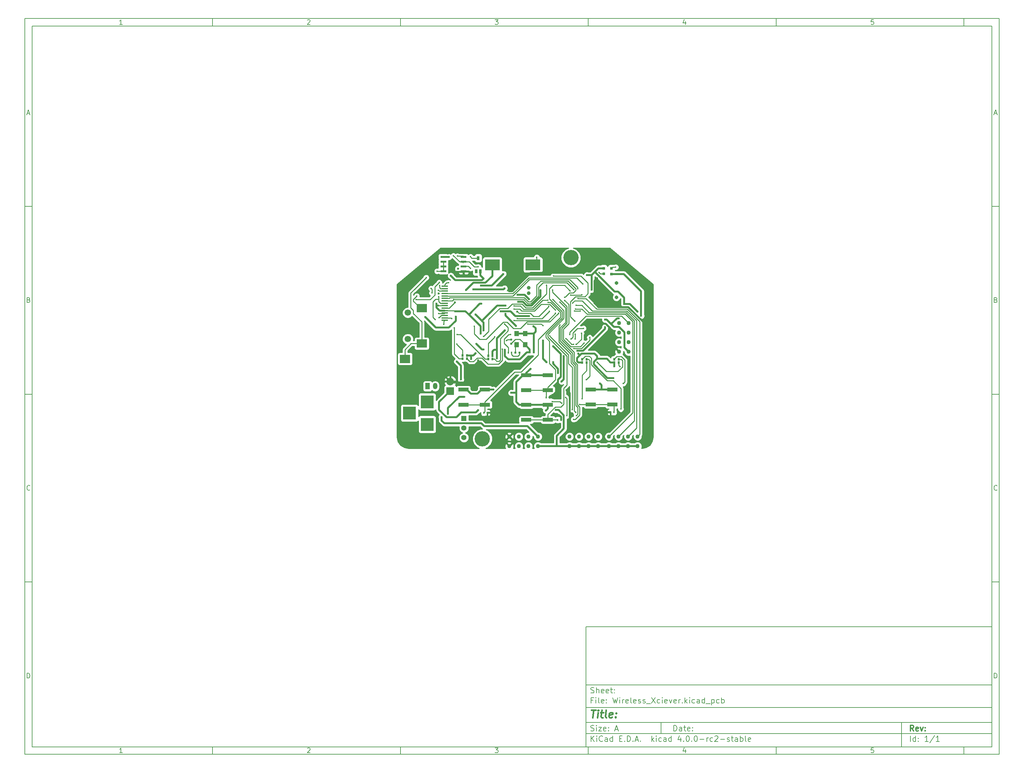
<source format=gbr>
G04 #@! TF.FileFunction,Copper,L2,Bot,Signal*
%FSLAX46Y46*%
G04 Gerber Fmt 4.6, Leading zero omitted, Abs format (unit mm)*
G04 Created by KiCad (PCBNEW 4.0.0-rc2-stable) date 1/25/2016 6:21:02 PM*
%MOMM*%
G01*
G04 APERTURE LIST*
%ADD10C,0.100000*%
%ADD11C,0.150000*%
%ADD12C,0.300000*%
%ADD13C,0.400000*%
%ADD14C,4.064000*%
%ADD15R,3.500120X3.500120*%
%ADD16R,1.397000X1.397000*%
%ADD17C,1.397000*%
%ADD18R,2.032000X2.032000*%
%ADD19O,2.032000X2.032000*%
%ADD20C,0.970000*%
%ADD21C,1.000760*%
%ADD22R,0.570000X0.650000*%
%ADD23R,1.200000X1.700000*%
%ADD24O,1.200000X1.700000*%
%ADD25R,2.750000X1.000000*%
%ADD26R,0.800000X0.800000*%
%ADD27R,1.550000X0.600000*%
%ADD28C,1.100000*%
%ADD29R,0.800000X1.100000*%
%ADD30R,0.800100X1.100000*%
%ADD31R,4.000000X3.000000*%
%ADD32R,1.800000X0.350000*%
%ADD33R,0.400000X0.600000*%
%ADD34R,0.600000X0.500000*%
%ADD35R,0.500000X0.600000*%
%ADD36R,1.245000X1.448000*%
%ADD37R,2.800000X2.200000*%
%ADD38C,1.700000*%
%ADD39C,0.450000*%
%ADD40C,0.600000*%
%ADD41C,0.350000*%
%ADD42C,0.250000*%
%ADD43C,0.500000*%
%ADD44C,0.254000*%
G04 APERTURE END LIST*
D10*
D11*
X159400000Y-171900000D02*
X159400000Y-203900000D01*
X267400000Y-203900000D01*
X267400000Y-171900000D01*
X159400000Y-171900000D01*
D10*
D11*
X10000000Y-10000000D02*
X10000000Y-205900000D01*
X269400000Y-205900000D01*
X269400000Y-10000000D01*
X10000000Y-10000000D01*
D10*
D11*
X12000000Y-12000000D02*
X12000000Y-203900000D01*
X267400000Y-203900000D01*
X267400000Y-12000000D01*
X12000000Y-12000000D01*
D10*
D11*
X60000000Y-12000000D02*
X60000000Y-10000000D01*
D10*
D11*
X110000000Y-12000000D02*
X110000000Y-10000000D01*
D10*
D11*
X160000000Y-12000000D02*
X160000000Y-10000000D01*
D10*
D11*
X210000000Y-12000000D02*
X210000000Y-10000000D01*
D10*
D11*
X260000000Y-12000000D02*
X260000000Y-10000000D01*
D10*
D11*
X35990476Y-11588095D02*
X35247619Y-11588095D01*
X35619048Y-11588095D02*
X35619048Y-10288095D01*
X35495238Y-10473810D01*
X35371429Y-10597619D01*
X35247619Y-10659524D01*
D10*
D11*
X85247619Y-10411905D02*
X85309524Y-10350000D01*
X85433333Y-10288095D01*
X85742857Y-10288095D01*
X85866667Y-10350000D01*
X85928571Y-10411905D01*
X85990476Y-10535714D01*
X85990476Y-10659524D01*
X85928571Y-10845238D01*
X85185714Y-11588095D01*
X85990476Y-11588095D01*
D10*
D11*
X135185714Y-10288095D02*
X135990476Y-10288095D01*
X135557143Y-10783333D01*
X135742857Y-10783333D01*
X135866667Y-10845238D01*
X135928571Y-10907143D01*
X135990476Y-11030952D01*
X135990476Y-11340476D01*
X135928571Y-11464286D01*
X135866667Y-11526190D01*
X135742857Y-11588095D01*
X135371429Y-11588095D01*
X135247619Y-11526190D01*
X135185714Y-11464286D01*
D10*
D11*
X185866667Y-10721429D02*
X185866667Y-11588095D01*
X185557143Y-10226190D02*
X185247619Y-11154762D01*
X186052381Y-11154762D01*
D10*
D11*
X235928571Y-10288095D02*
X235309524Y-10288095D01*
X235247619Y-10907143D01*
X235309524Y-10845238D01*
X235433333Y-10783333D01*
X235742857Y-10783333D01*
X235866667Y-10845238D01*
X235928571Y-10907143D01*
X235990476Y-11030952D01*
X235990476Y-11340476D01*
X235928571Y-11464286D01*
X235866667Y-11526190D01*
X235742857Y-11588095D01*
X235433333Y-11588095D01*
X235309524Y-11526190D01*
X235247619Y-11464286D01*
D10*
D11*
X60000000Y-203900000D02*
X60000000Y-205900000D01*
D10*
D11*
X110000000Y-203900000D02*
X110000000Y-205900000D01*
D10*
D11*
X160000000Y-203900000D02*
X160000000Y-205900000D01*
D10*
D11*
X210000000Y-203900000D02*
X210000000Y-205900000D01*
D10*
D11*
X260000000Y-203900000D02*
X260000000Y-205900000D01*
D10*
D11*
X35990476Y-205488095D02*
X35247619Y-205488095D01*
X35619048Y-205488095D02*
X35619048Y-204188095D01*
X35495238Y-204373810D01*
X35371429Y-204497619D01*
X35247619Y-204559524D01*
D10*
D11*
X85247619Y-204311905D02*
X85309524Y-204250000D01*
X85433333Y-204188095D01*
X85742857Y-204188095D01*
X85866667Y-204250000D01*
X85928571Y-204311905D01*
X85990476Y-204435714D01*
X85990476Y-204559524D01*
X85928571Y-204745238D01*
X85185714Y-205488095D01*
X85990476Y-205488095D01*
D10*
D11*
X135185714Y-204188095D02*
X135990476Y-204188095D01*
X135557143Y-204683333D01*
X135742857Y-204683333D01*
X135866667Y-204745238D01*
X135928571Y-204807143D01*
X135990476Y-204930952D01*
X135990476Y-205240476D01*
X135928571Y-205364286D01*
X135866667Y-205426190D01*
X135742857Y-205488095D01*
X135371429Y-205488095D01*
X135247619Y-205426190D01*
X135185714Y-205364286D01*
D10*
D11*
X185866667Y-204621429D02*
X185866667Y-205488095D01*
X185557143Y-204126190D02*
X185247619Y-205054762D01*
X186052381Y-205054762D01*
D10*
D11*
X235928571Y-204188095D02*
X235309524Y-204188095D01*
X235247619Y-204807143D01*
X235309524Y-204745238D01*
X235433333Y-204683333D01*
X235742857Y-204683333D01*
X235866667Y-204745238D01*
X235928571Y-204807143D01*
X235990476Y-204930952D01*
X235990476Y-205240476D01*
X235928571Y-205364286D01*
X235866667Y-205426190D01*
X235742857Y-205488095D01*
X235433333Y-205488095D01*
X235309524Y-205426190D01*
X235247619Y-205364286D01*
D10*
D11*
X10000000Y-60000000D02*
X12000000Y-60000000D01*
D10*
D11*
X10000000Y-110000000D02*
X12000000Y-110000000D01*
D10*
D11*
X10000000Y-160000000D02*
X12000000Y-160000000D01*
D10*
D11*
X10690476Y-35216667D02*
X11309524Y-35216667D01*
X10566667Y-35588095D02*
X11000000Y-34288095D01*
X11433333Y-35588095D01*
D10*
D11*
X11092857Y-84907143D02*
X11278571Y-84969048D01*
X11340476Y-85030952D01*
X11402381Y-85154762D01*
X11402381Y-85340476D01*
X11340476Y-85464286D01*
X11278571Y-85526190D01*
X11154762Y-85588095D01*
X10659524Y-85588095D01*
X10659524Y-84288095D01*
X11092857Y-84288095D01*
X11216667Y-84350000D01*
X11278571Y-84411905D01*
X11340476Y-84535714D01*
X11340476Y-84659524D01*
X11278571Y-84783333D01*
X11216667Y-84845238D01*
X11092857Y-84907143D01*
X10659524Y-84907143D01*
D10*
D11*
X11402381Y-135464286D02*
X11340476Y-135526190D01*
X11154762Y-135588095D01*
X11030952Y-135588095D01*
X10845238Y-135526190D01*
X10721429Y-135402381D01*
X10659524Y-135278571D01*
X10597619Y-135030952D01*
X10597619Y-134845238D01*
X10659524Y-134597619D01*
X10721429Y-134473810D01*
X10845238Y-134350000D01*
X11030952Y-134288095D01*
X11154762Y-134288095D01*
X11340476Y-134350000D01*
X11402381Y-134411905D01*
D10*
D11*
X10659524Y-185588095D02*
X10659524Y-184288095D01*
X10969048Y-184288095D01*
X11154762Y-184350000D01*
X11278571Y-184473810D01*
X11340476Y-184597619D01*
X11402381Y-184845238D01*
X11402381Y-185030952D01*
X11340476Y-185278571D01*
X11278571Y-185402381D01*
X11154762Y-185526190D01*
X10969048Y-185588095D01*
X10659524Y-185588095D01*
D10*
D11*
X269400000Y-60000000D02*
X267400000Y-60000000D01*
D10*
D11*
X269400000Y-110000000D02*
X267400000Y-110000000D01*
D10*
D11*
X269400000Y-160000000D02*
X267400000Y-160000000D01*
D10*
D11*
X268090476Y-35216667D02*
X268709524Y-35216667D01*
X267966667Y-35588095D02*
X268400000Y-34288095D01*
X268833333Y-35588095D01*
D10*
D11*
X268492857Y-84907143D02*
X268678571Y-84969048D01*
X268740476Y-85030952D01*
X268802381Y-85154762D01*
X268802381Y-85340476D01*
X268740476Y-85464286D01*
X268678571Y-85526190D01*
X268554762Y-85588095D01*
X268059524Y-85588095D01*
X268059524Y-84288095D01*
X268492857Y-84288095D01*
X268616667Y-84350000D01*
X268678571Y-84411905D01*
X268740476Y-84535714D01*
X268740476Y-84659524D01*
X268678571Y-84783333D01*
X268616667Y-84845238D01*
X268492857Y-84907143D01*
X268059524Y-84907143D01*
D10*
D11*
X268802381Y-135464286D02*
X268740476Y-135526190D01*
X268554762Y-135588095D01*
X268430952Y-135588095D01*
X268245238Y-135526190D01*
X268121429Y-135402381D01*
X268059524Y-135278571D01*
X267997619Y-135030952D01*
X267997619Y-134845238D01*
X268059524Y-134597619D01*
X268121429Y-134473810D01*
X268245238Y-134350000D01*
X268430952Y-134288095D01*
X268554762Y-134288095D01*
X268740476Y-134350000D01*
X268802381Y-134411905D01*
D10*
D11*
X268059524Y-185588095D02*
X268059524Y-184288095D01*
X268369048Y-184288095D01*
X268554762Y-184350000D01*
X268678571Y-184473810D01*
X268740476Y-184597619D01*
X268802381Y-184845238D01*
X268802381Y-185030952D01*
X268740476Y-185278571D01*
X268678571Y-185402381D01*
X268554762Y-185526190D01*
X268369048Y-185588095D01*
X268059524Y-185588095D01*
D10*
D11*
X182757143Y-199678571D02*
X182757143Y-198178571D01*
X183114286Y-198178571D01*
X183328571Y-198250000D01*
X183471429Y-198392857D01*
X183542857Y-198535714D01*
X183614286Y-198821429D01*
X183614286Y-199035714D01*
X183542857Y-199321429D01*
X183471429Y-199464286D01*
X183328571Y-199607143D01*
X183114286Y-199678571D01*
X182757143Y-199678571D01*
X184900000Y-199678571D02*
X184900000Y-198892857D01*
X184828571Y-198750000D01*
X184685714Y-198678571D01*
X184400000Y-198678571D01*
X184257143Y-198750000D01*
X184900000Y-199607143D02*
X184757143Y-199678571D01*
X184400000Y-199678571D01*
X184257143Y-199607143D01*
X184185714Y-199464286D01*
X184185714Y-199321429D01*
X184257143Y-199178571D01*
X184400000Y-199107143D01*
X184757143Y-199107143D01*
X184900000Y-199035714D01*
X185400000Y-198678571D02*
X185971429Y-198678571D01*
X185614286Y-198178571D02*
X185614286Y-199464286D01*
X185685714Y-199607143D01*
X185828572Y-199678571D01*
X185971429Y-199678571D01*
X187042857Y-199607143D02*
X186900000Y-199678571D01*
X186614286Y-199678571D01*
X186471429Y-199607143D01*
X186400000Y-199464286D01*
X186400000Y-198892857D01*
X186471429Y-198750000D01*
X186614286Y-198678571D01*
X186900000Y-198678571D01*
X187042857Y-198750000D01*
X187114286Y-198892857D01*
X187114286Y-199035714D01*
X186400000Y-199178571D01*
X187757143Y-199535714D02*
X187828571Y-199607143D01*
X187757143Y-199678571D01*
X187685714Y-199607143D01*
X187757143Y-199535714D01*
X187757143Y-199678571D01*
X187757143Y-198750000D02*
X187828571Y-198821429D01*
X187757143Y-198892857D01*
X187685714Y-198821429D01*
X187757143Y-198750000D01*
X187757143Y-198892857D01*
D10*
D11*
X159400000Y-200400000D02*
X267400000Y-200400000D01*
D10*
D11*
X160757143Y-202478571D02*
X160757143Y-200978571D01*
X161614286Y-202478571D02*
X160971429Y-201621429D01*
X161614286Y-200978571D02*
X160757143Y-201835714D01*
X162257143Y-202478571D02*
X162257143Y-201478571D01*
X162257143Y-200978571D02*
X162185714Y-201050000D01*
X162257143Y-201121429D01*
X162328571Y-201050000D01*
X162257143Y-200978571D01*
X162257143Y-201121429D01*
X163828572Y-202335714D02*
X163757143Y-202407143D01*
X163542857Y-202478571D01*
X163400000Y-202478571D01*
X163185715Y-202407143D01*
X163042857Y-202264286D01*
X162971429Y-202121429D01*
X162900000Y-201835714D01*
X162900000Y-201621429D01*
X162971429Y-201335714D01*
X163042857Y-201192857D01*
X163185715Y-201050000D01*
X163400000Y-200978571D01*
X163542857Y-200978571D01*
X163757143Y-201050000D01*
X163828572Y-201121429D01*
X165114286Y-202478571D02*
X165114286Y-201692857D01*
X165042857Y-201550000D01*
X164900000Y-201478571D01*
X164614286Y-201478571D01*
X164471429Y-201550000D01*
X165114286Y-202407143D02*
X164971429Y-202478571D01*
X164614286Y-202478571D01*
X164471429Y-202407143D01*
X164400000Y-202264286D01*
X164400000Y-202121429D01*
X164471429Y-201978571D01*
X164614286Y-201907143D01*
X164971429Y-201907143D01*
X165114286Y-201835714D01*
X166471429Y-202478571D02*
X166471429Y-200978571D01*
X166471429Y-202407143D02*
X166328572Y-202478571D01*
X166042858Y-202478571D01*
X165900000Y-202407143D01*
X165828572Y-202335714D01*
X165757143Y-202192857D01*
X165757143Y-201764286D01*
X165828572Y-201621429D01*
X165900000Y-201550000D01*
X166042858Y-201478571D01*
X166328572Y-201478571D01*
X166471429Y-201550000D01*
X168328572Y-201692857D02*
X168828572Y-201692857D01*
X169042858Y-202478571D02*
X168328572Y-202478571D01*
X168328572Y-200978571D01*
X169042858Y-200978571D01*
X169685715Y-202335714D02*
X169757143Y-202407143D01*
X169685715Y-202478571D01*
X169614286Y-202407143D01*
X169685715Y-202335714D01*
X169685715Y-202478571D01*
X170400001Y-202478571D02*
X170400001Y-200978571D01*
X170757144Y-200978571D01*
X170971429Y-201050000D01*
X171114287Y-201192857D01*
X171185715Y-201335714D01*
X171257144Y-201621429D01*
X171257144Y-201835714D01*
X171185715Y-202121429D01*
X171114287Y-202264286D01*
X170971429Y-202407143D01*
X170757144Y-202478571D01*
X170400001Y-202478571D01*
X171900001Y-202335714D02*
X171971429Y-202407143D01*
X171900001Y-202478571D01*
X171828572Y-202407143D01*
X171900001Y-202335714D01*
X171900001Y-202478571D01*
X172542858Y-202050000D02*
X173257144Y-202050000D01*
X172400001Y-202478571D02*
X172900001Y-200978571D01*
X173400001Y-202478571D01*
X173900001Y-202335714D02*
X173971429Y-202407143D01*
X173900001Y-202478571D01*
X173828572Y-202407143D01*
X173900001Y-202335714D01*
X173900001Y-202478571D01*
X176900001Y-202478571D02*
X176900001Y-200978571D01*
X177042858Y-201907143D02*
X177471429Y-202478571D01*
X177471429Y-201478571D02*
X176900001Y-202050000D01*
X178114287Y-202478571D02*
X178114287Y-201478571D01*
X178114287Y-200978571D02*
X178042858Y-201050000D01*
X178114287Y-201121429D01*
X178185715Y-201050000D01*
X178114287Y-200978571D01*
X178114287Y-201121429D01*
X179471430Y-202407143D02*
X179328573Y-202478571D01*
X179042859Y-202478571D01*
X178900001Y-202407143D01*
X178828573Y-202335714D01*
X178757144Y-202192857D01*
X178757144Y-201764286D01*
X178828573Y-201621429D01*
X178900001Y-201550000D01*
X179042859Y-201478571D01*
X179328573Y-201478571D01*
X179471430Y-201550000D01*
X180757144Y-202478571D02*
X180757144Y-201692857D01*
X180685715Y-201550000D01*
X180542858Y-201478571D01*
X180257144Y-201478571D01*
X180114287Y-201550000D01*
X180757144Y-202407143D02*
X180614287Y-202478571D01*
X180257144Y-202478571D01*
X180114287Y-202407143D01*
X180042858Y-202264286D01*
X180042858Y-202121429D01*
X180114287Y-201978571D01*
X180257144Y-201907143D01*
X180614287Y-201907143D01*
X180757144Y-201835714D01*
X182114287Y-202478571D02*
X182114287Y-200978571D01*
X182114287Y-202407143D02*
X181971430Y-202478571D01*
X181685716Y-202478571D01*
X181542858Y-202407143D01*
X181471430Y-202335714D01*
X181400001Y-202192857D01*
X181400001Y-201764286D01*
X181471430Y-201621429D01*
X181542858Y-201550000D01*
X181685716Y-201478571D01*
X181971430Y-201478571D01*
X182114287Y-201550000D01*
X184614287Y-201478571D02*
X184614287Y-202478571D01*
X184257144Y-200907143D02*
X183900001Y-201978571D01*
X184828573Y-201978571D01*
X185400001Y-202335714D02*
X185471429Y-202407143D01*
X185400001Y-202478571D01*
X185328572Y-202407143D01*
X185400001Y-202335714D01*
X185400001Y-202478571D01*
X186400001Y-200978571D02*
X186542858Y-200978571D01*
X186685715Y-201050000D01*
X186757144Y-201121429D01*
X186828573Y-201264286D01*
X186900001Y-201550000D01*
X186900001Y-201907143D01*
X186828573Y-202192857D01*
X186757144Y-202335714D01*
X186685715Y-202407143D01*
X186542858Y-202478571D01*
X186400001Y-202478571D01*
X186257144Y-202407143D01*
X186185715Y-202335714D01*
X186114287Y-202192857D01*
X186042858Y-201907143D01*
X186042858Y-201550000D01*
X186114287Y-201264286D01*
X186185715Y-201121429D01*
X186257144Y-201050000D01*
X186400001Y-200978571D01*
X187542858Y-202335714D02*
X187614286Y-202407143D01*
X187542858Y-202478571D01*
X187471429Y-202407143D01*
X187542858Y-202335714D01*
X187542858Y-202478571D01*
X188542858Y-200978571D02*
X188685715Y-200978571D01*
X188828572Y-201050000D01*
X188900001Y-201121429D01*
X188971430Y-201264286D01*
X189042858Y-201550000D01*
X189042858Y-201907143D01*
X188971430Y-202192857D01*
X188900001Y-202335714D01*
X188828572Y-202407143D01*
X188685715Y-202478571D01*
X188542858Y-202478571D01*
X188400001Y-202407143D01*
X188328572Y-202335714D01*
X188257144Y-202192857D01*
X188185715Y-201907143D01*
X188185715Y-201550000D01*
X188257144Y-201264286D01*
X188328572Y-201121429D01*
X188400001Y-201050000D01*
X188542858Y-200978571D01*
X189685715Y-201907143D02*
X190828572Y-201907143D01*
X191542858Y-202478571D02*
X191542858Y-201478571D01*
X191542858Y-201764286D02*
X191614286Y-201621429D01*
X191685715Y-201550000D01*
X191828572Y-201478571D01*
X191971429Y-201478571D01*
X193114286Y-202407143D02*
X192971429Y-202478571D01*
X192685715Y-202478571D01*
X192542857Y-202407143D01*
X192471429Y-202335714D01*
X192400000Y-202192857D01*
X192400000Y-201764286D01*
X192471429Y-201621429D01*
X192542857Y-201550000D01*
X192685715Y-201478571D01*
X192971429Y-201478571D01*
X193114286Y-201550000D01*
X193685714Y-201121429D02*
X193757143Y-201050000D01*
X193900000Y-200978571D01*
X194257143Y-200978571D01*
X194400000Y-201050000D01*
X194471429Y-201121429D01*
X194542857Y-201264286D01*
X194542857Y-201407143D01*
X194471429Y-201621429D01*
X193614286Y-202478571D01*
X194542857Y-202478571D01*
X195185714Y-201907143D02*
X196328571Y-201907143D01*
X196971428Y-202407143D02*
X197114285Y-202478571D01*
X197400000Y-202478571D01*
X197542857Y-202407143D01*
X197614285Y-202264286D01*
X197614285Y-202192857D01*
X197542857Y-202050000D01*
X197400000Y-201978571D01*
X197185714Y-201978571D01*
X197042857Y-201907143D01*
X196971428Y-201764286D01*
X196971428Y-201692857D01*
X197042857Y-201550000D01*
X197185714Y-201478571D01*
X197400000Y-201478571D01*
X197542857Y-201550000D01*
X198042857Y-201478571D02*
X198614286Y-201478571D01*
X198257143Y-200978571D02*
X198257143Y-202264286D01*
X198328571Y-202407143D01*
X198471429Y-202478571D01*
X198614286Y-202478571D01*
X199757143Y-202478571D02*
X199757143Y-201692857D01*
X199685714Y-201550000D01*
X199542857Y-201478571D01*
X199257143Y-201478571D01*
X199114286Y-201550000D01*
X199757143Y-202407143D02*
X199614286Y-202478571D01*
X199257143Y-202478571D01*
X199114286Y-202407143D01*
X199042857Y-202264286D01*
X199042857Y-202121429D01*
X199114286Y-201978571D01*
X199257143Y-201907143D01*
X199614286Y-201907143D01*
X199757143Y-201835714D01*
X200471429Y-202478571D02*
X200471429Y-200978571D01*
X200471429Y-201550000D02*
X200614286Y-201478571D01*
X200900000Y-201478571D01*
X201042857Y-201550000D01*
X201114286Y-201621429D01*
X201185715Y-201764286D01*
X201185715Y-202192857D01*
X201114286Y-202335714D01*
X201042857Y-202407143D01*
X200900000Y-202478571D01*
X200614286Y-202478571D01*
X200471429Y-202407143D01*
X202042858Y-202478571D02*
X201900000Y-202407143D01*
X201828572Y-202264286D01*
X201828572Y-200978571D01*
X203185714Y-202407143D02*
X203042857Y-202478571D01*
X202757143Y-202478571D01*
X202614286Y-202407143D01*
X202542857Y-202264286D01*
X202542857Y-201692857D01*
X202614286Y-201550000D01*
X202757143Y-201478571D01*
X203042857Y-201478571D01*
X203185714Y-201550000D01*
X203257143Y-201692857D01*
X203257143Y-201835714D01*
X202542857Y-201978571D01*
D10*
D11*
X159400000Y-197400000D02*
X267400000Y-197400000D01*
D10*
D12*
X246614286Y-199678571D02*
X246114286Y-198964286D01*
X245757143Y-199678571D02*
X245757143Y-198178571D01*
X246328571Y-198178571D01*
X246471429Y-198250000D01*
X246542857Y-198321429D01*
X246614286Y-198464286D01*
X246614286Y-198678571D01*
X246542857Y-198821429D01*
X246471429Y-198892857D01*
X246328571Y-198964286D01*
X245757143Y-198964286D01*
X247828571Y-199607143D02*
X247685714Y-199678571D01*
X247400000Y-199678571D01*
X247257143Y-199607143D01*
X247185714Y-199464286D01*
X247185714Y-198892857D01*
X247257143Y-198750000D01*
X247400000Y-198678571D01*
X247685714Y-198678571D01*
X247828571Y-198750000D01*
X247900000Y-198892857D01*
X247900000Y-199035714D01*
X247185714Y-199178571D01*
X248400000Y-198678571D02*
X248757143Y-199678571D01*
X249114285Y-198678571D01*
X249685714Y-199535714D02*
X249757142Y-199607143D01*
X249685714Y-199678571D01*
X249614285Y-199607143D01*
X249685714Y-199535714D01*
X249685714Y-199678571D01*
X249685714Y-198750000D02*
X249757142Y-198821429D01*
X249685714Y-198892857D01*
X249614285Y-198821429D01*
X249685714Y-198750000D01*
X249685714Y-198892857D01*
D10*
D11*
X160685714Y-199607143D02*
X160900000Y-199678571D01*
X161257143Y-199678571D01*
X161400000Y-199607143D01*
X161471429Y-199535714D01*
X161542857Y-199392857D01*
X161542857Y-199250000D01*
X161471429Y-199107143D01*
X161400000Y-199035714D01*
X161257143Y-198964286D01*
X160971429Y-198892857D01*
X160828571Y-198821429D01*
X160757143Y-198750000D01*
X160685714Y-198607143D01*
X160685714Y-198464286D01*
X160757143Y-198321429D01*
X160828571Y-198250000D01*
X160971429Y-198178571D01*
X161328571Y-198178571D01*
X161542857Y-198250000D01*
X162185714Y-199678571D02*
X162185714Y-198678571D01*
X162185714Y-198178571D02*
X162114285Y-198250000D01*
X162185714Y-198321429D01*
X162257142Y-198250000D01*
X162185714Y-198178571D01*
X162185714Y-198321429D01*
X162757143Y-198678571D02*
X163542857Y-198678571D01*
X162757143Y-199678571D01*
X163542857Y-199678571D01*
X164685714Y-199607143D02*
X164542857Y-199678571D01*
X164257143Y-199678571D01*
X164114286Y-199607143D01*
X164042857Y-199464286D01*
X164042857Y-198892857D01*
X164114286Y-198750000D01*
X164257143Y-198678571D01*
X164542857Y-198678571D01*
X164685714Y-198750000D01*
X164757143Y-198892857D01*
X164757143Y-199035714D01*
X164042857Y-199178571D01*
X165400000Y-199535714D02*
X165471428Y-199607143D01*
X165400000Y-199678571D01*
X165328571Y-199607143D01*
X165400000Y-199535714D01*
X165400000Y-199678571D01*
X165400000Y-198750000D02*
X165471428Y-198821429D01*
X165400000Y-198892857D01*
X165328571Y-198821429D01*
X165400000Y-198750000D01*
X165400000Y-198892857D01*
X167185714Y-199250000D02*
X167900000Y-199250000D01*
X167042857Y-199678571D02*
X167542857Y-198178571D01*
X168042857Y-199678571D01*
D10*
D11*
X245757143Y-202478571D02*
X245757143Y-200978571D01*
X247114286Y-202478571D02*
X247114286Y-200978571D01*
X247114286Y-202407143D02*
X246971429Y-202478571D01*
X246685715Y-202478571D01*
X246542857Y-202407143D01*
X246471429Y-202335714D01*
X246400000Y-202192857D01*
X246400000Y-201764286D01*
X246471429Y-201621429D01*
X246542857Y-201550000D01*
X246685715Y-201478571D01*
X246971429Y-201478571D01*
X247114286Y-201550000D01*
X247828572Y-202335714D02*
X247900000Y-202407143D01*
X247828572Y-202478571D01*
X247757143Y-202407143D01*
X247828572Y-202335714D01*
X247828572Y-202478571D01*
X247828572Y-201550000D02*
X247900000Y-201621429D01*
X247828572Y-201692857D01*
X247757143Y-201621429D01*
X247828572Y-201550000D01*
X247828572Y-201692857D01*
X250471429Y-202478571D02*
X249614286Y-202478571D01*
X250042858Y-202478571D02*
X250042858Y-200978571D01*
X249900001Y-201192857D01*
X249757143Y-201335714D01*
X249614286Y-201407143D01*
X252185714Y-200907143D02*
X250900000Y-202835714D01*
X253471429Y-202478571D02*
X252614286Y-202478571D01*
X253042858Y-202478571D02*
X253042858Y-200978571D01*
X252900001Y-201192857D01*
X252757143Y-201335714D01*
X252614286Y-201407143D01*
D10*
D11*
X159400000Y-193400000D02*
X267400000Y-193400000D01*
D10*
D13*
X160852381Y-194104762D02*
X161995238Y-194104762D01*
X161173810Y-196104762D02*
X161423810Y-194104762D01*
X162411905Y-196104762D02*
X162578571Y-194771429D01*
X162661905Y-194104762D02*
X162554762Y-194200000D01*
X162638095Y-194295238D01*
X162745239Y-194200000D01*
X162661905Y-194104762D01*
X162638095Y-194295238D01*
X163245238Y-194771429D02*
X164007143Y-194771429D01*
X163614286Y-194104762D02*
X163400000Y-195819048D01*
X163471430Y-196009524D01*
X163650001Y-196104762D01*
X163840477Y-196104762D01*
X164792858Y-196104762D02*
X164614287Y-196009524D01*
X164542857Y-195819048D01*
X164757143Y-194104762D01*
X166328572Y-196009524D02*
X166126191Y-196104762D01*
X165745239Y-196104762D01*
X165566667Y-196009524D01*
X165495238Y-195819048D01*
X165590476Y-195057143D01*
X165709524Y-194866667D01*
X165911905Y-194771429D01*
X166292857Y-194771429D01*
X166471429Y-194866667D01*
X166542857Y-195057143D01*
X166519048Y-195247619D01*
X165542857Y-195438095D01*
X167292857Y-195914286D02*
X167376192Y-196009524D01*
X167269048Y-196104762D01*
X167185715Y-196009524D01*
X167292857Y-195914286D01*
X167269048Y-196104762D01*
X167423810Y-194866667D02*
X167507144Y-194961905D01*
X167400000Y-195057143D01*
X167316667Y-194961905D01*
X167423810Y-194866667D01*
X167400000Y-195057143D01*
D10*
D11*
X161257143Y-191492857D02*
X160757143Y-191492857D01*
X160757143Y-192278571D02*
X160757143Y-190778571D01*
X161471429Y-190778571D01*
X162042857Y-192278571D02*
X162042857Y-191278571D01*
X162042857Y-190778571D02*
X161971428Y-190850000D01*
X162042857Y-190921429D01*
X162114285Y-190850000D01*
X162042857Y-190778571D01*
X162042857Y-190921429D01*
X162971429Y-192278571D02*
X162828571Y-192207143D01*
X162757143Y-192064286D01*
X162757143Y-190778571D01*
X164114285Y-192207143D02*
X163971428Y-192278571D01*
X163685714Y-192278571D01*
X163542857Y-192207143D01*
X163471428Y-192064286D01*
X163471428Y-191492857D01*
X163542857Y-191350000D01*
X163685714Y-191278571D01*
X163971428Y-191278571D01*
X164114285Y-191350000D01*
X164185714Y-191492857D01*
X164185714Y-191635714D01*
X163471428Y-191778571D01*
X164828571Y-192135714D02*
X164899999Y-192207143D01*
X164828571Y-192278571D01*
X164757142Y-192207143D01*
X164828571Y-192135714D01*
X164828571Y-192278571D01*
X164828571Y-191350000D02*
X164899999Y-191421429D01*
X164828571Y-191492857D01*
X164757142Y-191421429D01*
X164828571Y-191350000D01*
X164828571Y-191492857D01*
X166542857Y-190778571D02*
X166900000Y-192278571D01*
X167185714Y-191207143D01*
X167471428Y-192278571D01*
X167828571Y-190778571D01*
X168400000Y-192278571D02*
X168400000Y-191278571D01*
X168400000Y-190778571D02*
X168328571Y-190850000D01*
X168400000Y-190921429D01*
X168471428Y-190850000D01*
X168400000Y-190778571D01*
X168400000Y-190921429D01*
X169114286Y-192278571D02*
X169114286Y-191278571D01*
X169114286Y-191564286D02*
X169185714Y-191421429D01*
X169257143Y-191350000D01*
X169400000Y-191278571D01*
X169542857Y-191278571D01*
X170614285Y-192207143D02*
X170471428Y-192278571D01*
X170185714Y-192278571D01*
X170042857Y-192207143D01*
X169971428Y-192064286D01*
X169971428Y-191492857D01*
X170042857Y-191350000D01*
X170185714Y-191278571D01*
X170471428Y-191278571D01*
X170614285Y-191350000D01*
X170685714Y-191492857D01*
X170685714Y-191635714D01*
X169971428Y-191778571D01*
X171542857Y-192278571D02*
X171399999Y-192207143D01*
X171328571Y-192064286D01*
X171328571Y-190778571D01*
X172685713Y-192207143D02*
X172542856Y-192278571D01*
X172257142Y-192278571D01*
X172114285Y-192207143D01*
X172042856Y-192064286D01*
X172042856Y-191492857D01*
X172114285Y-191350000D01*
X172257142Y-191278571D01*
X172542856Y-191278571D01*
X172685713Y-191350000D01*
X172757142Y-191492857D01*
X172757142Y-191635714D01*
X172042856Y-191778571D01*
X173328570Y-192207143D02*
X173471427Y-192278571D01*
X173757142Y-192278571D01*
X173899999Y-192207143D01*
X173971427Y-192064286D01*
X173971427Y-191992857D01*
X173899999Y-191850000D01*
X173757142Y-191778571D01*
X173542856Y-191778571D01*
X173399999Y-191707143D01*
X173328570Y-191564286D01*
X173328570Y-191492857D01*
X173399999Y-191350000D01*
X173542856Y-191278571D01*
X173757142Y-191278571D01*
X173899999Y-191350000D01*
X174542856Y-192207143D02*
X174685713Y-192278571D01*
X174971428Y-192278571D01*
X175114285Y-192207143D01*
X175185713Y-192064286D01*
X175185713Y-191992857D01*
X175114285Y-191850000D01*
X174971428Y-191778571D01*
X174757142Y-191778571D01*
X174614285Y-191707143D01*
X174542856Y-191564286D01*
X174542856Y-191492857D01*
X174614285Y-191350000D01*
X174757142Y-191278571D01*
X174971428Y-191278571D01*
X175114285Y-191350000D01*
X175471428Y-192421429D02*
X176614285Y-192421429D01*
X176828571Y-190778571D02*
X177828571Y-192278571D01*
X177828571Y-190778571D02*
X176828571Y-192278571D01*
X179042856Y-192207143D02*
X178899999Y-192278571D01*
X178614285Y-192278571D01*
X178471427Y-192207143D01*
X178399999Y-192135714D01*
X178328570Y-191992857D01*
X178328570Y-191564286D01*
X178399999Y-191421429D01*
X178471427Y-191350000D01*
X178614285Y-191278571D01*
X178899999Y-191278571D01*
X179042856Y-191350000D01*
X179685713Y-192278571D02*
X179685713Y-191278571D01*
X179685713Y-190778571D02*
X179614284Y-190850000D01*
X179685713Y-190921429D01*
X179757141Y-190850000D01*
X179685713Y-190778571D01*
X179685713Y-190921429D01*
X180971427Y-192207143D02*
X180828570Y-192278571D01*
X180542856Y-192278571D01*
X180399999Y-192207143D01*
X180328570Y-192064286D01*
X180328570Y-191492857D01*
X180399999Y-191350000D01*
X180542856Y-191278571D01*
X180828570Y-191278571D01*
X180971427Y-191350000D01*
X181042856Y-191492857D01*
X181042856Y-191635714D01*
X180328570Y-191778571D01*
X181542856Y-191278571D02*
X181899999Y-192278571D01*
X182257141Y-191278571D01*
X183399998Y-192207143D02*
X183257141Y-192278571D01*
X182971427Y-192278571D01*
X182828570Y-192207143D01*
X182757141Y-192064286D01*
X182757141Y-191492857D01*
X182828570Y-191350000D01*
X182971427Y-191278571D01*
X183257141Y-191278571D01*
X183399998Y-191350000D01*
X183471427Y-191492857D01*
X183471427Y-191635714D01*
X182757141Y-191778571D01*
X184114284Y-192278571D02*
X184114284Y-191278571D01*
X184114284Y-191564286D02*
X184185712Y-191421429D01*
X184257141Y-191350000D01*
X184399998Y-191278571D01*
X184542855Y-191278571D01*
X185042855Y-192135714D02*
X185114283Y-192207143D01*
X185042855Y-192278571D01*
X184971426Y-192207143D01*
X185042855Y-192135714D01*
X185042855Y-192278571D01*
X185757141Y-192278571D02*
X185757141Y-190778571D01*
X185899998Y-191707143D02*
X186328569Y-192278571D01*
X186328569Y-191278571D02*
X185757141Y-191850000D01*
X186971427Y-192278571D02*
X186971427Y-191278571D01*
X186971427Y-190778571D02*
X186899998Y-190850000D01*
X186971427Y-190921429D01*
X187042855Y-190850000D01*
X186971427Y-190778571D01*
X186971427Y-190921429D01*
X188328570Y-192207143D02*
X188185713Y-192278571D01*
X187899999Y-192278571D01*
X187757141Y-192207143D01*
X187685713Y-192135714D01*
X187614284Y-191992857D01*
X187614284Y-191564286D01*
X187685713Y-191421429D01*
X187757141Y-191350000D01*
X187899999Y-191278571D01*
X188185713Y-191278571D01*
X188328570Y-191350000D01*
X189614284Y-192278571D02*
X189614284Y-191492857D01*
X189542855Y-191350000D01*
X189399998Y-191278571D01*
X189114284Y-191278571D01*
X188971427Y-191350000D01*
X189614284Y-192207143D02*
X189471427Y-192278571D01*
X189114284Y-192278571D01*
X188971427Y-192207143D01*
X188899998Y-192064286D01*
X188899998Y-191921429D01*
X188971427Y-191778571D01*
X189114284Y-191707143D01*
X189471427Y-191707143D01*
X189614284Y-191635714D01*
X190971427Y-192278571D02*
X190971427Y-190778571D01*
X190971427Y-192207143D02*
X190828570Y-192278571D01*
X190542856Y-192278571D01*
X190399998Y-192207143D01*
X190328570Y-192135714D01*
X190257141Y-191992857D01*
X190257141Y-191564286D01*
X190328570Y-191421429D01*
X190399998Y-191350000D01*
X190542856Y-191278571D01*
X190828570Y-191278571D01*
X190971427Y-191350000D01*
X191328570Y-192421429D02*
X192471427Y-192421429D01*
X192828570Y-191278571D02*
X192828570Y-192778571D01*
X192828570Y-191350000D02*
X192971427Y-191278571D01*
X193257141Y-191278571D01*
X193399998Y-191350000D01*
X193471427Y-191421429D01*
X193542856Y-191564286D01*
X193542856Y-191992857D01*
X193471427Y-192135714D01*
X193399998Y-192207143D01*
X193257141Y-192278571D01*
X192971427Y-192278571D01*
X192828570Y-192207143D01*
X194828570Y-192207143D02*
X194685713Y-192278571D01*
X194399999Y-192278571D01*
X194257141Y-192207143D01*
X194185713Y-192135714D01*
X194114284Y-191992857D01*
X194114284Y-191564286D01*
X194185713Y-191421429D01*
X194257141Y-191350000D01*
X194399999Y-191278571D01*
X194685713Y-191278571D01*
X194828570Y-191350000D01*
X195471427Y-192278571D02*
X195471427Y-190778571D01*
X195471427Y-191350000D02*
X195614284Y-191278571D01*
X195899998Y-191278571D01*
X196042855Y-191350000D01*
X196114284Y-191421429D01*
X196185713Y-191564286D01*
X196185713Y-191992857D01*
X196114284Y-192135714D01*
X196042855Y-192207143D01*
X195899998Y-192278571D01*
X195614284Y-192278571D01*
X195471427Y-192207143D01*
D10*
D11*
X159400000Y-187400000D02*
X267400000Y-187400000D01*
D10*
D11*
X160685714Y-189507143D02*
X160900000Y-189578571D01*
X161257143Y-189578571D01*
X161400000Y-189507143D01*
X161471429Y-189435714D01*
X161542857Y-189292857D01*
X161542857Y-189150000D01*
X161471429Y-189007143D01*
X161400000Y-188935714D01*
X161257143Y-188864286D01*
X160971429Y-188792857D01*
X160828571Y-188721429D01*
X160757143Y-188650000D01*
X160685714Y-188507143D01*
X160685714Y-188364286D01*
X160757143Y-188221429D01*
X160828571Y-188150000D01*
X160971429Y-188078571D01*
X161328571Y-188078571D01*
X161542857Y-188150000D01*
X162185714Y-189578571D02*
X162185714Y-188078571D01*
X162828571Y-189578571D02*
X162828571Y-188792857D01*
X162757142Y-188650000D01*
X162614285Y-188578571D01*
X162400000Y-188578571D01*
X162257142Y-188650000D01*
X162185714Y-188721429D01*
X164114285Y-189507143D02*
X163971428Y-189578571D01*
X163685714Y-189578571D01*
X163542857Y-189507143D01*
X163471428Y-189364286D01*
X163471428Y-188792857D01*
X163542857Y-188650000D01*
X163685714Y-188578571D01*
X163971428Y-188578571D01*
X164114285Y-188650000D01*
X164185714Y-188792857D01*
X164185714Y-188935714D01*
X163471428Y-189078571D01*
X165399999Y-189507143D02*
X165257142Y-189578571D01*
X164971428Y-189578571D01*
X164828571Y-189507143D01*
X164757142Y-189364286D01*
X164757142Y-188792857D01*
X164828571Y-188650000D01*
X164971428Y-188578571D01*
X165257142Y-188578571D01*
X165399999Y-188650000D01*
X165471428Y-188792857D01*
X165471428Y-188935714D01*
X164757142Y-189078571D01*
X165899999Y-188578571D02*
X166471428Y-188578571D01*
X166114285Y-188078571D02*
X166114285Y-189364286D01*
X166185713Y-189507143D01*
X166328571Y-189578571D01*
X166471428Y-189578571D01*
X166971428Y-189435714D02*
X167042856Y-189507143D01*
X166971428Y-189578571D01*
X166899999Y-189507143D01*
X166971428Y-189435714D01*
X166971428Y-189578571D01*
X166971428Y-188650000D02*
X167042856Y-188721429D01*
X166971428Y-188792857D01*
X166899999Y-188721429D01*
X166971428Y-188650000D01*
X166971428Y-188792857D01*
D10*
D11*
X179400000Y-197400000D02*
X179400000Y-200400000D01*
D10*
D11*
X243400000Y-197400000D02*
X243400000Y-203900000D01*
D14*
X155380000Y-73670000D03*
D15*
X117130000Y-112045000D03*
X117130000Y-118044480D03*
X112431000Y-115044740D03*
D16*
X126920725Y-116492729D03*
D17*
X126920725Y-119032729D03*
X126920725Y-121572729D03*
D18*
X123245725Y-109167729D03*
D19*
X123245725Y-106627729D03*
D20*
X167515000Y-84215000D03*
X167515000Y-80405000D03*
D21*
X144180000Y-81645000D03*
X144180000Y-83143600D03*
D22*
X133360000Y-99795000D03*
X133360000Y-100645000D03*
X134530000Y-100645000D03*
X134530000Y-99795000D03*
D23*
X117230000Y-107870000D03*
D24*
X119230000Y-107870000D03*
D25*
X132505000Y-112795000D03*
X126755000Y-112795000D03*
X126755000Y-108795000D03*
X132505000Y-108795000D03*
X166380000Y-112745000D03*
X160630000Y-112745000D03*
X160630000Y-108745000D03*
X166380000Y-108745000D03*
D22*
X126560000Y-99670000D03*
X126560000Y-100520000D03*
X127730000Y-100520000D03*
X127730000Y-99670000D03*
D26*
X166180000Y-77995000D03*
X166180000Y-76495000D03*
X164105000Y-76480000D03*
X164105000Y-77980000D03*
D25*
X149255000Y-116845000D03*
X143505000Y-116845000D03*
X143505000Y-112845000D03*
X149255000Y-112845000D03*
D27*
X126835000Y-73475000D03*
X126835000Y-74745000D03*
X126835000Y-76015000D03*
X126835000Y-77285000D03*
X121435000Y-77285000D03*
X121435000Y-76015000D03*
X121435000Y-74745000D03*
X121435000Y-73475000D03*
D28*
X168215000Y-98715000D03*
X170755000Y-98715000D03*
X168215000Y-96175000D03*
X170755000Y-96175000D03*
X168215000Y-93635000D03*
X170755000Y-93635000D03*
X168215000Y-91095000D03*
X170755000Y-91095000D03*
D29*
X131275000Y-77315000D03*
X130175000Y-77315000D03*
D30*
X130725000Y-73765000D03*
D22*
X159550000Y-101545000D03*
X159550000Y-100695000D03*
X158380000Y-100695000D03*
X158380000Y-101545000D03*
X168075000Y-101545000D03*
X168075000Y-100695000D03*
X166905000Y-100695000D03*
X166905000Y-101545000D03*
D31*
X145275000Y-75565000D03*
X134475000Y-75565000D03*
D32*
X121829529Y-81253861D03*
X121829529Y-81903861D03*
X121829529Y-83203861D03*
X121829529Y-82553861D03*
X121829529Y-83853861D03*
X121829529Y-84503861D03*
X121829529Y-85153861D03*
X121829529Y-85803861D03*
X121829529Y-86453861D03*
X121829529Y-87103861D03*
X121829529Y-87753861D03*
X121829529Y-88403861D03*
X121829529Y-89053861D03*
X121829529Y-89703861D03*
X121829529Y-90353861D03*
D28*
X146630000Y-121295000D03*
X146630000Y-123835000D03*
X144090000Y-121295000D03*
X144090000Y-123835000D03*
X141550000Y-121295000D03*
X141550000Y-123835000D03*
X139010000Y-121295000D03*
X139010000Y-123835000D03*
D25*
X149255000Y-108920000D03*
X143505000Y-108920000D03*
X143505000Y-104920000D03*
X149255000Y-104920000D03*
D28*
X162650000Y-121290000D03*
X162650000Y-123830000D03*
X160110000Y-121290000D03*
X160110000Y-123830000D03*
X157570000Y-121290000D03*
X157570000Y-123830000D03*
X155030000Y-121290000D03*
X155030000Y-123830000D03*
X173140000Y-121265000D03*
X173140000Y-123805000D03*
X170600000Y-121265000D03*
X170600000Y-123805000D03*
X168060000Y-121265000D03*
X168060000Y-123805000D03*
X165520000Y-121265000D03*
X165520000Y-123805000D03*
D33*
X151880000Y-116870000D03*
X152780000Y-116870000D03*
X148780000Y-110870000D03*
X149680000Y-110870000D03*
X132230000Y-114945000D03*
X133130000Y-114945000D03*
X166805000Y-114795000D03*
X165905000Y-114795000D03*
D34*
X144430000Y-98870000D03*
X145530000Y-98870000D03*
X140555000Y-98970000D03*
X141655000Y-98970000D03*
D35*
X139455000Y-96570000D03*
X139455000Y-95470000D03*
D33*
X138705000Y-98920000D03*
X139605000Y-98920000D03*
D36*
X140970000Y-96817000D03*
X143180000Y-96817000D03*
X140970000Y-93845000D03*
X143180000Y-93845000D03*
D37*
X115680000Y-87120000D03*
X115680000Y-96520000D03*
X111230000Y-100620000D03*
D38*
X111980000Y-88320000D03*
X111980000Y-95320000D03*
D14*
X131830000Y-121895000D03*
D39*
X158304966Y-83509958D03*
X155302526Y-83606441D03*
D40*
X139170336Y-107978765D03*
X150712467Y-97294267D03*
X154248927Y-108905817D03*
X162367154Y-79125503D03*
X174674740Y-100575000D03*
X155038563Y-117775770D03*
X130693257Y-100939003D03*
X126850000Y-78725945D03*
X138970309Y-82618841D03*
X141348719Y-85388921D03*
X135111305Y-114989073D03*
X120196122Y-83240388D03*
X115675000Y-104125000D03*
X141430000Y-77170000D03*
X175100000Y-102675000D03*
X163006856Y-91219667D03*
X168215000Y-98715000D03*
X151957000Y-108858878D03*
X165475000Y-116725000D03*
D39*
X147316611Y-82266579D03*
D40*
X152018718Y-115525020D03*
X160033044Y-117791956D03*
X161650000Y-85725000D03*
X151275000Y-77400000D03*
X124525000Y-85600000D03*
X124225000Y-77450000D03*
X157575000Y-117775000D03*
X162650000Y-117725000D03*
X126425000Y-106900000D03*
X129325000Y-108525000D03*
X137850000Y-104325000D03*
X144234071Y-89237046D03*
X140295621Y-88911993D03*
X137818252Y-98143777D03*
X137390000Y-78010000D03*
X131460000Y-81100000D03*
X136730430Y-87925814D03*
D39*
X149502566Y-86611238D03*
D40*
X141123748Y-88009653D03*
D39*
X145412120Y-89282875D03*
D40*
X145436679Y-91879859D03*
D39*
X138246714Y-95750777D03*
D40*
X132123328Y-79188311D03*
X123425000Y-78500000D03*
X157354746Y-99212608D03*
X129983960Y-88745733D03*
X137967658Y-88639964D03*
X132149337Y-93005161D03*
X126104228Y-106098989D03*
X130030000Y-99080000D03*
X137979111Y-86433177D03*
X140776005Y-91853266D03*
X127466889Y-82290369D03*
X132100009Y-98118001D03*
D39*
X130176677Y-96583639D03*
D40*
X116625000Y-89500000D03*
X124725000Y-89375000D03*
X137825000Y-93000000D03*
X174080021Y-89144333D03*
X120950000Y-116100000D03*
X125040000Y-101320000D03*
X166906792Y-102605456D03*
D39*
X122685890Y-115314110D03*
D40*
X135725000Y-100450000D03*
X128825000Y-100675000D03*
X166675000Y-105725000D03*
D39*
X127050000Y-110700000D03*
D40*
X157125000Y-98438884D03*
X147978710Y-95711452D03*
X153477196Y-99872804D03*
X163090076Y-107152202D03*
X164475000Y-92139992D03*
X148738305Y-114314980D03*
X152900134Y-106611042D03*
X129424998Y-82057514D03*
X131383611Y-93877521D03*
X164438584Y-90128156D03*
X151975000Y-104325000D03*
X150638952Y-101491046D03*
X131575000Y-85950000D03*
X137700000Y-81825000D03*
X141200000Y-83500000D03*
X148924969Y-101491046D03*
X160877549Y-82147469D03*
X173122450Y-88036762D03*
X168100000Y-89800075D03*
X144253348Y-84695241D03*
X169525000Y-85974947D03*
X139525000Y-109650000D03*
X151350000Y-114200000D03*
X159650000Y-78325000D03*
X119575000Y-85925000D03*
X124625000Y-87900000D03*
X125325000Y-76625000D03*
X122900000Y-73500000D03*
X134725000Y-108775000D03*
X144625000Y-103225000D03*
D39*
X153968054Y-110848575D03*
X154346254Y-115753186D03*
X152948033Y-112437406D03*
X150390000Y-111959988D03*
X128658101Y-73415115D03*
X149712549Y-94472128D03*
X155713342Y-114117308D03*
X152458103Y-91604988D03*
X156714979Y-114875000D03*
X152416215Y-85472029D03*
X156834878Y-115706390D03*
X150532767Y-82252271D03*
X156064980Y-116718850D03*
X157307307Y-84529980D03*
X155793727Y-85750066D03*
X156801650Y-86340696D03*
X156576954Y-87310101D03*
X128645000Y-76495000D03*
D41*
X124100000Y-73100000D03*
D39*
X130725000Y-76100000D03*
X125200000Y-73250000D03*
X124169163Y-84838901D03*
X156136153Y-82148831D03*
X157836941Y-87860397D03*
X156314101Y-87884586D03*
X140296609Y-87376411D03*
X151294715Y-87617373D03*
X119253018Y-90138939D03*
X120175000Y-84075000D03*
X150574531Y-84842329D03*
X155161990Y-82503258D03*
X149341781Y-85591217D03*
X158890492Y-96385740D03*
X153739795Y-85063210D03*
X157733232Y-112752721D03*
X158164958Y-93821337D03*
X156785042Y-96766455D03*
X150725671Y-78508117D03*
X156450000Y-90575000D03*
X149678175Y-87924877D03*
X141106457Y-89854551D03*
X140272081Y-90365446D03*
X151283150Y-88490562D03*
X152081940Y-88443620D03*
X129650000Y-91900000D03*
X154054827Y-95203766D03*
X156120450Y-96757474D03*
X155410468Y-95316005D03*
X158722605Y-92476232D03*
X155045020Y-94108088D03*
X156494926Y-95304022D03*
X156497651Y-94000316D03*
X148868006Y-80985559D03*
X132134297Y-94602813D03*
X122834437Y-80359633D03*
X167300000Y-76175000D03*
X119750593Y-77272906D03*
X120425000Y-81100000D03*
X120250000Y-89650000D03*
X120200000Y-88550000D03*
X121550000Y-91425000D03*
X123650000Y-89900000D03*
X162849251Y-77592033D03*
X124378833Y-92316222D03*
X124975020Y-96700000D03*
X125125000Y-94100000D03*
X135124980Y-94694512D03*
X159470121Y-106120121D03*
X158349128Y-111238760D03*
X162331458Y-101499980D03*
X168455231Y-102673738D03*
X146300000Y-73550000D03*
X120100000Y-82325000D03*
X158534586Y-80644570D03*
X157156152Y-81899356D03*
X153754528Y-84244481D03*
X137143616Y-98025000D03*
X137750000Y-91327871D03*
X168664110Y-113964110D03*
X169300000Y-107175000D03*
X160367003Y-94909209D03*
X156175568Y-97854679D03*
D40*
X130650757Y-114300066D03*
X126250000Y-114850000D03*
D39*
X139350000Y-94125000D03*
X147950000Y-91775000D03*
X143925000Y-91300000D03*
X149250959Y-84988004D03*
X140216984Y-86534902D03*
X118168993Y-81878902D03*
X118375000Y-83025000D03*
X116875000Y-78950000D03*
X114364159Y-83861616D03*
X120319071Y-80277094D03*
X114150000Y-84825000D03*
D42*
X155302526Y-83606441D02*
X158208483Y-83606441D01*
X158208483Y-83606441D02*
X158304966Y-83509958D01*
D43*
X135111305Y-114989073D02*
X135111305Y-112037796D01*
X138870337Y-108278764D02*
X139170336Y-107978765D01*
X135111305Y-112037796D02*
X138870337Y-108278764D01*
X152723212Y-105369739D02*
X152723212Y-99305012D01*
X151957000Y-106135951D02*
X152723212Y-105369739D01*
X151957000Y-108858878D02*
X151957000Y-106135951D01*
X151012466Y-97594266D02*
X150712467Y-97294267D01*
X152723212Y-99305012D02*
X151012466Y-97594266D01*
X155038563Y-109695453D02*
X154548926Y-109205816D01*
X155038563Y-117775770D02*
X155038563Y-109695453D01*
X154548926Y-109205816D02*
X154248927Y-108905817D01*
X150975001Y-77699999D02*
X151275000Y-77400000D01*
X141995546Y-80345000D02*
X144640547Y-77699999D01*
X144640547Y-77699999D02*
X150975001Y-77699999D01*
X162067155Y-79425502D02*
X162367154Y-79125503D01*
X161650000Y-79842657D02*
X162067155Y-79425502D01*
X161650000Y-85725000D02*
X161650000Y-79842657D01*
X165475000Y-116725000D02*
X165455288Y-116744712D01*
X165455288Y-116744712D02*
X164276151Y-116744712D01*
X164276151Y-116744712D02*
X163830000Y-116298561D01*
X163830000Y-116298561D02*
X163830000Y-115330000D01*
X164670000Y-115330000D02*
X163830000Y-115330000D01*
X163830000Y-115330000D02*
X162440000Y-115330000D01*
X165905000Y-114795000D02*
X165205000Y-114795000D01*
X165205000Y-114795000D02*
X164670000Y-115330000D01*
X161130000Y-116640000D02*
X162440000Y-115330000D01*
X161130000Y-117766163D02*
X160058837Y-117766163D01*
X162608837Y-117766163D02*
X161130000Y-117766163D01*
X161130000Y-117766163D02*
X161130000Y-116640000D01*
X174674740Y-90799740D02*
X174674740Y-100150736D01*
X162725000Y-86800000D02*
X170675000Y-86800000D01*
X161650000Y-85725000D02*
X162725000Y-86800000D01*
X175100000Y-101000260D02*
X174974739Y-100874999D01*
X175100000Y-102675000D02*
X175100000Y-101000260D01*
X174674740Y-100150736D02*
X174674740Y-100575000D01*
X174974739Y-100874999D02*
X174674740Y-100575000D01*
X170675000Y-86800000D02*
X174674740Y-90799740D01*
X149680000Y-110870000D02*
X149680000Y-110770000D01*
X149680000Y-110770000D02*
X149952968Y-110497032D01*
X149952968Y-110497032D02*
X150318846Y-110497032D01*
X150318846Y-110497032D02*
X151657001Y-109158877D01*
X151657001Y-109158877D02*
X151957000Y-108858878D01*
X168215000Y-98715000D02*
X165902687Y-96402687D01*
X165902687Y-92502692D02*
X164619662Y-91219667D01*
X163431120Y-91219667D02*
X163006856Y-91219667D01*
X165902687Y-96402687D02*
X165902687Y-92502692D01*
X164619662Y-91219667D02*
X163431120Y-91219667D01*
X131630000Y-106220000D02*
X133537887Y-104312113D01*
X133537887Y-104312113D02*
X137837113Y-104312113D01*
X137837113Y-104312113D02*
X137850000Y-104325000D01*
X123245725Y-106627729D02*
X123245725Y-106620388D01*
X123245725Y-106620388D02*
X120778692Y-104153355D01*
X120778692Y-104153355D02*
X115703355Y-104153355D01*
X115703355Y-104153355D02*
X115675000Y-104125000D01*
X162650000Y-117725000D02*
X162608837Y-117766163D01*
X160058837Y-117766163D02*
X160033044Y-117791956D01*
X157575000Y-117775000D02*
X155039333Y-117775000D01*
X155039333Y-117775000D02*
X155038563Y-117775770D01*
X129325000Y-108525000D02*
X131630000Y-106220000D01*
X130693257Y-100939003D02*
X130693257Y-105283257D01*
X130693257Y-105283257D02*
X131630000Y-106220000D01*
X126835000Y-78710945D02*
X126850000Y-78725945D01*
X126835000Y-77285000D02*
X126835000Y-78710945D01*
X141995546Y-80345000D02*
X139721705Y-82618841D01*
X139721705Y-82618841D02*
X139394573Y-82618841D01*
X139394573Y-82618841D02*
X138970309Y-82618841D01*
X147316611Y-84071927D02*
X144938559Y-86449980D01*
X141772983Y-85388921D02*
X141348719Y-85388921D01*
X143674578Y-86449980D02*
X142613519Y-85388921D01*
X144938559Y-86449980D02*
X143674578Y-86449980D01*
X142613519Y-85388921D02*
X141772983Y-85388921D01*
X147316611Y-82266579D02*
X147316611Y-84071927D01*
X141430000Y-77170000D02*
X141430000Y-79779454D01*
X141430000Y-79779454D02*
X141995546Y-80345000D01*
X135067232Y-114945000D02*
X135111305Y-114989073D01*
X133130000Y-114945000D02*
X135067232Y-114945000D01*
X126425000Y-106900000D02*
X123517996Y-106900000D01*
X123517996Y-106900000D02*
X123245725Y-106627729D01*
X124225000Y-77450000D02*
X126670000Y-77450000D01*
X126670000Y-77450000D02*
X126835000Y-77285000D01*
X157575000Y-117775000D02*
X160016088Y-117775000D01*
X160016088Y-117775000D02*
X160033044Y-117791956D01*
X152780000Y-116070000D02*
X152235020Y-115525020D01*
X152780000Y-116870000D02*
X152780000Y-116070000D01*
X152235020Y-115525020D02*
X152018718Y-115525020D01*
D42*
X121829529Y-87103861D02*
X123021139Y-87103861D01*
X123021139Y-87103861D02*
X124525000Y-85600000D01*
D43*
X140595620Y-89211992D02*
X144209017Y-89211992D01*
X144209017Y-89211992D02*
X144234071Y-89237046D01*
X140295621Y-88911993D02*
X140595620Y-89211992D01*
X139309442Y-87925814D02*
X139995622Y-88611994D01*
X136730430Y-87925814D02*
X139309442Y-87925814D01*
X139995622Y-88611994D02*
X140295621Y-88911993D01*
X141750878Y-100749122D02*
X138719122Y-100749122D01*
X137818252Y-98568041D02*
X137818252Y-98143777D01*
X138719122Y-100749122D02*
X137818252Y-99848252D01*
X137818252Y-99848252D02*
X137818252Y-98568041D01*
X144430000Y-98870000D02*
X143630000Y-98870000D01*
X143630000Y-98870000D02*
X141750878Y-100749122D01*
D42*
X139455000Y-96570000D02*
X139455000Y-96520000D01*
X141815927Y-95351427D02*
X143180000Y-96715500D01*
X139455000Y-96520000D02*
X140623573Y-95351427D01*
X140623573Y-95351427D02*
X141815927Y-95351427D01*
X143180000Y-96715500D02*
X143180000Y-96817000D01*
D43*
X131460000Y-81100000D02*
X134300000Y-81100000D01*
X134300000Y-81100000D02*
X137390000Y-78010000D01*
X144430000Y-98870000D02*
X144430000Y-98067000D01*
X144430000Y-98067000D02*
X143180000Y-96817000D01*
D42*
X149277567Y-86836237D02*
X149502566Y-86611238D01*
X145412120Y-89282875D02*
X146830929Y-89282875D01*
X146830929Y-89282875D02*
X149277567Y-86836237D01*
X145412120Y-89282875D02*
X144602155Y-88472910D01*
X141580667Y-88472910D02*
X141123748Y-88015991D01*
X144602155Y-88472910D02*
X141580667Y-88472910D01*
X141123748Y-88015991D02*
X141123748Y-88009653D01*
D43*
X145530000Y-93840000D02*
X145978761Y-93391239D01*
X145978761Y-93391239D02*
X145978761Y-92421941D01*
X145978761Y-92421941D02*
X145436679Y-91879859D01*
X145530000Y-98870000D02*
X145530000Y-98120000D01*
X145530000Y-98120000D02*
X145530000Y-93840000D01*
X144307500Y-93840000D02*
X145530000Y-93840000D01*
X143180000Y-93845000D02*
X144302500Y-93845000D01*
X144302500Y-93845000D02*
X144307500Y-93840000D01*
D42*
X138527491Y-95470000D02*
X138421713Y-95575778D01*
X138421713Y-95575778D02*
X138246714Y-95750777D01*
X139455000Y-95470000D02*
X138527491Y-95470000D01*
D43*
X123425000Y-78500000D02*
X124589782Y-79664782D01*
X124589782Y-79664782D02*
X131678025Y-79664782D01*
X131678025Y-79664782D02*
X132123328Y-79219479D01*
X132123328Y-79219479D02*
X132123328Y-79188311D01*
X132098311Y-79188311D02*
X132123328Y-79188311D01*
X131275000Y-78365000D02*
X132098311Y-79188311D01*
X131275000Y-77315000D02*
X131275000Y-78365000D01*
D42*
X143180000Y-93743500D02*
X143180000Y-93845000D01*
D43*
X140970000Y-93845000D02*
X143180000Y-93845000D01*
X157654745Y-99512607D02*
X157354746Y-99212608D01*
X157720000Y-99680000D02*
X157720000Y-99577862D01*
X157720000Y-99577862D02*
X157654745Y-99512607D01*
X131730000Y-90491773D02*
X130283959Y-89045732D01*
X130283959Y-89045732D02*
X129983960Y-88745733D01*
X131730000Y-90505000D02*
X131730000Y-90491773D01*
X140776005Y-91853266D02*
X137967658Y-89044919D01*
X137967658Y-89044919D02*
X137967658Y-88639964D01*
X131730000Y-90505000D02*
X131730000Y-90523615D01*
X132149337Y-92580897D02*
X132149337Y-93005161D01*
X131730000Y-90523615D02*
X132149337Y-90942952D01*
X132149337Y-90942952D02*
X132149337Y-92580897D01*
X161483784Y-101406216D02*
X162350000Y-100540000D01*
X161483784Y-102110402D02*
X161483784Y-101406216D01*
X166675000Y-105725000D02*
X165098382Y-105725000D01*
X165098382Y-105725000D02*
X161483784Y-102110402D01*
X174080021Y-89144333D02*
X174080021Y-82610021D01*
X174080021Y-82610021D02*
X169465000Y-77995000D01*
X169465000Y-77995000D02*
X166180000Y-77995000D01*
X166180000Y-77995000D02*
X166195240Y-78010240D01*
X127050000Y-110700000D02*
X125692037Y-110700000D01*
X125692037Y-110700000D02*
X122685890Y-113706147D01*
X122685890Y-113706147D02*
X122685890Y-115101978D01*
X122685890Y-115101978D02*
X122685890Y-115314110D01*
X134530000Y-99795000D02*
X134530000Y-98596195D01*
X134530000Y-98596195D02*
X134931195Y-98195000D01*
X134931195Y-98195000D02*
X135725000Y-98195000D01*
X146630000Y-121295000D02*
X143848594Y-118513594D01*
X143848594Y-118513594D02*
X132297056Y-118513594D01*
X132297056Y-118513594D02*
X131533462Y-117750000D01*
X120950000Y-117025000D02*
X120950000Y-116100000D01*
X131533462Y-117750000D02*
X121675000Y-117750000D01*
X121675000Y-117750000D02*
X120950000Y-117025000D01*
X126104228Y-102384228D02*
X126104228Y-105674725D01*
X125040000Y-101320000D02*
X126104228Y-102384228D01*
X126104228Y-105674725D02*
X126104228Y-106098989D01*
X128515000Y-99670000D02*
X129440000Y-99670000D01*
X129440000Y-99670000D02*
X130030000Y-99080000D01*
X127766888Y-81990370D02*
X127466889Y-82290369D01*
X132669489Y-80324793D02*
X129432465Y-80324793D01*
X129432465Y-80324793D02*
X127766888Y-81990370D01*
X134475000Y-75565000D02*
X134475000Y-78519282D01*
X134475000Y-78519282D02*
X132669489Y-80324793D01*
X137554847Y-86433177D02*
X137979111Y-86433177D01*
X135801823Y-86433177D02*
X137554847Y-86433177D01*
X131730000Y-90505000D02*
X135801823Y-86433177D01*
X157720000Y-99680000D02*
X158230000Y-99170000D01*
X158230000Y-99170000D02*
X161678999Y-99170000D01*
X161678999Y-99170000D02*
X162350000Y-99841001D01*
X162350000Y-99841001D02*
X162350000Y-100540000D01*
X131711039Y-98118001D02*
X132100009Y-98118001D01*
X130176677Y-96583639D02*
X131711039Y-98118001D01*
X124725000Y-89375000D02*
X124725000Y-90500000D01*
X124725000Y-90500000D02*
X122930000Y-92295000D01*
X122930000Y-92295000D02*
X119420000Y-92295000D01*
X119420000Y-92295000D02*
X119055000Y-91930000D01*
X119055000Y-91930000D02*
X116625000Y-89500000D01*
X137825000Y-93000000D02*
X135725000Y-95100000D01*
X135725000Y-95100000D02*
X135725000Y-95525000D01*
X135725000Y-95525000D02*
X135725000Y-98195000D01*
X135725000Y-100450000D02*
X135725000Y-98195000D01*
X157030000Y-100370000D02*
X157720000Y-99680000D01*
X162350000Y-100540000D02*
X164940000Y-100540000D01*
X157030000Y-101230000D02*
X157030000Y-100370000D01*
X157345000Y-101545000D02*
X157030000Y-101230000D01*
X158380000Y-101545000D02*
X157345000Y-101545000D01*
X164940000Y-100540000D02*
X165945000Y-101545000D01*
X165945000Y-101545000D02*
X166905000Y-101545000D01*
X166905000Y-102603664D02*
X166906792Y-102605456D01*
X166905000Y-101545000D02*
X166905000Y-102603664D01*
X127730000Y-99670000D02*
X128515000Y-99670000D01*
X128515000Y-99670000D02*
X128825000Y-99980000D01*
X128825000Y-99980000D02*
X128825000Y-100675000D01*
X157549264Y-98438884D02*
X157125000Y-98438884D01*
X164475000Y-92564256D02*
X158600372Y-98438884D01*
X164475000Y-92139992D02*
X164475000Y-92564256D01*
X158600372Y-98438884D02*
X157549264Y-98438884D01*
X148924969Y-101491046D02*
X147978710Y-100544787D01*
X147978710Y-100544787D02*
X147978710Y-95711452D01*
X153477196Y-106033980D02*
X153477196Y-100297068D01*
X152900134Y-106611042D02*
X153477196Y-106033980D01*
X153477196Y-100297068D02*
X153477196Y-99872804D01*
X143505000Y-104920000D02*
X149255000Y-104920000D01*
X169525000Y-85974947D02*
X169525000Y-84270451D01*
X161875000Y-77535000D02*
X161875000Y-77330000D01*
X169525000Y-84270451D02*
X167943054Y-82688505D01*
X167943054Y-82688505D02*
X167028505Y-82688505D01*
X167028505Y-82688505D02*
X161875000Y-77535000D01*
X162725000Y-76480000D02*
X161875000Y-77330000D01*
X161875000Y-77330000D02*
X160880000Y-78325000D01*
X163390075Y-107452201D02*
X163090076Y-107152202D01*
X163530000Y-108745000D02*
X163530000Y-107592126D01*
X163530000Y-107592126D02*
X163390075Y-107452201D01*
X131383611Y-93877521D02*
X131380212Y-93874122D01*
X131380212Y-93874122D02*
X131380212Y-91955212D01*
X131380212Y-91955212D02*
X128230000Y-88805000D01*
X149255000Y-113845000D02*
X148785020Y-114314980D01*
X148785020Y-114314980D02*
X148738305Y-114314980D01*
X149255000Y-112845000D02*
X149255000Y-113845000D01*
X151605000Y-123830000D02*
X151605000Y-121098232D01*
X151605000Y-121098232D02*
X153481777Y-119221455D01*
X152075000Y-114200000D02*
X151774264Y-114200000D01*
X153481777Y-119221455D02*
X153481777Y-115606777D01*
X153481777Y-115606777D02*
X152075000Y-114200000D01*
X151774264Y-114200000D02*
X151350000Y-114200000D01*
X137700000Y-81825000D02*
X137681149Y-81825000D01*
X137681149Y-81825000D02*
X137448635Y-82057514D01*
X137448635Y-82057514D02*
X129849262Y-82057514D01*
X129849262Y-82057514D02*
X129424998Y-82057514D01*
X164105000Y-76480000D02*
X162725000Y-76480000D01*
X166105000Y-91355000D02*
X166102199Y-91355000D01*
X166102199Y-91355000D02*
X164875355Y-90128156D01*
X164875355Y-90128156D02*
X164438584Y-90128156D01*
X119575000Y-86899332D02*
X119575000Y-86545000D01*
X119575000Y-86545000D02*
X119575000Y-85925000D01*
X120103861Y-86453861D02*
X119666139Y-86453861D01*
X119666139Y-86453861D02*
X119575000Y-86545000D01*
X121829529Y-87753861D02*
X120429529Y-87753861D01*
X120429529Y-87753861D02*
X119575000Y-86899332D01*
X151960035Y-103236393D02*
X151960035Y-104310035D01*
X151960035Y-104310035D02*
X151975000Y-104325000D01*
X150638952Y-101915310D02*
X151960035Y-103236393D01*
X150638952Y-101491046D02*
X150638952Y-101915310D01*
X128230000Y-88805000D02*
X127325000Y-87900000D01*
X131575000Y-85950000D02*
X131150736Y-85950000D01*
X131150736Y-85950000D02*
X128295736Y-88805000D01*
X128295736Y-88805000D02*
X128230000Y-88805000D01*
X144253348Y-84695241D02*
X143058107Y-83500000D01*
X143058107Y-83500000D02*
X141200000Y-83500000D01*
X160900000Y-82125018D02*
X160877549Y-82147469D01*
X160900000Y-79695000D02*
X160900000Y-82125018D01*
X160900000Y-79695000D02*
X160900000Y-78345000D01*
X169525000Y-85974947D02*
X171060635Y-85974947D01*
X172822451Y-87736763D02*
X173122450Y-88036762D01*
X171060635Y-85974947D02*
X172822451Y-87736763D01*
X167675736Y-89800075D02*
X168100000Y-89800075D01*
X166105000Y-91355000D02*
X167659925Y-89800075D01*
X167659925Y-89800075D02*
X167675736Y-89800075D01*
X166845001Y-92095001D02*
X166105000Y-91355000D01*
X127325000Y-87900000D02*
X125049264Y-87900000D01*
X125049264Y-87900000D02*
X124625000Y-87900000D01*
X140825000Y-112040000D02*
X140825000Y-109620000D01*
X140825000Y-109620000D02*
X140825000Y-106725000D01*
X139525000Y-109650000D02*
X140795000Y-109650000D01*
X140795000Y-109650000D02*
X140825000Y-109620000D01*
X159650000Y-78325000D02*
X160880000Y-78325000D01*
X160900000Y-78345000D02*
X160880000Y-78325000D01*
X169600000Y-97560000D02*
X169600000Y-93539998D01*
X169600000Y-93539998D02*
X168155003Y-92095001D01*
X168155003Y-92095001D02*
X166845001Y-92095001D01*
X170755000Y-98715000D02*
X169600000Y-97560000D01*
X151605000Y-123830000D02*
X146635000Y-123830000D01*
X155030000Y-123830000D02*
X151605000Y-123830000D01*
X146635000Y-123830000D02*
X146630000Y-123835000D01*
X165520000Y-123805000D02*
X162675000Y-123805000D01*
X162675000Y-123805000D02*
X162650000Y-123830000D01*
X173140000Y-123805000D02*
X170600000Y-123805000D01*
X170600000Y-123805000D02*
X168060000Y-123805000D01*
X165520000Y-123805000D02*
X168060000Y-123805000D01*
X155030000Y-123830000D02*
X157570000Y-123830000D01*
X157570000Y-123830000D02*
X160110000Y-123830000D01*
X162650000Y-123830000D02*
X160110000Y-123830000D01*
X143505000Y-112845000D02*
X141630000Y-112845000D01*
X141630000Y-112845000D02*
X140825000Y-112040000D01*
X140825000Y-106725000D02*
X142630000Y-104920000D01*
X142630000Y-104920000D02*
X143505000Y-104920000D01*
X143505000Y-104920000D02*
X143505000Y-104345000D01*
X143505000Y-104345000D02*
X144625000Y-103225000D01*
D42*
X121829529Y-86453861D02*
X120103861Y-86453861D01*
X121829529Y-87753861D02*
X124478861Y-87753861D01*
X124478861Y-87753861D02*
X124625000Y-87900000D01*
D43*
X121435000Y-73475000D02*
X122875000Y-73475000D01*
X122875000Y-73475000D02*
X122900000Y-73500000D01*
X163530000Y-108745000D02*
X166380000Y-108745000D01*
X162505000Y-108745000D02*
X163530000Y-108745000D01*
X160630000Y-108745000D02*
X162505000Y-108745000D01*
X148380000Y-104920000D02*
X149255000Y-104920000D01*
X143505000Y-104920000D02*
X144470000Y-104920000D01*
X143505000Y-112845000D02*
X145380000Y-112845000D01*
X145380000Y-112845000D02*
X149255000Y-112845000D01*
X132505000Y-108795000D02*
X134705000Y-108795000D01*
X134705000Y-108795000D02*
X134725000Y-108775000D01*
X128735000Y-109900000D02*
X130525000Y-109900000D01*
X130525000Y-109900000D02*
X131630000Y-108795000D01*
X131630000Y-108795000D02*
X132505000Y-108795000D01*
X126755000Y-108795000D02*
X127630000Y-108795000D01*
X127630000Y-108795000D02*
X128735000Y-109900000D01*
D42*
X154193053Y-111073574D02*
X153968054Y-110848575D01*
X154346254Y-111226775D02*
X154193053Y-111073574D01*
X154346254Y-115753186D02*
X154346254Y-111226775D01*
X152723034Y-112212407D02*
X152948033Y-112437406D01*
X150390000Y-111959988D02*
X152470615Y-111959988D01*
X152470615Y-111959988D02*
X152723034Y-112212407D01*
X129007986Y-73765000D02*
X128833100Y-73590114D01*
X128833100Y-73590114D02*
X128658101Y-73415115D01*
X130725000Y-73765000D02*
X129007986Y-73765000D01*
X154774999Y-101917292D02*
X154774999Y-99534578D01*
X154774999Y-99534578D02*
X149937548Y-94697127D01*
X155713342Y-102855635D02*
X154774999Y-101917292D01*
X155713342Y-114117308D02*
X155713342Y-102855635D01*
X149937548Y-94697127D02*
X149712549Y-94472128D01*
X156275000Y-114435021D02*
X156275000Y-102561010D01*
X156714979Y-114875000D02*
X156275000Y-114435021D01*
X156275000Y-102561010D02*
X155386790Y-101672800D01*
X155386790Y-99358238D02*
X152160289Y-96131737D01*
X155386790Y-101672800D02*
X155386790Y-99358238D01*
X152160289Y-96131737D02*
X152160289Y-91902802D01*
X152160289Y-91902802D02*
X152458103Y-91604988D01*
X153932585Y-86988399D02*
X152641214Y-85697028D01*
X155836801Y-99101805D02*
X152570300Y-95835304D01*
X153932585Y-90862842D02*
X153932585Y-86988399D01*
X157224999Y-115316269D02*
X157224999Y-113545609D01*
X156834878Y-115706390D02*
X157224999Y-115316269D01*
X152570300Y-92225127D02*
X153932585Y-90862842D01*
X155836801Y-101486399D02*
X155836801Y-99101805D01*
X156721146Y-113041756D02*
X156721146Y-102370744D01*
X157224999Y-113545609D02*
X156721146Y-113041756D01*
X156721146Y-102370744D02*
X155836801Y-101486399D01*
X152570300Y-95835304D02*
X152570300Y-92225127D01*
X152641214Y-85697028D02*
X152416215Y-85472029D01*
X150532767Y-82866548D02*
X150532767Y-82570469D01*
X156286812Y-101300000D02*
X156286812Y-98862945D01*
X157131157Y-112871924D02*
X157131157Y-102144345D01*
X156286812Y-98862945D02*
X152980311Y-95556444D01*
X157131157Y-102144345D02*
X156286812Y-101300000D01*
X156543695Y-116718850D02*
X157700020Y-115562525D01*
X156064980Y-116718850D02*
X156543695Y-116718850D01*
X152980311Y-92451527D02*
X154351264Y-91080574D01*
X157700020Y-113440787D02*
X157131157Y-112871924D01*
X150532767Y-82570469D02*
X150532767Y-82252271D01*
X157700020Y-115562525D02*
X157700020Y-113440787D01*
X154351264Y-86685045D02*
X150532767Y-82866548D01*
X152980311Y-95556444D02*
X152980311Y-92451527D01*
X154351264Y-91080574D02*
X154351264Y-86685045D01*
X173689999Y-120715001D02*
X173689999Y-90628187D01*
X157625505Y-84529980D02*
X157307307Y-84529980D01*
X170436823Y-87375011D02*
X162250011Y-87375011D01*
X159404980Y-84529980D02*
X157625505Y-84529980D01*
X173140000Y-121265000D02*
X173689999Y-120715001D01*
X162250011Y-87375011D02*
X159404980Y-84529980D01*
X173689999Y-90628187D02*
X170436823Y-87375011D01*
X156018726Y-85525067D02*
X155793727Y-85750066D01*
X161077324Y-87825022D02*
X158362269Y-85109967D01*
X172850000Y-90424598D02*
X170250424Y-87825022D01*
X172850000Y-119015000D02*
X172850000Y-90424598D01*
X170600000Y-121265000D02*
X172850000Y-119015000D01*
X156433826Y-85109967D02*
X156018726Y-85525067D01*
X158362269Y-85109967D02*
X156433826Y-85109967D01*
X170250424Y-87825022D02*
X161077324Y-87825022D01*
X160184087Y-88275033D02*
X158249750Y-86340696D01*
X170064025Y-88275033D02*
X160184087Y-88275033D01*
X172255012Y-90466021D02*
X170064025Y-88275033D01*
X172255012Y-117069988D02*
X172255012Y-90466021D01*
X168060000Y-121265000D02*
X172255012Y-117069988D01*
X157119848Y-86340696D02*
X156801650Y-86340696D01*
X158249750Y-86340696D02*
X157119848Y-86340696D01*
X158321750Y-87310101D02*
X156895152Y-87310101D01*
X169877626Y-88725044D02*
X159736693Y-88725044D01*
X171805001Y-114979999D02*
X171805001Y-90652420D01*
X156895152Y-87310101D02*
X156576954Y-87310101D01*
X165520000Y-121265000D02*
X171805001Y-114979999D01*
X159736693Y-88725044D02*
X158321750Y-87310101D01*
X171805001Y-90652420D02*
X169877626Y-88725044D01*
X128075000Y-75925000D02*
X128645000Y-76495000D01*
X128075000Y-75925000D02*
X126925000Y-75925000D01*
X126925000Y-75925000D02*
X126835000Y-76015000D01*
X124100000Y-73100000D02*
X125745000Y-74745000D01*
X125745000Y-74745000D02*
X126835000Y-74745000D01*
X126835000Y-74745000D02*
X128280000Y-74745000D01*
X130725000Y-76100000D02*
X129635000Y-76100000D01*
X129635000Y-76100000D02*
X128280000Y-74745000D01*
X126630000Y-74950000D02*
X126835000Y-74745000D01*
X125200000Y-73250000D02*
X126610000Y-73250000D01*
X126610000Y-73250000D02*
X126835000Y-73475000D01*
X124169163Y-84838901D02*
X124487361Y-84838901D01*
X143912754Y-85874969D02*
X144756951Y-85874969D01*
X124487361Y-84838901D02*
X124522361Y-84803901D01*
X155911154Y-81923832D02*
X156136153Y-82148831D01*
X124522361Y-84803901D02*
X142841686Y-84803901D01*
X142841686Y-84803901D02*
X143912754Y-85874969D01*
X144756951Y-85874969D02*
X146741600Y-83890321D01*
X146741600Y-83890321D02*
X146741600Y-81494237D01*
X146741600Y-81494237D02*
X147922373Y-80313464D01*
X147922373Y-80313464D02*
X154300786Y-80313464D01*
X154300786Y-80313464D02*
X155911154Y-81923832D01*
X121829529Y-85153861D02*
X123854203Y-85153861D01*
X123854203Y-85153861D02*
X123944164Y-85063900D01*
X123944164Y-85063900D02*
X124169163Y-84838901D01*
X157812752Y-87884586D02*
X157836941Y-87860397D01*
X156314101Y-87884586D02*
X157812752Y-87884586D01*
X151294715Y-87617373D02*
X149778560Y-86101218D01*
X141768227Y-87376411D02*
X140614807Y-87376411D01*
X140614807Y-87376411D02*
X140296609Y-87376411D01*
X142276827Y-87885011D02*
X141768227Y-87376411D01*
X147478625Y-86101218D02*
X145694832Y-87885011D01*
X145694832Y-87885011D02*
X142276827Y-87885011D01*
X149778560Y-86101218D02*
X147478625Y-86101218D01*
X120175000Y-84695000D02*
X119330000Y-84695000D01*
X119330000Y-84695000D02*
X118652037Y-85372963D01*
X119078019Y-89963940D02*
X119253018Y-90138939D01*
X118652037Y-85372963D02*
X118652037Y-89537958D01*
X118652037Y-89537958D02*
X119078019Y-89963940D01*
X120175000Y-84075000D02*
X120175000Y-84695000D01*
X120175000Y-84695000D02*
X120175000Y-85299332D01*
X120175000Y-85299332D02*
X120679529Y-85803861D01*
X120679529Y-85803861D02*
X121829529Y-85803861D01*
X151224887Y-113411524D02*
X152728717Y-113411524D01*
X150799530Y-85067328D02*
X150574531Y-84842329D01*
X153488402Y-87756200D02*
X150799530Y-85067328D01*
X149255000Y-116845000D02*
X149255000Y-115381411D01*
X153488402Y-89819887D02*
X153488402Y-87756200D01*
X154275002Y-107608897D02*
X154275002Y-99843267D01*
X154275002Y-99843267D02*
X149202547Y-94770812D01*
X153458034Y-108425865D02*
X154275002Y-107608897D01*
X153458034Y-112682207D02*
X153458034Y-108425865D01*
X149255000Y-115381411D02*
X151224887Y-113411524D01*
X149202547Y-94770812D02*
X149202547Y-94105742D01*
X152728717Y-113411524D02*
X153458034Y-112682207D01*
X149202547Y-94105742D02*
X153488402Y-89819887D01*
X149255000Y-116845000D02*
X151855000Y-116845000D01*
X151855000Y-116845000D02*
X151880000Y-116870000D01*
X143505000Y-116845000D02*
X145130000Y-116845000D01*
X145130000Y-116845000D02*
X149255000Y-116845000D01*
X150566413Y-81020851D02*
X153679583Y-81020851D01*
X149255000Y-108920000D02*
X149255000Y-108170000D01*
X153679583Y-81020851D02*
X154936991Y-82278259D01*
X148687348Y-94041098D02*
X153036143Y-89692303D01*
X154936991Y-82278259D02*
X155161990Y-82503258D01*
X149674989Y-101834260D02*
X149674989Y-95887320D01*
X153036143Y-89692303D02*
X153036143Y-88052014D01*
X148687348Y-94899679D02*
X148687348Y-94041098D01*
X149255000Y-108170000D02*
X151260025Y-106164975D01*
X151260025Y-106164975D02*
X151260025Y-103419296D01*
X151260025Y-103419296D02*
X149674989Y-101834260D01*
X149674989Y-95887320D02*
X148687348Y-94899679D01*
X153036143Y-88052014D02*
X149617613Y-84633484D01*
X149617613Y-84633484D02*
X149617613Y-81969651D01*
X149617613Y-81969651D02*
X150566413Y-81020851D01*
X148780000Y-110870000D02*
X148780000Y-109395000D01*
X148780000Y-109395000D02*
X149255000Y-108920000D01*
X143505000Y-108920000D02*
X149255000Y-108920000D01*
X132505000Y-112795000D02*
X132505000Y-112045000D01*
X146669633Y-99556209D02*
X146669633Y-95478970D01*
X140415001Y-104134999D02*
X142090843Y-104134999D01*
X149990971Y-85591217D02*
X149659979Y-85591217D01*
X152591960Y-88192206D02*
X149990971Y-85591217D01*
X146669633Y-95478970D02*
X152591960Y-89556643D01*
X142090843Y-104134999D02*
X146669633Y-99556209D01*
X132505000Y-112045000D02*
X140415001Y-104134999D01*
X149659979Y-85591217D02*
X149341781Y-85591217D01*
X152591960Y-89556643D02*
X152591960Y-88192206D01*
X129455000Y-112795000D02*
X132505000Y-112795000D01*
X126755000Y-112795000D02*
X129455000Y-112795000D01*
X132505000Y-112795000D02*
X132505000Y-114670000D01*
X132505000Y-114670000D02*
X132230000Y-114945000D01*
X158665493Y-96610739D02*
X158890492Y-96385740D01*
X154793322Y-86116737D02*
X154793322Y-91274927D01*
X155307109Y-97303399D02*
X157972833Y-97303399D01*
X153390322Y-95386612D02*
X155307109Y-97303399D01*
X153739795Y-85063210D02*
X154793322Y-86116737D01*
X153390322Y-92677927D02*
X153390322Y-95386612D01*
X157972833Y-97303399D02*
X158665493Y-96610739D01*
X154793322Y-91274927D02*
X153390322Y-92677927D01*
X157740953Y-112745000D02*
X157733232Y-112752721D01*
X160630000Y-112745000D02*
X157740953Y-112745000D01*
X166380000Y-112745000D02*
X166805000Y-113170000D01*
X166805000Y-113170000D02*
X166805000Y-114795000D01*
X160630000Y-112745000D02*
X166380000Y-112745000D01*
X158164958Y-95386539D02*
X158164958Y-94139535D01*
X156785042Y-96766455D02*
X158164958Y-95386539D01*
X158164958Y-94139535D02*
X158164958Y-93821337D01*
X159925000Y-80375000D02*
X158058117Y-78508117D01*
X156450000Y-90575000D02*
X155229087Y-89354087D01*
X155229087Y-89354087D02*
X155229087Y-85362359D01*
X155229087Y-85362359D02*
X156571468Y-84019978D01*
X156571468Y-84019978D02*
X159139736Y-84019978D01*
X158058117Y-78508117D02*
X151043869Y-78508117D01*
X159139736Y-84019978D02*
X159925000Y-83234714D01*
X159925000Y-83234714D02*
X159925000Y-80375000D01*
X151043869Y-78508117D02*
X150725671Y-78508117D01*
X149453176Y-88149876D02*
X149678175Y-87924877D01*
X147748501Y-89854551D02*
X149453176Y-88149876D01*
X141106457Y-89854551D02*
X147748501Y-89854551D01*
X140590279Y-90365446D02*
X140272081Y-90365446D01*
X149408266Y-90365446D02*
X140590279Y-90365446D01*
X151283150Y-88490562D02*
X149408266Y-90365446D01*
X141947222Y-92520004D02*
X143691769Y-90775457D01*
X138417847Y-90817851D02*
X140120000Y-92520004D01*
X137398191Y-90817851D02*
X138417847Y-90817851D01*
X132842480Y-95373562D02*
X137398191Y-90817851D01*
X131099054Y-95373562D02*
X132842480Y-95373562D01*
X149750103Y-90775457D02*
X151856941Y-88668619D01*
X129650000Y-93924508D02*
X131099054Y-95373562D01*
X129650000Y-91900000D02*
X129650000Y-93924508D01*
X143691769Y-90775457D02*
X149750103Y-90775457D01*
X151856941Y-88668619D02*
X152081940Y-88443620D01*
X140120000Y-92520004D02*
X141947222Y-92520004D01*
X154279826Y-95428765D02*
X154054827Y-95203766D01*
X156120450Y-96757474D02*
X155608535Y-96757474D01*
X155608535Y-96757474D02*
X154279826Y-95428765D01*
X158722605Y-92476232D02*
X157132619Y-92476232D01*
X157132619Y-92476232D02*
X155895778Y-93713073D01*
X155635467Y-95091006D02*
X155410468Y-95316005D01*
X155895778Y-93713073D02*
X155895778Y-94830695D01*
X155895778Y-94830695D02*
X155635467Y-95091006D01*
X155045020Y-93789890D02*
X155045020Y-94108088D01*
X170755000Y-91095000D02*
X168835055Y-89175055D01*
X155045020Y-93491232D02*
X155045020Y-93789890D01*
X159361197Y-89175055D02*
X155045020Y-93491232D01*
X168835055Y-89175055D02*
X159361197Y-89175055D01*
X156497651Y-95301297D02*
X156494926Y-95304022D01*
X156497651Y-94000316D02*
X156497651Y-95301297D01*
X139732102Y-85973922D02*
X142385332Y-85973922D01*
X142385332Y-85973922D02*
X143426399Y-87014989D01*
X133485368Y-90089632D02*
X136420670Y-87154330D01*
X133485368Y-93251742D02*
X133485368Y-90089632D01*
X138551694Y-87154330D02*
X139732102Y-85973922D01*
X136420670Y-87154330D02*
X138551694Y-87154330D01*
X145130169Y-87014989D02*
X148868006Y-83277152D01*
X148868006Y-83277152D02*
X148868006Y-81303757D01*
X148868006Y-81303757D02*
X148868006Y-80985559D01*
X132134297Y-94602813D02*
X133485368Y-93251742D01*
X143426399Y-87014989D02*
X145130169Y-87014989D01*
X122298757Y-80359633D02*
X122516239Y-80359633D01*
X121829529Y-81253861D02*
X121829529Y-80828861D01*
X122516239Y-80359633D02*
X122834437Y-80359633D01*
X121829529Y-80828861D02*
X122298757Y-80359633D01*
X167300000Y-76175000D02*
X166500000Y-76175000D01*
X166500000Y-76175000D02*
X166180000Y-76495000D01*
X119762687Y-77285000D02*
X119750593Y-77272906D01*
X121435000Y-77285000D02*
X119762687Y-77285000D01*
X121435000Y-76015000D02*
X121435000Y-74745000D01*
X121435000Y-76015000D02*
X121435000Y-77285000D01*
X120425000Y-81100000D02*
X120425000Y-81649332D01*
X120425000Y-81649332D02*
X120679529Y-81903861D01*
X120679529Y-81903861D02*
X121829529Y-81903861D01*
X120250000Y-89650000D02*
X120846139Y-89053861D01*
X120846139Y-89053861D02*
X121829529Y-89053861D01*
X120200000Y-88550000D02*
X121683390Y-88550000D01*
X121683390Y-88550000D02*
X121829529Y-88403861D01*
X121550000Y-91425000D02*
X121550000Y-90633390D01*
X121550000Y-90633390D02*
X121829529Y-90353861D01*
X123650000Y-89900000D02*
X123453861Y-89703861D01*
X123453861Y-89703861D02*
X121829529Y-89703861D01*
X163024250Y-77767032D02*
X162849251Y-77592033D01*
X163237218Y-77980000D02*
X163024250Y-77767032D01*
X164105000Y-77980000D02*
X163237218Y-77980000D01*
X126560000Y-100520000D02*
X125570907Y-100520000D01*
X125570907Y-100520000D02*
X124378833Y-99327926D01*
X124378833Y-99327926D02*
X124378833Y-92563709D01*
X124378833Y-92563709D02*
X124378833Y-92316222D01*
X125125019Y-96849999D02*
X124975020Y-96700000D01*
X126560000Y-98284980D02*
X125125019Y-96849999D01*
X126560000Y-99670000D02*
X126560000Y-98284980D01*
X133360000Y-100645000D02*
X132578480Y-100645000D01*
X132578480Y-100645000D02*
X126033480Y-94100000D01*
X126033480Y-94100000D02*
X125125000Y-94100000D01*
X133360000Y-99795000D02*
X133360000Y-96459492D01*
X133360000Y-96459492D02*
X134974981Y-94844511D01*
X134974981Y-94844511D02*
X135124980Y-94694512D01*
X159550000Y-100695000D02*
X160085000Y-100695000D01*
X160085000Y-100695000D02*
X160381252Y-100991252D01*
X160381252Y-100991252D02*
X160381252Y-105208990D01*
X160381252Y-105208990D02*
X159620120Y-105970122D01*
X159620120Y-105970122D02*
X159470121Y-106120121D01*
X159550000Y-101545000D02*
X159550000Y-103716341D01*
X159550000Y-103716341D02*
X158349128Y-104917213D01*
X158349128Y-104917213D02*
X158349128Y-111026628D01*
X158349128Y-111026628D02*
X158349128Y-111238760D01*
X168075000Y-100695000D02*
X168747282Y-100695000D01*
X164802229Y-103970751D02*
X162335725Y-101504247D01*
X168747282Y-100695000D02*
X169116700Y-101064418D01*
X169116700Y-101064418D02*
X169116700Y-102736268D01*
X169116700Y-102736268D02*
X167882217Y-103970751D01*
X167882217Y-103970751D02*
X164802229Y-103970751D01*
X162335725Y-101504247D02*
X162331458Y-101499980D01*
X168075000Y-102293507D02*
X168280232Y-102498739D01*
X168280232Y-102498739D02*
X168455231Y-102673738D01*
X168075000Y-101545000D02*
X168075000Y-102293507D01*
X146300000Y-73550000D02*
X146300000Y-74540000D01*
X146300000Y-74540000D02*
X145275000Y-75565000D01*
X120100000Y-82325000D02*
X120328861Y-82553861D01*
X120328861Y-82553861D02*
X121829529Y-82553861D01*
X139934724Y-83203861D02*
X144113585Y-79025000D01*
X144113585Y-79025000D02*
X156915016Y-79025000D01*
X158309587Y-80419571D02*
X158534586Y-80644570D01*
X121829529Y-83203861D02*
X139934724Y-83203861D01*
X156915016Y-79025000D02*
X158309587Y-80419571D01*
X155038408Y-79463414D02*
X157156152Y-81581158D01*
X144304334Y-79470662D02*
X147189759Y-79470662D01*
X147197007Y-79463414D02*
X155038408Y-79463414D01*
X147189759Y-79470662D02*
X147197007Y-79463414D01*
X157156152Y-81581158D02*
X157156152Y-81899356D01*
X139921135Y-83853861D02*
X144304334Y-79470662D01*
X121829529Y-83853861D02*
X139921135Y-83853861D01*
X143003077Y-84328881D02*
X144099154Y-85424958D01*
X146291589Y-80948675D02*
X147366839Y-79873425D01*
X156026526Y-83013260D02*
X154985749Y-83013260D01*
X121829529Y-84503861D02*
X122979529Y-84503861D01*
X146291589Y-83760490D02*
X146291589Y-80948675D01*
X123154509Y-84328881D02*
X143003077Y-84328881D01*
X122979529Y-84503861D02*
X123154509Y-84328881D01*
X144099154Y-85424958D02*
X144627120Y-85424958D01*
X144627120Y-85424958D02*
X146291589Y-83760490D01*
X154985749Y-83013260D02*
X153979527Y-84019482D01*
X147366839Y-79873425D02*
X154615549Y-79873425D01*
X154615549Y-79873425D02*
X156646154Y-81904030D01*
X156646154Y-81904030D02*
X156646154Y-82393632D01*
X156646154Y-82393632D02*
X156026526Y-83013260D01*
X153979527Y-84019482D02*
X153754528Y-84244481D01*
X127730000Y-100560000D02*
X128519990Y-101349990D01*
X130411651Y-100353983D02*
X131667171Y-100353983D01*
X137143616Y-98343198D02*
X137143616Y-98025000D01*
X128519990Y-101349990D02*
X129415644Y-101349990D01*
X127730000Y-100520000D02*
X127730000Y-100560000D01*
X133275293Y-101962105D02*
X136131551Y-101962105D01*
X136131551Y-101962105D02*
X137143616Y-100950040D01*
X131667171Y-100353983D02*
X133275293Y-101962105D01*
X129415644Y-101349990D02*
X130411651Y-100353983D01*
X137143616Y-100950040D02*
X137143616Y-98343198D01*
X134530000Y-100645000D02*
X135065000Y-100645000D01*
X135065000Y-100645000D02*
X135640000Y-101220000D01*
X138675002Y-93145156D02*
X138675002Y-92252873D01*
X137974999Y-91552870D02*
X137750000Y-91327871D01*
X136633596Y-95186562D02*
X138675002Y-93145156D01*
X138675002Y-92252873D02*
X137974999Y-91552870D01*
X135640000Y-101220000D02*
X136293813Y-101220000D01*
X136633596Y-100880217D02*
X136633596Y-95186562D01*
X136293813Y-101220000D02*
X136633596Y-100880217D01*
X158380000Y-100695000D02*
X159219413Y-99855587D01*
X159219413Y-99855587D02*
X160238696Y-99855587D01*
X160805192Y-100422083D02*
X160805192Y-102188428D01*
X166634557Y-106415767D02*
X168700000Y-108481210D01*
X160238696Y-99855587D02*
X160805192Y-100422083D01*
X160805192Y-102188428D02*
X165032531Y-106415767D01*
X165032531Y-106415767D02*
X166634557Y-106415767D01*
X168700000Y-108481210D02*
X168700000Y-113928220D01*
X168700000Y-113928220D02*
X168664110Y-113964110D01*
X166905000Y-100695000D02*
X166905000Y-100655000D01*
X166905000Y-100655000D02*
X167593878Y-99966122D01*
X167593878Y-99966122D02*
X168775501Y-99966122D01*
X168775501Y-99966122D02*
X169700000Y-100890621D01*
X169700000Y-100890621D02*
X169700000Y-106775000D01*
X169700000Y-106775000D02*
X169474999Y-107000001D01*
X169474999Y-107000001D02*
X169300000Y-107175000D01*
X160367003Y-95664033D02*
X160367003Y-95227407D01*
X158177172Y-97853864D02*
X160367003Y-95664033D01*
X156494581Y-97853864D02*
X158177172Y-97853864D01*
X156493766Y-97854679D02*
X156494581Y-97853864D01*
X156175568Y-97854679D02*
X156493766Y-97854679D01*
X160367003Y-95227407D02*
X160367003Y-94909209D01*
D43*
X126250000Y-114850000D02*
X126224606Y-114850000D01*
X124899606Y-116175000D02*
X122300000Y-116175000D01*
X126224606Y-114850000D02*
X124899606Y-116175000D01*
X122300000Y-116175000D02*
X120275000Y-114150000D01*
X120275000Y-114150000D02*
X120275000Y-112090756D01*
X120275000Y-112090756D02*
X123198027Y-109167729D01*
X123198027Y-109167729D02*
X123245725Y-109167729D01*
X130350758Y-114600065D02*
X130650757Y-114300066D01*
X126250000Y-114850000D02*
X130100823Y-114850000D01*
X130100823Y-114850000D02*
X130350758Y-114600065D01*
D42*
X140555000Y-98970000D02*
X140555000Y-97232000D01*
X140555000Y-97232000D02*
X140970000Y-96817000D01*
X141655000Y-98970000D02*
X141655000Y-99470000D01*
X141655000Y-99470000D02*
X141234742Y-99890258D01*
X141234742Y-99890258D02*
X140025258Y-99890258D01*
X140025258Y-99890258D02*
X139605000Y-99470000D01*
X139605000Y-99470000D02*
X139605000Y-98920000D01*
X138705000Y-98920000D02*
X138705000Y-97593903D01*
X138705000Y-97593903D02*
X137645000Y-96533903D01*
X137645000Y-96533903D02*
X137645000Y-95267836D01*
X137645000Y-95267836D02*
X138787836Y-94125000D01*
X138787836Y-94125000D02*
X139350000Y-94125000D01*
X143930161Y-91294839D02*
X143925000Y-91300000D01*
X147944150Y-91775000D02*
X147463989Y-91294839D01*
X147950000Y-91775000D02*
X147944150Y-91775000D01*
X147463989Y-91294839D02*
X143930161Y-91294839D01*
X141934902Y-86534902D02*
X142825000Y-87425000D01*
X140216984Y-86534902D02*
X141934902Y-86534902D01*
X147836996Y-84988004D02*
X148932761Y-84988004D01*
X145400000Y-87425000D02*
X147836996Y-84988004D01*
X142825000Y-87425000D02*
X145400000Y-87425000D01*
X148932761Y-84988004D02*
X149250959Y-84988004D01*
X118375000Y-83025000D02*
X118375000Y-82084909D01*
X118375000Y-82084909D02*
X118168993Y-81878902D01*
X115680000Y-96520000D02*
X112863113Y-96520000D01*
X112863113Y-96520000D02*
X111230000Y-98153113D01*
X111230000Y-98153113D02*
X111230000Y-98838950D01*
X111230000Y-98838950D02*
X111230000Y-100620000D01*
X115680000Y-96520000D02*
X115680000Y-90770000D01*
X115680000Y-90770000D02*
X113455000Y-88545000D01*
X113730000Y-82095000D02*
X116875000Y-78950000D01*
X113455000Y-88545000D02*
X113455000Y-87645000D01*
X113455000Y-87645000D02*
X112780000Y-86970000D01*
X112780000Y-86970000D02*
X112780000Y-83045000D01*
X112780000Y-83045000D02*
X113730000Y-82095000D01*
X114139160Y-84086615D02*
X114364159Y-83861616D01*
X113451498Y-84774277D02*
X114139160Y-84086615D01*
X115680000Y-87120000D02*
X115380000Y-87120000D01*
X113451498Y-85191498D02*
X113451498Y-84774277D01*
X115380000Y-87120000D02*
X113451498Y-85191498D01*
X120094072Y-80502093D02*
X120319071Y-80277094D01*
X114150000Y-84825000D02*
X117925000Y-84825000D01*
X119150000Y-83600000D02*
X119150000Y-81446165D01*
X117925000Y-84825000D02*
X119150000Y-83600000D01*
X119150000Y-81446165D02*
X120094072Y-80502093D01*
D44*
G36*
X147415910Y-117796441D02*
X147628110Y-117941431D01*
X147880000Y-117992440D01*
X150630000Y-117992440D01*
X150865317Y-117948162D01*
X151081441Y-117809090D01*
X151212877Y-117616727D01*
X151215910Y-117621441D01*
X151428110Y-117766431D01*
X151680000Y-117817440D01*
X152080000Y-117817440D01*
X152315317Y-117773162D01*
X152339406Y-117757661D01*
X152453691Y-117805000D01*
X152521250Y-117805000D01*
X152596777Y-117729473D01*
X152596777Y-118854876D01*
X150979210Y-120472442D01*
X150787367Y-120759557D01*
X150787367Y-120759558D01*
X150719999Y-121098232D01*
X150720000Y-121098237D01*
X150720000Y-122945000D01*
X147415935Y-122945000D01*
X147302125Y-122830991D01*
X146866745Y-122650206D01*
X146395323Y-122649794D01*
X145959628Y-122829820D01*
X145625991Y-123162875D01*
X145445206Y-123598255D01*
X145444794Y-124069677D01*
X145587272Y-124414500D01*
X145132470Y-124414500D01*
X145274794Y-124071745D01*
X145275206Y-123600323D01*
X145095180Y-123164628D01*
X144762125Y-122830991D01*
X144326745Y-122650206D01*
X143855323Y-122649794D01*
X143419628Y-122829820D01*
X143085991Y-123162875D01*
X142905206Y-123598255D01*
X142904794Y-124069677D01*
X143047272Y-124414500D01*
X142592470Y-124414500D01*
X142734794Y-124071745D01*
X142735206Y-123600323D01*
X142555180Y-123164628D01*
X142222125Y-122830991D01*
X141786745Y-122650206D01*
X141315323Y-122649794D01*
X140879628Y-122829820D01*
X140545991Y-123162875D01*
X140365206Y-123598255D01*
X140364794Y-124069677D01*
X140507272Y-124414500D01*
X140064829Y-124414500D01*
X140207972Y-123991999D01*
X140176863Y-123521604D01*
X140056701Y-123231508D01*
X139836433Y-123188172D01*
X139189605Y-123835000D01*
X139203748Y-123849143D01*
X139024143Y-124028748D01*
X139010000Y-124014605D01*
X138995858Y-124028748D01*
X138816253Y-123849143D01*
X138830395Y-123835000D01*
X138183567Y-123188172D01*
X137963299Y-123231508D01*
X137812028Y-123678001D01*
X137843137Y-124148396D01*
X137953361Y-124414500D01*
X132716267Y-124414500D01*
X133338761Y-124157291D01*
X134089655Y-123407707D01*
X134255392Y-123008567D01*
X138363172Y-123008567D01*
X139010000Y-123655395D01*
X139656828Y-123008567D01*
X139613492Y-122788299D01*
X139166999Y-122637028D01*
X138696604Y-122668137D01*
X138406508Y-122788299D01*
X138363172Y-123008567D01*
X134255392Y-123008567D01*
X134496536Y-122427827D01*
X134496803Y-122121433D01*
X138363172Y-122121433D01*
X138406508Y-122341701D01*
X138853001Y-122492972D01*
X139323396Y-122461863D01*
X139613492Y-122341701D01*
X139656828Y-122121433D01*
X139010000Y-121474605D01*
X138363172Y-122121433D01*
X134496803Y-122121433D01*
X134497462Y-121366828D01*
X134402913Y-121138001D01*
X137812028Y-121138001D01*
X137843137Y-121608396D01*
X137963299Y-121898492D01*
X138183567Y-121941828D01*
X138830395Y-121295000D01*
X139189605Y-121295000D01*
X139836433Y-121941828D01*
X140056701Y-121898492D01*
X140181654Y-121529677D01*
X140364794Y-121529677D01*
X140544820Y-121965372D01*
X140877875Y-122299009D01*
X141313255Y-122479794D01*
X141784677Y-122480206D01*
X142220372Y-122300180D01*
X142554009Y-121967125D01*
X142734794Y-121531745D01*
X142735206Y-121060323D01*
X142555180Y-120624628D01*
X142222125Y-120290991D01*
X141786745Y-120110206D01*
X141315323Y-120109794D01*
X140879628Y-120289820D01*
X140545991Y-120622875D01*
X140365206Y-121058255D01*
X140364794Y-121529677D01*
X140181654Y-121529677D01*
X140207972Y-121451999D01*
X140176863Y-120981604D01*
X140056701Y-120691508D01*
X139836433Y-120648172D01*
X139189605Y-121295000D01*
X138830395Y-121295000D01*
X138183567Y-120648172D01*
X137963299Y-120691508D01*
X137812028Y-121138001D01*
X134402913Y-121138001D01*
X134126309Y-120468567D01*
X138363172Y-120468567D01*
X139010000Y-121115395D01*
X139656828Y-120468567D01*
X139613492Y-120248299D01*
X139166999Y-120097028D01*
X138696604Y-120128137D01*
X138406508Y-120248299D01*
X138363172Y-120468567D01*
X134126309Y-120468567D01*
X134092291Y-120386239D01*
X133342707Y-119635345D01*
X132772546Y-119398594D01*
X143482014Y-119398594D01*
X144193510Y-120110090D01*
X143855323Y-120109794D01*
X143419628Y-120289820D01*
X143085991Y-120622875D01*
X142905206Y-121058255D01*
X142904794Y-121529677D01*
X143084820Y-121965372D01*
X143417875Y-122299009D01*
X143853255Y-122479794D01*
X144324677Y-122480206D01*
X144760372Y-122300180D01*
X145094009Y-121967125D01*
X145274794Y-121531745D01*
X145275091Y-121191670D01*
X145444941Y-121361520D01*
X145444794Y-121529677D01*
X145624820Y-121965372D01*
X145957875Y-122299009D01*
X146393255Y-122479794D01*
X146864677Y-122480206D01*
X147300372Y-122300180D01*
X147634009Y-121967125D01*
X147814794Y-121531745D01*
X147815206Y-121060323D01*
X147635180Y-120624628D01*
X147302125Y-120290991D01*
X146866745Y-120110206D01*
X146696637Y-120110057D01*
X144579020Y-117992440D01*
X144880000Y-117992440D01*
X145115317Y-117948162D01*
X145331441Y-117809090D01*
X145470890Y-117605000D01*
X147292721Y-117605000D01*
X147415910Y-117796441D01*
X147415910Y-117796441D01*
G37*
X147415910Y-117796441D02*
X147628110Y-117941431D01*
X147880000Y-117992440D01*
X150630000Y-117992440D01*
X150865317Y-117948162D01*
X151081441Y-117809090D01*
X151212877Y-117616727D01*
X151215910Y-117621441D01*
X151428110Y-117766431D01*
X151680000Y-117817440D01*
X152080000Y-117817440D01*
X152315317Y-117773162D01*
X152339406Y-117757661D01*
X152453691Y-117805000D01*
X152521250Y-117805000D01*
X152596777Y-117729473D01*
X152596777Y-118854876D01*
X150979210Y-120472442D01*
X150787367Y-120759557D01*
X150787367Y-120759558D01*
X150719999Y-121098232D01*
X150720000Y-121098237D01*
X150720000Y-122945000D01*
X147415935Y-122945000D01*
X147302125Y-122830991D01*
X146866745Y-122650206D01*
X146395323Y-122649794D01*
X145959628Y-122829820D01*
X145625991Y-123162875D01*
X145445206Y-123598255D01*
X145444794Y-124069677D01*
X145587272Y-124414500D01*
X145132470Y-124414500D01*
X145274794Y-124071745D01*
X145275206Y-123600323D01*
X145095180Y-123164628D01*
X144762125Y-122830991D01*
X144326745Y-122650206D01*
X143855323Y-122649794D01*
X143419628Y-122829820D01*
X143085991Y-123162875D01*
X142905206Y-123598255D01*
X142904794Y-124069677D01*
X143047272Y-124414500D01*
X142592470Y-124414500D01*
X142734794Y-124071745D01*
X142735206Y-123600323D01*
X142555180Y-123164628D01*
X142222125Y-122830991D01*
X141786745Y-122650206D01*
X141315323Y-122649794D01*
X140879628Y-122829820D01*
X140545991Y-123162875D01*
X140365206Y-123598255D01*
X140364794Y-124069677D01*
X140507272Y-124414500D01*
X140064829Y-124414500D01*
X140207972Y-123991999D01*
X140176863Y-123521604D01*
X140056701Y-123231508D01*
X139836433Y-123188172D01*
X139189605Y-123835000D01*
X139203748Y-123849143D01*
X139024143Y-124028748D01*
X139010000Y-124014605D01*
X138995858Y-124028748D01*
X138816253Y-123849143D01*
X138830395Y-123835000D01*
X138183567Y-123188172D01*
X137963299Y-123231508D01*
X137812028Y-123678001D01*
X137843137Y-124148396D01*
X137953361Y-124414500D01*
X132716267Y-124414500D01*
X133338761Y-124157291D01*
X134089655Y-123407707D01*
X134255392Y-123008567D01*
X138363172Y-123008567D01*
X139010000Y-123655395D01*
X139656828Y-123008567D01*
X139613492Y-122788299D01*
X139166999Y-122637028D01*
X138696604Y-122668137D01*
X138406508Y-122788299D01*
X138363172Y-123008567D01*
X134255392Y-123008567D01*
X134496536Y-122427827D01*
X134496803Y-122121433D01*
X138363172Y-122121433D01*
X138406508Y-122341701D01*
X138853001Y-122492972D01*
X139323396Y-122461863D01*
X139613492Y-122341701D01*
X139656828Y-122121433D01*
X139010000Y-121474605D01*
X138363172Y-122121433D01*
X134496803Y-122121433D01*
X134497462Y-121366828D01*
X134402913Y-121138001D01*
X137812028Y-121138001D01*
X137843137Y-121608396D01*
X137963299Y-121898492D01*
X138183567Y-121941828D01*
X138830395Y-121295000D01*
X139189605Y-121295000D01*
X139836433Y-121941828D01*
X140056701Y-121898492D01*
X140181654Y-121529677D01*
X140364794Y-121529677D01*
X140544820Y-121965372D01*
X140877875Y-122299009D01*
X141313255Y-122479794D01*
X141784677Y-122480206D01*
X142220372Y-122300180D01*
X142554009Y-121967125D01*
X142734794Y-121531745D01*
X142735206Y-121060323D01*
X142555180Y-120624628D01*
X142222125Y-120290991D01*
X141786745Y-120110206D01*
X141315323Y-120109794D01*
X140879628Y-120289820D01*
X140545991Y-120622875D01*
X140365206Y-121058255D01*
X140364794Y-121529677D01*
X140181654Y-121529677D01*
X140207972Y-121451999D01*
X140176863Y-120981604D01*
X140056701Y-120691508D01*
X139836433Y-120648172D01*
X139189605Y-121295000D01*
X138830395Y-121295000D01*
X138183567Y-120648172D01*
X137963299Y-120691508D01*
X137812028Y-121138001D01*
X134402913Y-121138001D01*
X134126309Y-120468567D01*
X138363172Y-120468567D01*
X139010000Y-121115395D01*
X139656828Y-120468567D01*
X139613492Y-120248299D01*
X139166999Y-120097028D01*
X138696604Y-120128137D01*
X138406508Y-120248299D01*
X138363172Y-120468567D01*
X134126309Y-120468567D01*
X134092291Y-120386239D01*
X133342707Y-119635345D01*
X132772546Y-119398594D01*
X143482014Y-119398594D01*
X144193510Y-120110090D01*
X143855323Y-120109794D01*
X143419628Y-120289820D01*
X143085991Y-120622875D01*
X142905206Y-121058255D01*
X142904794Y-121529677D01*
X143084820Y-121965372D01*
X143417875Y-122299009D01*
X143853255Y-122479794D01*
X144324677Y-122480206D01*
X144760372Y-122300180D01*
X145094009Y-121967125D01*
X145274794Y-121531745D01*
X145275091Y-121191670D01*
X145444941Y-121361520D01*
X145444794Y-121529677D01*
X145624820Y-121965372D01*
X145957875Y-122299009D01*
X146393255Y-122479794D01*
X146864677Y-122480206D01*
X147300372Y-122300180D01*
X147634009Y-121967125D01*
X147814794Y-121531745D01*
X147815206Y-121060323D01*
X147635180Y-120624628D01*
X147302125Y-120290991D01*
X146866745Y-120110206D01*
X146696637Y-120110057D01*
X144579020Y-117992440D01*
X144880000Y-117992440D01*
X145115317Y-117948162D01*
X145331441Y-117809090D01*
X145470890Y-117605000D01*
X147292721Y-117605000D01*
X147415910Y-117796441D01*
G36*
X153871239Y-71407709D02*
X153120345Y-72157293D01*
X152713464Y-73137173D01*
X152712538Y-74198172D01*
X153117709Y-75178761D01*
X153867293Y-75929655D01*
X154847173Y-76336536D01*
X155908172Y-76337462D01*
X156888761Y-75932291D01*
X157639655Y-75182707D01*
X158046536Y-74202827D01*
X158047462Y-73141828D01*
X157642291Y-72161239D01*
X156892707Y-71410345D01*
X156038144Y-71055500D01*
X165699917Y-71055500D01*
X177294500Y-80717652D01*
X177294500Y-121382135D01*
X177036114Y-122586226D01*
X176370310Y-123550954D01*
X175386000Y-124187454D01*
X174173298Y-124409777D01*
X174171987Y-124409745D01*
X174324794Y-124041745D01*
X174325206Y-123570323D01*
X174145180Y-123134628D01*
X173812125Y-122800991D01*
X173376745Y-122620206D01*
X172905323Y-122619794D01*
X172469628Y-122799820D01*
X172349238Y-122920000D01*
X171390926Y-122920000D01*
X171272125Y-122800991D01*
X170836745Y-122620206D01*
X170365323Y-122619794D01*
X169929628Y-122799820D01*
X169809238Y-122920000D01*
X168850926Y-122920000D01*
X168732125Y-122800991D01*
X168296745Y-122620206D01*
X167825323Y-122619794D01*
X167389628Y-122799820D01*
X167269238Y-122920000D01*
X166310926Y-122920000D01*
X166192125Y-122800991D01*
X165756745Y-122620206D01*
X165285323Y-122619794D01*
X164849628Y-122799820D01*
X164729238Y-122920000D01*
X163415970Y-122920000D01*
X163322125Y-122825991D01*
X162886745Y-122645206D01*
X162415323Y-122644794D01*
X161979628Y-122824820D01*
X161859238Y-122945000D01*
X160900926Y-122945000D01*
X160782125Y-122825991D01*
X160346745Y-122645206D01*
X159875323Y-122644794D01*
X159439628Y-122824820D01*
X159319238Y-122945000D01*
X158360926Y-122945000D01*
X158242125Y-122825991D01*
X157806745Y-122645206D01*
X157335323Y-122644794D01*
X156899628Y-122824820D01*
X156779238Y-122945000D01*
X155820926Y-122945000D01*
X155702125Y-122825991D01*
X155266745Y-122645206D01*
X154795323Y-122644794D01*
X154359628Y-122824820D01*
X154239238Y-122945000D01*
X152490000Y-122945000D01*
X152490000Y-121524677D01*
X153844794Y-121524677D01*
X154024820Y-121960372D01*
X154357875Y-122294009D01*
X154793255Y-122474794D01*
X155264677Y-122475206D01*
X155700372Y-122295180D01*
X156034009Y-121962125D01*
X156214794Y-121526745D01*
X156214795Y-121524677D01*
X156384794Y-121524677D01*
X156564820Y-121960372D01*
X156897875Y-122294009D01*
X157333255Y-122474794D01*
X157804677Y-122475206D01*
X158240372Y-122295180D01*
X158574009Y-121962125D01*
X158754794Y-121526745D01*
X158754795Y-121524677D01*
X158924794Y-121524677D01*
X159104820Y-121960372D01*
X159437875Y-122294009D01*
X159873255Y-122474794D01*
X160344677Y-122475206D01*
X160780372Y-122295180D01*
X161114009Y-121962125D01*
X161294794Y-121526745D01*
X161294795Y-121524677D01*
X161464794Y-121524677D01*
X161644820Y-121960372D01*
X161977875Y-122294009D01*
X162413255Y-122474794D01*
X162884677Y-122475206D01*
X163320372Y-122295180D01*
X163654009Y-121962125D01*
X163834794Y-121526745D01*
X163835206Y-121055323D01*
X163655180Y-120619628D01*
X163322125Y-120285991D01*
X162886745Y-120105206D01*
X162415323Y-120104794D01*
X161979628Y-120284820D01*
X161645991Y-120617875D01*
X161465206Y-121053255D01*
X161464794Y-121524677D01*
X161294795Y-121524677D01*
X161295206Y-121055323D01*
X161115180Y-120619628D01*
X160782125Y-120285991D01*
X160346745Y-120105206D01*
X159875323Y-120104794D01*
X159439628Y-120284820D01*
X159105991Y-120617875D01*
X158925206Y-121053255D01*
X158924794Y-121524677D01*
X158754795Y-121524677D01*
X158755206Y-121055323D01*
X158575180Y-120619628D01*
X158242125Y-120285991D01*
X157806745Y-120105206D01*
X157335323Y-120104794D01*
X156899628Y-120284820D01*
X156565991Y-120617875D01*
X156385206Y-121053255D01*
X156384794Y-121524677D01*
X156214795Y-121524677D01*
X156215206Y-121055323D01*
X156035180Y-120619628D01*
X155702125Y-120285991D01*
X155266745Y-120105206D01*
X154795323Y-120104794D01*
X154359628Y-120284820D01*
X154025991Y-120617875D01*
X153845206Y-121053255D01*
X153844794Y-121524677D01*
X152490000Y-121524677D01*
X152490000Y-121464812D01*
X154107564Y-119847247D01*
X154107567Y-119847245D01*
X154299410Y-119560130D01*
X154366777Y-119221455D01*
X154366777Y-116613204D01*
X154516568Y-116613335D01*
X154832768Y-116482683D01*
X155074901Y-116240973D01*
X155206104Y-115925001D01*
X155206403Y-115582872D01*
X155106254Y-115340494D01*
X155106254Y-114726445D01*
X155225555Y-114845955D01*
X155541527Y-114977158D01*
X155742511Y-114977334D01*
X155886051Y-115120874D01*
X155985482Y-115361514D01*
X156028850Y-115404958D01*
X155975028Y-115534575D01*
X155974745Y-115858771D01*
X155894666Y-115858701D01*
X155578466Y-115989353D01*
X155336333Y-116231063D01*
X155205130Y-116547035D01*
X155204831Y-116889164D01*
X155335483Y-117205364D01*
X155577193Y-117447497D01*
X155893165Y-117578700D01*
X156235294Y-117578999D01*
X156477672Y-117478850D01*
X156543695Y-117478850D01*
X156834534Y-117420998D01*
X157081096Y-117256251D01*
X158237421Y-116099927D01*
X158362186Y-115913201D01*
X158402168Y-115853364D01*
X158460020Y-115562525D01*
X158460020Y-115080750D01*
X165070000Y-115080750D01*
X165070000Y-115221310D01*
X165166673Y-115454699D01*
X165345302Y-115633327D01*
X165578691Y-115730000D01*
X165646250Y-115730000D01*
X165805000Y-115571250D01*
X165805000Y-114922000D01*
X165228750Y-114922000D01*
X165070000Y-115080750D01*
X158460020Y-115080750D01*
X158460020Y-113505000D01*
X158667721Y-113505000D01*
X158790910Y-113696441D01*
X159003110Y-113841431D01*
X159255000Y-113892440D01*
X162005000Y-113892440D01*
X162240317Y-113848162D01*
X162456441Y-113709090D01*
X162595890Y-113505000D01*
X164417721Y-113505000D01*
X164540910Y-113696441D01*
X164753110Y-113841431D01*
X165005000Y-113892440D01*
X165500374Y-113892440D01*
X165345302Y-113956673D01*
X165166673Y-114135301D01*
X165070000Y-114368690D01*
X165070000Y-114509250D01*
X165228750Y-114668000D01*
X165805000Y-114668000D01*
X165805000Y-114648000D01*
X165957560Y-114648000D01*
X165957560Y-115095000D01*
X166001838Y-115330317D01*
X166005000Y-115335231D01*
X166005000Y-115571250D01*
X166163750Y-115730000D01*
X166231309Y-115730000D01*
X166342283Y-115684033D01*
X166353110Y-115691431D01*
X166605000Y-115742440D01*
X167005000Y-115742440D01*
X167240317Y-115698162D01*
X167456441Y-115559090D01*
X167601431Y-115346890D01*
X167652440Y-115095000D01*
X167652440Y-114495000D01*
X167608162Y-114259683D01*
X167565000Y-114192607D01*
X167565000Y-113892440D01*
X167755000Y-113892440D01*
X167804181Y-113883186D01*
X167803961Y-114134424D01*
X167934613Y-114450624D01*
X168176323Y-114692757D01*
X168492295Y-114823960D01*
X168834424Y-114824259D01*
X169150624Y-114693607D01*
X169392757Y-114451897D01*
X169523960Y-114135925D01*
X169524259Y-113793796D01*
X169460000Y-113638278D01*
X169460000Y-108481210D01*
X169402148Y-108190371D01*
X169387274Y-108168110D01*
X169298332Y-108034999D01*
X169470314Y-108035149D01*
X169786514Y-107904497D01*
X170028647Y-107662787D01*
X170129219Y-107420583D01*
X170237401Y-107312401D01*
X170402148Y-107065840D01*
X170419228Y-106979971D01*
X170460000Y-106775000D01*
X170460000Y-100890621D01*
X170402148Y-100599782D01*
X170237401Y-100353220D01*
X169312902Y-99428721D01*
X169173811Y-99335784D01*
X169261701Y-99318492D01*
X169412972Y-98871999D01*
X169395448Y-98607028D01*
X169569941Y-98781520D01*
X169569794Y-98949677D01*
X169749820Y-99385372D01*
X170082875Y-99719009D01*
X170518255Y-99899794D01*
X170989677Y-99900206D01*
X171045001Y-99877347D01*
X171045001Y-114665197D01*
X165630103Y-120080095D01*
X165285323Y-120079794D01*
X164849628Y-120259820D01*
X164515991Y-120592875D01*
X164335206Y-121028255D01*
X164334794Y-121499677D01*
X164514820Y-121935372D01*
X164847875Y-122269009D01*
X165283255Y-122449794D01*
X165754677Y-122450206D01*
X166190372Y-122270180D01*
X166524009Y-121937125D01*
X166704794Y-121501745D01*
X166705097Y-121154705D01*
X166906208Y-120953594D01*
X166875206Y-121028255D01*
X166874794Y-121499677D01*
X167054820Y-121935372D01*
X167387875Y-122269009D01*
X167823255Y-122449794D01*
X168294677Y-122450206D01*
X168730372Y-122270180D01*
X169064009Y-121937125D01*
X169244794Y-121501745D01*
X169245097Y-121154705D01*
X169446208Y-120953594D01*
X169415206Y-121028255D01*
X169414794Y-121499677D01*
X169594820Y-121935372D01*
X169927875Y-122269009D01*
X170363255Y-122449794D01*
X170834677Y-122450206D01*
X171270372Y-122270180D01*
X171604009Y-121937125D01*
X171784794Y-121501745D01*
X171785097Y-121154705D01*
X171986208Y-120953594D01*
X171955206Y-121028255D01*
X171954794Y-121499677D01*
X172134820Y-121935372D01*
X172467875Y-122269009D01*
X172903255Y-122449794D01*
X173374677Y-122450206D01*
X173810372Y-122270180D01*
X174144009Y-121937125D01*
X174324794Y-121501745D01*
X174325140Y-121106124D01*
X174392147Y-121005840D01*
X174449999Y-120715001D01*
X174449999Y-90628187D01*
X174392147Y-90337348D01*
X174227400Y-90090786D01*
X174216066Y-90079452D01*
X174265188Y-90079495D01*
X174608964Y-89937450D01*
X174872213Y-89674660D01*
X175014859Y-89331132D01*
X175015183Y-88959166D01*
X174965021Y-88837764D01*
X174965021Y-82610026D01*
X174965022Y-82610021D01*
X174897654Y-82271346D01*
X174885569Y-82253260D01*
X174705811Y-81984231D01*
X174705808Y-81984229D01*
X170090790Y-77369210D01*
X170069299Y-77354850D01*
X169803675Y-77177367D01*
X169747484Y-77166190D01*
X169465000Y-77109999D01*
X169464995Y-77110000D01*
X167183901Y-77110000D01*
X167199107Y-77034912D01*
X167470314Y-77035149D01*
X167786514Y-76904497D01*
X168028647Y-76662787D01*
X168159850Y-76346815D01*
X168160149Y-76004686D01*
X168029497Y-75688486D01*
X167787787Y-75446353D01*
X167471815Y-75315150D01*
X167129686Y-75314851D01*
X166887308Y-75415000D01*
X166500000Y-75415000D01*
X166336311Y-75447560D01*
X165780000Y-75447560D01*
X165544683Y-75491838D01*
X165328559Y-75630910D01*
X165183569Y-75843110D01*
X165144328Y-76036888D01*
X165108162Y-75844683D01*
X164969090Y-75628559D01*
X164756890Y-75483569D01*
X164505000Y-75432560D01*
X163705000Y-75432560D01*
X163469683Y-75476838D01*
X163286054Y-75595000D01*
X162725005Y-75595000D01*
X162725000Y-75594999D01*
X162386326Y-75662366D01*
X162341317Y-75692440D01*
X162099210Y-75854210D01*
X162099208Y-75854213D01*
X161249210Y-76704210D01*
X161249208Y-76704213D01*
X160513420Y-77440000D01*
X159956822Y-77440000D01*
X159836799Y-77390162D01*
X159464833Y-77389838D01*
X159121057Y-77531883D01*
X158857808Y-77794673D01*
X158729199Y-78104397D01*
X158595518Y-77970716D01*
X158348956Y-77805969D01*
X158058117Y-77748117D01*
X151137952Y-77748117D01*
X150897486Y-77648267D01*
X150555357Y-77647968D01*
X150239157Y-77778620D01*
X149997024Y-78020330D01*
X149895428Y-78265000D01*
X144113585Y-78265000D01*
X143822746Y-78322852D01*
X143576184Y-78487599D01*
X139619922Y-82443861D01*
X138403503Y-82443861D01*
X138492192Y-82355327D01*
X138634838Y-82011799D01*
X138635162Y-81639833D01*
X138493117Y-81296057D01*
X138230327Y-81032808D01*
X137886799Y-80890162D01*
X137514833Y-80889838D01*
X137171057Y-81031883D01*
X137030180Y-81172514D01*
X135479066Y-81172514D01*
X137798834Y-78852745D01*
X137918943Y-78803117D01*
X138182192Y-78540327D01*
X138324838Y-78196799D01*
X138325162Y-77824833D01*
X138183117Y-77481057D01*
X137920327Y-77217808D01*
X137576799Y-77075162D01*
X137204833Y-77074838D01*
X137112742Y-77112889D01*
X137122440Y-77065000D01*
X137122440Y-74065000D01*
X142627560Y-74065000D01*
X142627560Y-77065000D01*
X142671838Y-77300317D01*
X142810910Y-77516441D01*
X143023110Y-77661431D01*
X143275000Y-77712440D01*
X147275000Y-77712440D01*
X147510317Y-77668162D01*
X147726441Y-77529090D01*
X147871431Y-77316890D01*
X147922440Y-77065000D01*
X147922440Y-74065000D01*
X147878162Y-73829683D01*
X147739090Y-73613559D01*
X147526890Y-73468569D01*
X147275000Y-73417560D01*
X147160116Y-73417560D01*
X147160149Y-73379686D01*
X147029497Y-73063486D01*
X146787787Y-72821353D01*
X146471815Y-72690150D01*
X146129686Y-72689851D01*
X145813486Y-72820503D01*
X145571353Y-73062213D01*
X145440150Y-73378185D01*
X145440116Y-73417560D01*
X143275000Y-73417560D01*
X143039683Y-73461838D01*
X142823559Y-73600910D01*
X142678569Y-73813110D01*
X142627560Y-74065000D01*
X137122440Y-74065000D01*
X137078162Y-73829683D01*
X136939090Y-73613559D01*
X136726890Y-73468569D01*
X136475000Y-73417560D01*
X132475000Y-73417560D01*
X132239683Y-73461838D01*
X132023559Y-73600910D01*
X131878569Y-73813110D01*
X131827560Y-74065000D01*
X131827560Y-76148454D01*
X131675000Y-76117560D01*
X131584985Y-76117560D01*
X131585149Y-75929686D01*
X131454497Y-75613486D01*
X131212787Y-75371353D01*
X130896815Y-75240150D01*
X130554686Y-75239851D01*
X130312308Y-75340000D01*
X129949802Y-75340000D01*
X129134802Y-74525000D01*
X129717024Y-74525000D01*
X129721788Y-74550317D01*
X129860860Y-74766441D01*
X130073060Y-74911431D01*
X130324950Y-74962440D01*
X131125050Y-74962440D01*
X131360367Y-74918162D01*
X131576491Y-74779090D01*
X131721481Y-74566890D01*
X131772490Y-74315000D01*
X131772490Y-73215000D01*
X131728212Y-72979683D01*
X131589140Y-72763559D01*
X131376940Y-72618569D01*
X131125050Y-72567560D01*
X130324950Y-72567560D01*
X130089633Y-72611838D01*
X129873509Y-72750910D01*
X129728519Y-72963110D01*
X129720036Y-73005000D01*
X129419166Y-73005000D01*
X129387598Y-72928601D01*
X129145888Y-72686468D01*
X128829916Y-72555265D01*
X128487787Y-72554966D01*
X128171587Y-72685618D01*
X128097358Y-72759718D01*
X128074090Y-72723559D01*
X127861890Y-72578569D01*
X127610000Y-72527560D01*
X126798825Y-72527560D01*
X126610000Y-72490000D01*
X125612281Y-72490000D01*
X125371815Y-72390150D01*
X125029686Y-72389851D01*
X124713486Y-72520503D01*
X124689716Y-72544232D01*
X124559427Y-72413716D01*
X124261826Y-72290141D01*
X123939588Y-72289860D01*
X123641771Y-72412915D01*
X123413716Y-72640573D01*
X123392346Y-72692037D01*
X123086799Y-72565162D01*
X122714833Y-72564838D01*
X122653936Y-72590000D01*
X122478620Y-72590000D01*
X122461890Y-72578569D01*
X122210000Y-72527560D01*
X120660000Y-72527560D01*
X120424683Y-72571838D01*
X120208559Y-72710910D01*
X120063569Y-72923110D01*
X120012560Y-73175000D01*
X120012560Y-73775000D01*
X120056838Y-74010317D01*
X120120678Y-74109528D01*
X120063569Y-74193110D01*
X120012560Y-74445000D01*
X120012560Y-75045000D01*
X120056838Y-75280317D01*
X120120678Y-75379528D01*
X120063569Y-75463110D01*
X120012560Y-75715000D01*
X120012560Y-76315000D01*
X120040215Y-76461974D01*
X119922408Y-76413056D01*
X119580279Y-76412757D01*
X119264079Y-76543409D01*
X119021946Y-76785119D01*
X118890743Y-77101091D01*
X118890444Y-77443220D01*
X119021096Y-77759420D01*
X119262806Y-78001553D01*
X119578778Y-78132756D01*
X119920907Y-78133055D01*
X120134015Y-78045000D01*
X120208437Y-78045000D01*
X120408110Y-78181431D01*
X120660000Y-78232440D01*
X122210000Y-78232440D01*
X122445317Y-78188162D01*
X122577366Y-78103191D01*
X122490162Y-78313201D01*
X122489838Y-78685167D01*
X122631883Y-79028943D01*
X122894673Y-79292192D01*
X123015986Y-79342566D01*
X123291754Y-79618334D01*
X123006252Y-79499783D01*
X122664123Y-79499484D01*
X122421745Y-79599633D01*
X122298757Y-79599633D01*
X122007918Y-79657485D01*
X121761356Y-79822232D01*
X121292128Y-80291460D01*
X121198609Y-80431421D01*
X121178936Y-80431421D01*
X121179220Y-80106780D01*
X121048568Y-79790580D01*
X120806858Y-79548447D01*
X120490886Y-79417244D01*
X120148757Y-79416945D01*
X119832557Y-79547597D01*
X119590424Y-79789307D01*
X119489852Y-80031511D01*
X118612599Y-80908764D01*
X118495882Y-81083444D01*
X118340808Y-81019052D01*
X117998679Y-81018753D01*
X117682479Y-81149405D01*
X117440346Y-81391115D01*
X117309143Y-81707087D01*
X117308844Y-82049216D01*
X117439496Y-82365416D01*
X117615000Y-82541227D01*
X117615000Y-82612719D01*
X117515150Y-82853185D01*
X117514851Y-83195314D01*
X117645503Y-83511514D01*
X117887213Y-83753647D01*
X117911476Y-83763722D01*
X117610198Y-84065000D01*
X115210900Y-84065000D01*
X115224009Y-84033431D01*
X115224308Y-83691302D01*
X115093656Y-83375102D01*
X114851946Y-83132969D01*
X114535974Y-83001766D01*
X114193845Y-83001467D01*
X113877645Y-83132119D01*
X113635512Y-83373829D01*
X113540000Y-83603848D01*
X113540000Y-83359802D01*
X117120874Y-79778928D01*
X117361514Y-79679497D01*
X117603647Y-79437787D01*
X117734850Y-79121815D01*
X117735149Y-78779686D01*
X117604497Y-78463486D01*
X117362787Y-78221353D01*
X117046815Y-78090150D01*
X116704686Y-78089851D01*
X116388486Y-78220503D01*
X116146353Y-78462213D01*
X116045781Y-78704417D01*
X112242599Y-82507599D01*
X112077852Y-82754161D01*
X112020000Y-83045000D01*
X112020000Y-86835034D01*
X111685911Y-86834743D01*
X111139914Y-87060344D01*
X110721812Y-87477717D01*
X110495258Y-88023319D01*
X110494743Y-88614089D01*
X110720344Y-89160086D01*
X111137717Y-89578188D01*
X111683319Y-89804742D01*
X112274089Y-89805257D01*
X112820086Y-89579656D01*
X113117729Y-89282531D01*
X114920000Y-91084802D01*
X114920000Y-94772560D01*
X114280000Y-94772560D01*
X114044683Y-94816838D01*
X113828559Y-94955910D01*
X113683569Y-95168110D01*
X113632560Y-95420000D01*
X113632560Y-95760000D01*
X113405231Y-95760000D01*
X113464742Y-95616681D01*
X113465257Y-95025911D01*
X113239656Y-94479914D01*
X112822283Y-94061812D01*
X112276681Y-93835258D01*
X111685911Y-93834743D01*
X111139914Y-94060344D01*
X110721812Y-94477717D01*
X110495258Y-95023319D01*
X110494743Y-95614089D01*
X110720344Y-96160086D01*
X111137717Y-96578188D01*
X111556308Y-96752003D01*
X110692599Y-97615712D01*
X110527852Y-97862274D01*
X110470000Y-98153113D01*
X110470000Y-98872560D01*
X109830000Y-98872560D01*
X109594683Y-98916838D01*
X109378559Y-99055910D01*
X109233569Y-99268110D01*
X109182560Y-99520000D01*
X109182560Y-101720000D01*
X109226838Y-101955317D01*
X109365910Y-102171441D01*
X109578110Y-102316431D01*
X109830000Y-102367440D01*
X112630000Y-102367440D01*
X112865317Y-102323162D01*
X113081441Y-102184090D01*
X113226431Y-101971890D01*
X113277440Y-101720000D01*
X113277440Y-99520000D01*
X113233162Y-99284683D01*
X113094090Y-99068559D01*
X112881890Y-98923569D01*
X112630000Y-98872560D01*
X111990000Y-98872560D01*
X111990000Y-98467915D01*
X113177915Y-97280000D01*
X113632560Y-97280000D01*
X113632560Y-97620000D01*
X113676838Y-97855317D01*
X113815910Y-98071441D01*
X114028110Y-98216431D01*
X114280000Y-98267440D01*
X117080000Y-98267440D01*
X117315317Y-98223162D01*
X117531441Y-98084090D01*
X117676431Y-97871890D01*
X117727440Y-97620000D01*
X117727440Y-95420000D01*
X117683162Y-95184683D01*
X117544090Y-94968559D01*
X117331890Y-94823569D01*
X117080000Y-94772560D01*
X116440000Y-94772560D01*
X116440000Y-90770000D01*
X116438528Y-90762599D01*
X116389490Y-90516070D01*
X118429208Y-92555787D01*
X118429210Y-92555790D01*
X118794208Y-92920787D01*
X118794210Y-92920790D01*
X119081325Y-93112633D01*
X119114284Y-93119189D01*
X119420000Y-93180001D01*
X119420005Y-93180000D01*
X122929995Y-93180000D01*
X122930000Y-93180001D01*
X123235716Y-93119189D01*
X123268675Y-93112633D01*
X123555790Y-92920790D01*
X123618833Y-92857747D01*
X123618833Y-99327926D01*
X123676685Y-99618765D01*
X123841432Y-99865327D01*
X124507019Y-100530914D01*
X124247808Y-100789673D01*
X124105162Y-101133201D01*
X124104838Y-101505167D01*
X124246883Y-101848943D01*
X124509673Y-102112192D01*
X124630986Y-102162566D01*
X125219228Y-102750807D01*
X125219228Y-105792167D01*
X125169390Y-105912190D01*
X125169066Y-106284156D01*
X125311111Y-106627932D01*
X125573901Y-106891181D01*
X125917429Y-107033827D01*
X126289395Y-107034151D01*
X126633171Y-106892106D01*
X126896420Y-106629316D01*
X127039066Y-106285788D01*
X127039390Y-105913822D01*
X126989228Y-105792420D01*
X126989228Y-102384233D01*
X126989229Y-102384228D01*
X126921861Y-102045554D01*
X126921861Y-102045553D01*
X126730018Y-101758438D01*
X126730015Y-101758436D01*
X126464019Y-101492440D01*
X126845000Y-101492440D01*
X127080317Y-101448162D01*
X127143478Y-101407519D01*
X127193110Y-101441431D01*
X127445000Y-101492440D01*
X127587638Y-101492440D01*
X127982589Y-101887391D01*
X128229151Y-102052138D01*
X128519990Y-102109990D01*
X129415644Y-102109990D01*
X129706483Y-102052138D01*
X129953045Y-101887391D01*
X130726453Y-101113983D01*
X131352369Y-101113983D01*
X132737892Y-102499506D01*
X132984454Y-102664253D01*
X133275293Y-102722105D01*
X136131551Y-102722105D01*
X136422390Y-102664253D01*
X136668952Y-102499506D01*
X137681017Y-101487441D01*
X137845764Y-101240879D01*
X137864601Y-101146180D01*
X138093330Y-101374909D01*
X138093332Y-101374912D01*
X138257511Y-101484612D01*
X138380448Y-101566756D01*
X138719122Y-101634123D01*
X138719127Y-101634122D01*
X141750873Y-101634122D01*
X141750878Y-101634123D01*
X142057343Y-101573162D01*
X142089553Y-101566755D01*
X142376668Y-101374912D01*
X143996579Y-99755000D01*
X144068569Y-99755000D01*
X144130000Y-99767440D01*
X144730000Y-99767440D01*
X144965317Y-99723162D01*
X144976979Y-99715658D01*
X144978110Y-99716431D01*
X145230000Y-99767440D01*
X145383600Y-99767440D01*
X141776041Y-103374999D01*
X140415001Y-103374999D01*
X140124162Y-103432851D01*
X139877600Y-103597598D01*
X135373755Y-108101443D01*
X135255327Y-107982808D01*
X134911799Y-107840162D01*
X134539833Y-107839838D01*
X134383312Y-107904511D01*
X134344090Y-107843559D01*
X134131890Y-107698569D01*
X133880000Y-107647560D01*
X131130000Y-107647560D01*
X130894683Y-107691838D01*
X130678559Y-107830910D01*
X130533569Y-108043110D01*
X130482560Y-108295000D01*
X130482560Y-108690861D01*
X130158420Y-109015000D01*
X129101579Y-109015000D01*
X128777440Y-108690860D01*
X128777440Y-108295000D01*
X128733162Y-108059683D01*
X128594090Y-107843559D01*
X128381890Y-107698569D01*
X128130000Y-107647560D01*
X125380000Y-107647560D01*
X125144683Y-107691838D01*
X124928559Y-107830910D01*
X124866021Y-107922438D01*
X124864887Y-107916412D01*
X124725815Y-107700288D01*
X124562777Y-107588889D01*
X124652110Y-107492547D01*
X124851700Y-107010673D01*
X124732561Y-106754729D01*
X123372725Y-106754729D01*
X123372725Y-106774729D01*
X123118725Y-106774729D01*
X123118725Y-106754729D01*
X121758889Y-106754729D01*
X121639750Y-107010673D01*
X121839340Y-107492547D01*
X121929822Y-107590127D01*
X121778284Y-107687639D01*
X121633294Y-107899839D01*
X121582285Y-108151729D01*
X121582285Y-109531892D01*
X119649210Y-111464966D01*
X119527500Y-111647119D01*
X119527500Y-110294940D01*
X119483222Y-110059623D01*
X119344150Y-109843499D01*
X119131950Y-109698509D01*
X118880060Y-109647500D01*
X115379940Y-109647500D01*
X115144623Y-109691778D01*
X114928499Y-109830850D01*
X114783509Y-110043050D01*
X114732500Y-110294940D01*
X114732500Y-112978985D01*
X114645150Y-112843239D01*
X114432950Y-112698249D01*
X114181060Y-112647240D01*
X110680940Y-112647240D01*
X110445623Y-112691518D01*
X110229499Y-112830590D01*
X110084509Y-113042790D01*
X110033500Y-113294680D01*
X110033500Y-116794800D01*
X110077778Y-117030117D01*
X110216850Y-117246241D01*
X110429050Y-117391231D01*
X110680940Y-117442240D01*
X114181060Y-117442240D01*
X114416377Y-117397962D01*
X114632501Y-117258890D01*
X114732500Y-117112537D01*
X114732500Y-119794540D01*
X114776778Y-120029857D01*
X114915850Y-120245981D01*
X115128050Y-120390971D01*
X115379940Y-120441980D01*
X118880060Y-120441980D01*
X119115377Y-120397702D01*
X119331501Y-120258630D01*
X119476491Y-120046430D01*
X119527500Y-119794540D01*
X119527500Y-116294420D01*
X119483222Y-116059103D01*
X119344150Y-115842979D01*
X119131950Y-115697989D01*
X118880060Y-115646980D01*
X115379940Y-115646980D01*
X115144623Y-115691258D01*
X114928499Y-115830330D01*
X114828500Y-115976683D01*
X114828500Y-114110755D01*
X114915850Y-114246501D01*
X115128050Y-114391491D01*
X115379940Y-114442500D01*
X118880060Y-114442500D01*
X119115377Y-114398222D01*
X119331501Y-114259150D01*
X119393625Y-114168229D01*
X119427316Y-114337599D01*
X119457367Y-114488675D01*
X119600697Y-114703185D01*
X119649210Y-114775790D01*
X120300575Y-115427155D01*
X120157808Y-115569673D01*
X120015162Y-115913201D01*
X120014838Y-116285167D01*
X120065000Y-116406569D01*
X120065000Y-117024995D01*
X120064999Y-117025000D01*
X120101130Y-117206637D01*
X120132367Y-117363675D01*
X120318784Y-117642670D01*
X120324210Y-117650790D01*
X121049208Y-118375787D01*
X121049210Y-118375790D01*
X121336325Y-118567633D01*
X121392516Y-118578810D01*
X121675000Y-118635001D01*
X121675005Y-118635000D01*
X125641984Y-118635000D01*
X125587457Y-118766316D01*
X125586994Y-119296815D01*
X125789579Y-119787109D01*
X126164372Y-120162556D01*
X126502171Y-120302823D01*
X126166345Y-120441583D01*
X125790898Y-120816376D01*
X125587457Y-121306316D01*
X125586994Y-121836815D01*
X125789579Y-122327109D01*
X126164372Y-122702556D01*
X126654312Y-122905997D01*
X127184811Y-122906460D01*
X127675105Y-122703875D01*
X128050552Y-122329082D01*
X128253993Y-121839142D01*
X128254456Y-121308643D01*
X128051871Y-120818349D01*
X127677078Y-120442902D01*
X127339279Y-120302635D01*
X127675105Y-120163875D01*
X128050552Y-119789082D01*
X128253993Y-119299142D01*
X128254456Y-118768643D01*
X128199236Y-118635000D01*
X131166882Y-118635000D01*
X131671264Y-119139381D01*
X131671266Y-119139384D01*
X131803854Y-119227976D01*
X131301828Y-119227538D01*
X130321239Y-119632709D01*
X129570345Y-120382293D01*
X129163464Y-121362173D01*
X129162538Y-122423172D01*
X129567709Y-123403761D01*
X130317293Y-124154655D01*
X130943070Y-124414500D01*
X112253574Y-124414500D01*
X111022812Y-124213207D01*
X110026466Y-123595720D01*
X109342263Y-122643952D01*
X109060500Y-121443728D01*
X109060500Y-107020000D01*
X115982560Y-107020000D01*
X115982560Y-108720000D01*
X116026838Y-108955317D01*
X116165910Y-109171441D01*
X116378110Y-109316431D01*
X116630000Y-109367440D01*
X117830000Y-109367440D01*
X118065317Y-109323162D01*
X118281441Y-109184090D01*
X118380901Y-109038525D01*
X118757386Y-109290084D01*
X119230000Y-109384093D01*
X119702614Y-109290084D01*
X120103277Y-109022370D01*
X120370991Y-108621707D01*
X120465000Y-108149093D01*
X120465000Y-107590907D01*
X120370991Y-107118293D01*
X120103277Y-106717630D01*
X119702614Y-106449916D01*
X119230000Y-106355907D01*
X118757386Y-106449916D01*
X118380004Y-106702074D01*
X118294090Y-106568559D01*
X118081890Y-106423569D01*
X117830000Y-106372560D01*
X116630000Y-106372560D01*
X116394683Y-106416838D01*
X116178559Y-106555910D01*
X116033569Y-106768110D01*
X115982560Y-107020000D01*
X109060500Y-107020000D01*
X109060500Y-106244785D01*
X121639750Y-106244785D01*
X121758889Y-106500729D01*
X123118725Y-106500729D01*
X123118725Y-105140362D01*
X123372725Y-105140362D01*
X123372725Y-106500729D01*
X124732561Y-106500729D01*
X124851700Y-106244785D01*
X124652110Y-105762911D01*
X124214104Y-105290541D01*
X123628671Y-105021746D01*
X123372725Y-105140362D01*
X123118725Y-105140362D01*
X122862779Y-105021746D01*
X122277346Y-105290541D01*
X121839340Y-105762911D01*
X121639750Y-106244785D01*
X109060500Y-106244785D01*
X109060500Y-80721819D01*
X120660083Y-71055500D01*
X154723650Y-71055500D01*
X153871239Y-71407709D01*
X153871239Y-71407709D01*
G37*
X153871239Y-71407709D02*
X153120345Y-72157293D01*
X152713464Y-73137173D01*
X152712538Y-74198172D01*
X153117709Y-75178761D01*
X153867293Y-75929655D01*
X154847173Y-76336536D01*
X155908172Y-76337462D01*
X156888761Y-75932291D01*
X157639655Y-75182707D01*
X158046536Y-74202827D01*
X158047462Y-73141828D01*
X157642291Y-72161239D01*
X156892707Y-71410345D01*
X156038144Y-71055500D01*
X165699917Y-71055500D01*
X177294500Y-80717652D01*
X177294500Y-121382135D01*
X177036114Y-122586226D01*
X176370310Y-123550954D01*
X175386000Y-124187454D01*
X174173298Y-124409777D01*
X174171987Y-124409745D01*
X174324794Y-124041745D01*
X174325206Y-123570323D01*
X174145180Y-123134628D01*
X173812125Y-122800991D01*
X173376745Y-122620206D01*
X172905323Y-122619794D01*
X172469628Y-122799820D01*
X172349238Y-122920000D01*
X171390926Y-122920000D01*
X171272125Y-122800991D01*
X170836745Y-122620206D01*
X170365323Y-122619794D01*
X169929628Y-122799820D01*
X169809238Y-122920000D01*
X168850926Y-122920000D01*
X168732125Y-122800991D01*
X168296745Y-122620206D01*
X167825323Y-122619794D01*
X167389628Y-122799820D01*
X167269238Y-122920000D01*
X166310926Y-122920000D01*
X166192125Y-122800991D01*
X165756745Y-122620206D01*
X165285323Y-122619794D01*
X164849628Y-122799820D01*
X164729238Y-122920000D01*
X163415970Y-122920000D01*
X163322125Y-122825991D01*
X162886745Y-122645206D01*
X162415323Y-122644794D01*
X161979628Y-122824820D01*
X161859238Y-122945000D01*
X160900926Y-122945000D01*
X160782125Y-122825991D01*
X160346745Y-122645206D01*
X159875323Y-122644794D01*
X159439628Y-122824820D01*
X159319238Y-122945000D01*
X158360926Y-122945000D01*
X158242125Y-122825991D01*
X157806745Y-122645206D01*
X157335323Y-122644794D01*
X156899628Y-122824820D01*
X156779238Y-122945000D01*
X155820926Y-122945000D01*
X155702125Y-122825991D01*
X155266745Y-122645206D01*
X154795323Y-122644794D01*
X154359628Y-122824820D01*
X154239238Y-122945000D01*
X152490000Y-122945000D01*
X152490000Y-121524677D01*
X153844794Y-121524677D01*
X154024820Y-121960372D01*
X154357875Y-122294009D01*
X154793255Y-122474794D01*
X155264677Y-122475206D01*
X155700372Y-122295180D01*
X156034009Y-121962125D01*
X156214794Y-121526745D01*
X156214795Y-121524677D01*
X156384794Y-121524677D01*
X156564820Y-121960372D01*
X156897875Y-122294009D01*
X157333255Y-122474794D01*
X157804677Y-122475206D01*
X158240372Y-122295180D01*
X158574009Y-121962125D01*
X158754794Y-121526745D01*
X158754795Y-121524677D01*
X158924794Y-121524677D01*
X159104820Y-121960372D01*
X159437875Y-122294009D01*
X159873255Y-122474794D01*
X160344677Y-122475206D01*
X160780372Y-122295180D01*
X161114009Y-121962125D01*
X161294794Y-121526745D01*
X161294795Y-121524677D01*
X161464794Y-121524677D01*
X161644820Y-121960372D01*
X161977875Y-122294009D01*
X162413255Y-122474794D01*
X162884677Y-122475206D01*
X163320372Y-122295180D01*
X163654009Y-121962125D01*
X163834794Y-121526745D01*
X163835206Y-121055323D01*
X163655180Y-120619628D01*
X163322125Y-120285991D01*
X162886745Y-120105206D01*
X162415323Y-120104794D01*
X161979628Y-120284820D01*
X161645991Y-120617875D01*
X161465206Y-121053255D01*
X161464794Y-121524677D01*
X161294795Y-121524677D01*
X161295206Y-121055323D01*
X161115180Y-120619628D01*
X160782125Y-120285991D01*
X160346745Y-120105206D01*
X159875323Y-120104794D01*
X159439628Y-120284820D01*
X159105991Y-120617875D01*
X158925206Y-121053255D01*
X158924794Y-121524677D01*
X158754795Y-121524677D01*
X158755206Y-121055323D01*
X158575180Y-120619628D01*
X158242125Y-120285991D01*
X157806745Y-120105206D01*
X157335323Y-120104794D01*
X156899628Y-120284820D01*
X156565991Y-120617875D01*
X156385206Y-121053255D01*
X156384794Y-121524677D01*
X156214795Y-121524677D01*
X156215206Y-121055323D01*
X156035180Y-120619628D01*
X155702125Y-120285991D01*
X155266745Y-120105206D01*
X154795323Y-120104794D01*
X154359628Y-120284820D01*
X154025991Y-120617875D01*
X153845206Y-121053255D01*
X153844794Y-121524677D01*
X152490000Y-121524677D01*
X152490000Y-121464812D01*
X154107564Y-119847247D01*
X154107567Y-119847245D01*
X154299410Y-119560130D01*
X154366777Y-119221455D01*
X154366777Y-116613204D01*
X154516568Y-116613335D01*
X154832768Y-116482683D01*
X155074901Y-116240973D01*
X155206104Y-115925001D01*
X155206403Y-115582872D01*
X155106254Y-115340494D01*
X155106254Y-114726445D01*
X155225555Y-114845955D01*
X155541527Y-114977158D01*
X155742511Y-114977334D01*
X155886051Y-115120874D01*
X155985482Y-115361514D01*
X156028850Y-115404958D01*
X155975028Y-115534575D01*
X155974745Y-115858771D01*
X155894666Y-115858701D01*
X155578466Y-115989353D01*
X155336333Y-116231063D01*
X155205130Y-116547035D01*
X155204831Y-116889164D01*
X155335483Y-117205364D01*
X155577193Y-117447497D01*
X155893165Y-117578700D01*
X156235294Y-117578999D01*
X156477672Y-117478850D01*
X156543695Y-117478850D01*
X156834534Y-117420998D01*
X157081096Y-117256251D01*
X158237421Y-116099927D01*
X158362186Y-115913201D01*
X158402168Y-115853364D01*
X158460020Y-115562525D01*
X158460020Y-115080750D01*
X165070000Y-115080750D01*
X165070000Y-115221310D01*
X165166673Y-115454699D01*
X165345302Y-115633327D01*
X165578691Y-115730000D01*
X165646250Y-115730000D01*
X165805000Y-115571250D01*
X165805000Y-114922000D01*
X165228750Y-114922000D01*
X165070000Y-115080750D01*
X158460020Y-115080750D01*
X158460020Y-113505000D01*
X158667721Y-113505000D01*
X158790910Y-113696441D01*
X159003110Y-113841431D01*
X159255000Y-113892440D01*
X162005000Y-113892440D01*
X162240317Y-113848162D01*
X162456441Y-113709090D01*
X162595890Y-113505000D01*
X164417721Y-113505000D01*
X164540910Y-113696441D01*
X164753110Y-113841431D01*
X165005000Y-113892440D01*
X165500374Y-113892440D01*
X165345302Y-113956673D01*
X165166673Y-114135301D01*
X165070000Y-114368690D01*
X165070000Y-114509250D01*
X165228750Y-114668000D01*
X165805000Y-114668000D01*
X165805000Y-114648000D01*
X165957560Y-114648000D01*
X165957560Y-115095000D01*
X166001838Y-115330317D01*
X166005000Y-115335231D01*
X166005000Y-115571250D01*
X166163750Y-115730000D01*
X166231309Y-115730000D01*
X166342283Y-115684033D01*
X166353110Y-115691431D01*
X166605000Y-115742440D01*
X167005000Y-115742440D01*
X167240317Y-115698162D01*
X167456441Y-115559090D01*
X167601431Y-115346890D01*
X167652440Y-115095000D01*
X167652440Y-114495000D01*
X167608162Y-114259683D01*
X167565000Y-114192607D01*
X167565000Y-113892440D01*
X167755000Y-113892440D01*
X167804181Y-113883186D01*
X167803961Y-114134424D01*
X167934613Y-114450624D01*
X168176323Y-114692757D01*
X168492295Y-114823960D01*
X168834424Y-114824259D01*
X169150624Y-114693607D01*
X169392757Y-114451897D01*
X169523960Y-114135925D01*
X169524259Y-113793796D01*
X169460000Y-113638278D01*
X169460000Y-108481210D01*
X169402148Y-108190371D01*
X169387274Y-108168110D01*
X169298332Y-108034999D01*
X169470314Y-108035149D01*
X169786514Y-107904497D01*
X170028647Y-107662787D01*
X170129219Y-107420583D01*
X170237401Y-107312401D01*
X170402148Y-107065840D01*
X170419228Y-106979971D01*
X170460000Y-106775000D01*
X170460000Y-100890621D01*
X170402148Y-100599782D01*
X170237401Y-100353220D01*
X169312902Y-99428721D01*
X169173811Y-99335784D01*
X169261701Y-99318492D01*
X169412972Y-98871999D01*
X169395448Y-98607028D01*
X169569941Y-98781520D01*
X169569794Y-98949677D01*
X169749820Y-99385372D01*
X170082875Y-99719009D01*
X170518255Y-99899794D01*
X170989677Y-99900206D01*
X171045001Y-99877347D01*
X171045001Y-114665197D01*
X165630103Y-120080095D01*
X165285323Y-120079794D01*
X164849628Y-120259820D01*
X164515991Y-120592875D01*
X164335206Y-121028255D01*
X164334794Y-121499677D01*
X164514820Y-121935372D01*
X164847875Y-122269009D01*
X165283255Y-122449794D01*
X165754677Y-122450206D01*
X166190372Y-122270180D01*
X166524009Y-121937125D01*
X166704794Y-121501745D01*
X166705097Y-121154705D01*
X166906208Y-120953594D01*
X166875206Y-121028255D01*
X166874794Y-121499677D01*
X167054820Y-121935372D01*
X167387875Y-122269009D01*
X167823255Y-122449794D01*
X168294677Y-122450206D01*
X168730372Y-122270180D01*
X169064009Y-121937125D01*
X169244794Y-121501745D01*
X169245097Y-121154705D01*
X169446208Y-120953594D01*
X169415206Y-121028255D01*
X169414794Y-121499677D01*
X169594820Y-121935372D01*
X169927875Y-122269009D01*
X170363255Y-122449794D01*
X170834677Y-122450206D01*
X171270372Y-122270180D01*
X171604009Y-121937125D01*
X171784794Y-121501745D01*
X171785097Y-121154705D01*
X171986208Y-120953594D01*
X171955206Y-121028255D01*
X171954794Y-121499677D01*
X172134820Y-121935372D01*
X172467875Y-122269009D01*
X172903255Y-122449794D01*
X173374677Y-122450206D01*
X173810372Y-122270180D01*
X174144009Y-121937125D01*
X174324794Y-121501745D01*
X174325140Y-121106124D01*
X174392147Y-121005840D01*
X174449999Y-120715001D01*
X174449999Y-90628187D01*
X174392147Y-90337348D01*
X174227400Y-90090786D01*
X174216066Y-90079452D01*
X174265188Y-90079495D01*
X174608964Y-89937450D01*
X174872213Y-89674660D01*
X175014859Y-89331132D01*
X175015183Y-88959166D01*
X174965021Y-88837764D01*
X174965021Y-82610026D01*
X174965022Y-82610021D01*
X174897654Y-82271346D01*
X174885569Y-82253260D01*
X174705811Y-81984231D01*
X174705808Y-81984229D01*
X170090790Y-77369210D01*
X170069299Y-77354850D01*
X169803675Y-77177367D01*
X169747484Y-77166190D01*
X169465000Y-77109999D01*
X169464995Y-77110000D01*
X167183901Y-77110000D01*
X167199107Y-77034912D01*
X167470314Y-77035149D01*
X167786514Y-76904497D01*
X168028647Y-76662787D01*
X168159850Y-76346815D01*
X168160149Y-76004686D01*
X168029497Y-75688486D01*
X167787787Y-75446353D01*
X167471815Y-75315150D01*
X167129686Y-75314851D01*
X166887308Y-75415000D01*
X166500000Y-75415000D01*
X166336311Y-75447560D01*
X165780000Y-75447560D01*
X165544683Y-75491838D01*
X165328559Y-75630910D01*
X165183569Y-75843110D01*
X165144328Y-76036888D01*
X165108162Y-75844683D01*
X164969090Y-75628559D01*
X164756890Y-75483569D01*
X164505000Y-75432560D01*
X163705000Y-75432560D01*
X163469683Y-75476838D01*
X163286054Y-75595000D01*
X162725005Y-75595000D01*
X162725000Y-75594999D01*
X162386326Y-75662366D01*
X162341317Y-75692440D01*
X162099210Y-75854210D01*
X162099208Y-75854213D01*
X161249210Y-76704210D01*
X161249208Y-76704213D01*
X160513420Y-77440000D01*
X159956822Y-77440000D01*
X159836799Y-77390162D01*
X159464833Y-77389838D01*
X159121057Y-77531883D01*
X158857808Y-77794673D01*
X158729199Y-78104397D01*
X158595518Y-77970716D01*
X158348956Y-77805969D01*
X158058117Y-77748117D01*
X151137952Y-77748117D01*
X150897486Y-77648267D01*
X150555357Y-77647968D01*
X150239157Y-77778620D01*
X149997024Y-78020330D01*
X149895428Y-78265000D01*
X144113585Y-78265000D01*
X143822746Y-78322852D01*
X143576184Y-78487599D01*
X139619922Y-82443861D01*
X138403503Y-82443861D01*
X138492192Y-82355327D01*
X138634838Y-82011799D01*
X138635162Y-81639833D01*
X138493117Y-81296057D01*
X138230327Y-81032808D01*
X137886799Y-80890162D01*
X137514833Y-80889838D01*
X137171057Y-81031883D01*
X137030180Y-81172514D01*
X135479066Y-81172514D01*
X137798834Y-78852745D01*
X137918943Y-78803117D01*
X138182192Y-78540327D01*
X138324838Y-78196799D01*
X138325162Y-77824833D01*
X138183117Y-77481057D01*
X137920327Y-77217808D01*
X137576799Y-77075162D01*
X137204833Y-77074838D01*
X137112742Y-77112889D01*
X137122440Y-77065000D01*
X137122440Y-74065000D01*
X142627560Y-74065000D01*
X142627560Y-77065000D01*
X142671838Y-77300317D01*
X142810910Y-77516441D01*
X143023110Y-77661431D01*
X143275000Y-77712440D01*
X147275000Y-77712440D01*
X147510317Y-77668162D01*
X147726441Y-77529090D01*
X147871431Y-77316890D01*
X147922440Y-77065000D01*
X147922440Y-74065000D01*
X147878162Y-73829683D01*
X147739090Y-73613559D01*
X147526890Y-73468569D01*
X147275000Y-73417560D01*
X147160116Y-73417560D01*
X147160149Y-73379686D01*
X147029497Y-73063486D01*
X146787787Y-72821353D01*
X146471815Y-72690150D01*
X146129686Y-72689851D01*
X145813486Y-72820503D01*
X145571353Y-73062213D01*
X145440150Y-73378185D01*
X145440116Y-73417560D01*
X143275000Y-73417560D01*
X143039683Y-73461838D01*
X142823559Y-73600910D01*
X142678569Y-73813110D01*
X142627560Y-74065000D01*
X137122440Y-74065000D01*
X137078162Y-73829683D01*
X136939090Y-73613559D01*
X136726890Y-73468569D01*
X136475000Y-73417560D01*
X132475000Y-73417560D01*
X132239683Y-73461838D01*
X132023559Y-73600910D01*
X131878569Y-73813110D01*
X131827560Y-74065000D01*
X131827560Y-76148454D01*
X131675000Y-76117560D01*
X131584985Y-76117560D01*
X131585149Y-75929686D01*
X131454497Y-75613486D01*
X131212787Y-75371353D01*
X130896815Y-75240150D01*
X130554686Y-75239851D01*
X130312308Y-75340000D01*
X129949802Y-75340000D01*
X129134802Y-74525000D01*
X129717024Y-74525000D01*
X129721788Y-74550317D01*
X129860860Y-74766441D01*
X130073060Y-74911431D01*
X130324950Y-74962440D01*
X131125050Y-74962440D01*
X131360367Y-74918162D01*
X131576491Y-74779090D01*
X131721481Y-74566890D01*
X131772490Y-74315000D01*
X131772490Y-73215000D01*
X131728212Y-72979683D01*
X131589140Y-72763559D01*
X131376940Y-72618569D01*
X131125050Y-72567560D01*
X130324950Y-72567560D01*
X130089633Y-72611838D01*
X129873509Y-72750910D01*
X129728519Y-72963110D01*
X129720036Y-73005000D01*
X129419166Y-73005000D01*
X129387598Y-72928601D01*
X129145888Y-72686468D01*
X128829916Y-72555265D01*
X128487787Y-72554966D01*
X128171587Y-72685618D01*
X128097358Y-72759718D01*
X128074090Y-72723559D01*
X127861890Y-72578569D01*
X127610000Y-72527560D01*
X126798825Y-72527560D01*
X126610000Y-72490000D01*
X125612281Y-72490000D01*
X125371815Y-72390150D01*
X125029686Y-72389851D01*
X124713486Y-72520503D01*
X124689716Y-72544232D01*
X124559427Y-72413716D01*
X124261826Y-72290141D01*
X123939588Y-72289860D01*
X123641771Y-72412915D01*
X123413716Y-72640573D01*
X123392346Y-72692037D01*
X123086799Y-72565162D01*
X122714833Y-72564838D01*
X122653936Y-72590000D01*
X122478620Y-72590000D01*
X122461890Y-72578569D01*
X122210000Y-72527560D01*
X120660000Y-72527560D01*
X120424683Y-72571838D01*
X120208559Y-72710910D01*
X120063569Y-72923110D01*
X120012560Y-73175000D01*
X120012560Y-73775000D01*
X120056838Y-74010317D01*
X120120678Y-74109528D01*
X120063569Y-74193110D01*
X120012560Y-74445000D01*
X120012560Y-75045000D01*
X120056838Y-75280317D01*
X120120678Y-75379528D01*
X120063569Y-75463110D01*
X120012560Y-75715000D01*
X120012560Y-76315000D01*
X120040215Y-76461974D01*
X119922408Y-76413056D01*
X119580279Y-76412757D01*
X119264079Y-76543409D01*
X119021946Y-76785119D01*
X118890743Y-77101091D01*
X118890444Y-77443220D01*
X119021096Y-77759420D01*
X119262806Y-78001553D01*
X119578778Y-78132756D01*
X119920907Y-78133055D01*
X120134015Y-78045000D01*
X120208437Y-78045000D01*
X120408110Y-78181431D01*
X120660000Y-78232440D01*
X122210000Y-78232440D01*
X122445317Y-78188162D01*
X122577366Y-78103191D01*
X122490162Y-78313201D01*
X122489838Y-78685167D01*
X122631883Y-79028943D01*
X122894673Y-79292192D01*
X123015986Y-79342566D01*
X123291754Y-79618334D01*
X123006252Y-79499783D01*
X122664123Y-79499484D01*
X122421745Y-79599633D01*
X122298757Y-79599633D01*
X122007918Y-79657485D01*
X121761356Y-79822232D01*
X121292128Y-80291460D01*
X121198609Y-80431421D01*
X121178936Y-80431421D01*
X121179220Y-80106780D01*
X121048568Y-79790580D01*
X120806858Y-79548447D01*
X120490886Y-79417244D01*
X120148757Y-79416945D01*
X119832557Y-79547597D01*
X119590424Y-79789307D01*
X119489852Y-80031511D01*
X118612599Y-80908764D01*
X118495882Y-81083444D01*
X118340808Y-81019052D01*
X117998679Y-81018753D01*
X117682479Y-81149405D01*
X117440346Y-81391115D01*
X117309143Y-81707087D01*
X117308844Y-82049216D01*
X117439496Y-82365416D01*
X117615000Y-82541227D01*
X117615000Y-82612719D01*
X117515150Y-82853185D01*
X117514851Y-83195314D01*
X117645503Y-83511514D01*
X117887213Y-83753647D01*
X117911476Y-83763722D01*
X117610198Y-84065000D01*
X115210900Y-84065000D01*
X115224009Y-84033431D01*
X115224308Y-83691302D01*
X115093656Y-83375102D01*
X114851946Y-83132969D01*
X114535974Y-83001766D01*
X114193845Y-83001467D01*
X113877645Y-83132119D01*
X113635512Y-83373829D01*
X113540000Y-83603848D01*
X113540000Y-83359802D01*
X117120874Y-79778928D01*
X117361514Y-79679497D01*
X117603647Y-79437787D01*
X117734850Y-79121815D01*
X117735149Y-78779686D01*
X117604497Y-78463486D01*
X117362787Y-78221353D01*
X117046815Y-78090150D01*
X116704686Y-78089851D01*
X116388486Y-78220503D01*
X116146353Y-78462213D01*
X116045781Y-78704417D01*
X112242599Y-82507599D01*
X112077852Y-82754161D01*
X112020000Y-83045000D01*
X112020000Y-86835034D01*
X111685911Y-86834743D01*
X111139914Y-87060344D01*
X110721812Y-87477717D01*
X110495258Y-88023319D01*
X110494743Y-88614089D01*
X110720344Y-89160086D01*
X111137717Y-89578188D01*
X111683319Y-89804742D01*
X112274089Y-89805257D01*
X112820086Y-89579656D01*
X113117729Y-89282531D01*
X114920000Y-91084802D01*
X114920000Y-94772560D01*
X114280000Y-94772560D01*
X114044683Y-94816838D01*
X113828559Y-94955910D01*
X113683569Y-95168110D01*
X113632560Y-95420000D01*
X113632560Y-95760000D01*
X113405231Y-95760000D01*
X113464742Y-95616681D01*
X113465257Y-95025911D01*
X113239656Y-94479914D01*
X112822283Y-94061812D01*
X112276681Y-93835258D01*
X111685911Y-93834743D01*
X111139914Y-94060344D01*
X110721812Y-94477717D01*
X110495258Y-95023319D01*
X110494743Y-95614089D01*
X110720344Y-96160086D01*
X111137717Y-96578188D01*
X111556308Y-96752003D01*
X110692599Y-97615712D01*
X110527852Y-97862274D01*
X110470000Y-98153113D01*
X110470000Y-98872560D01*
X109830000Y-98872560D01*
X109594683Y-98916838D01*
X109378559Y-99055910D01*
X109233569Y-99268110D01*
X109182560Y-99520000D01*
X109182560Y-101720000D01*
X109226838Y-101955317D01*
X109365910Y-102171441D01*
X109578110Y-102316431D01*
X109830000Y-102367440D01*
X112630000Y-102367440D01*
X112865317Y-102323162D01*
X113081441Y-102184090D01*
X113226431Y-101971890D01*
X113277440Y-101720000D01*
X113277440Y-99520000D01*
X113233162Y-99284683D01*
X113094090Y-99068559D01*
X112881890Y-98923569D01*
X112630000Y-98872560D01*
X111990000Y-98872560D01*
X111990000Y-98467915D01*
X113177915Y-97280000D01*
X113632560Y-97280000D01*
X113632560Y-97620000D01*
X113676838Y-97855317D01*
X113815910Y-98071441D01*
X114028110Y-98216431D01*
X114280000Y-98267440D01*
X117080000Y-98267440D01*
X117315317Y-98223162D01*
X117531441Y-98084090D01*
X117676431Y-97871890D01*
X117727440Y-97620000D01*
X117727440Y-95420000D01*
X117683162Y-95184683D01*
X117544090Y-94968559D01*
X117331890Y-94823569D01*
X117080000Y-94772560D01*
X116440000Y-94772560D01*
X116440000Y-90770000D01*
X116438528Y-90762599D01*
X116389490Y-90516070D01*
X118429208Y-92555787D01*
X118429210Y-92555790D01*
X118794208Y-92920787D01*
X118794210Y-92920790D01*
X119081325Y-93112633D01*
X119114284Y-93119189D01*
X119420000Y-93180001D01*
X119420005Y-93180000D01*
X122929995Y-93180000D01*
X122930000Y-93180001D01*
X123235716Y-93119189D01*
X123268675Y-93112633D01*
X123555790Y-92920790D01*
X123618833Y-92857747D01*
X123618833Y-99327926D01*
X123676685Y-99618765D01*
X123841432Y-99865327D01*
X124507019Y-100530914D01*
X124247808Y-100789673D01*
X124105162Y-101133201D01*
X124104838Y-101505167D01*
X124246883Y-101848943D01*
X124509673Y-102112192D01*
X124630986Y-102162566D01*
X125219228Y-102750807D01*
X125219228Y-105792167D01*
X125169390Y-105912190D01*
X125169066Y-106284156D01*
X125311111Y-106627932D01*
X125573901Y-106891181D01*
X125917429Y-107033827D01*
X126289395Y-107034151D01*
X126633171Y-106892106D01*
X126896420Y-106629316D01*
X127039066Y-106285788D01*
X127039390Y-105913822D01*
X126989228Y-105792420D01*
X126989228Y-102384233D01*
X126989229Y-102384228D01*
X126921861Y-102045554D01*
X126921861Y-102045553D01*
X126730018Y-101758438D01*
X126730015Y-101758436D01*
X126464019Y-101492440D01*
X126845000Y-101492440D01*
X127080317Y-101448162D01*
X127143478Y-101407519D01*
X127193110Y-101441431D01*
X127445000Y-101492440D01*
X127587638Y-101492440D01*
X127982589Y-101887391D01*
X128229151Y-102052138D01*
X128519990Y-102109990D01*
X129415644Y-102109990D01*
X129706483Y-102052138D01*
X129953045Y-101887391D01*
X130726453Y-101113983D01*
X131352369Y-101113983D01*
X132737892Y-102499506D01*
X132984454Y-102664253D01*
X133275293Y-102722105D01*
X136131551Y-102722105D01*
X136422390Y-102664253D01*
X136668952Y-102499506D01*
X137681017Y-101487441D01*
X137845764Y-101240879D01*
X137864601Y-101146180D01*
X138093330Y-101374909D01*
X138093332Y-101374912D01*
X138257511Y-101484612D01*
X138380448Y-101566756D01*
X138719122Y-101634123D01*
X138719127Y-101634122D01*
X141750873Y-101634122D01*
X141750878Y-101634123D01*
X142057343Y-101573162D01*
X142089553Y-101566755D01*
X142376668Y-101374912D01*
X143996579Y-99755000D01*
X144068569Y-99755000D01*
X144130000Y-99767440D01*
X144730000Y-99767440D01*
X144965317Y-99723162D01*
X144976979Y-99715658D01*
X144978110Y-99716431D01*
X145230000Y-99767440D01*
X145383600Y-99767440D01*
X141776041Y-103374999D01*
X140415001Y-103374999D01*
X140124162Y-103432851D01*
X139877600Y-103597598D01*
X135373755Y-108101443D01*
X135255327Y-107982808D01*
X134911799Y-107840162D01*
X134539833Y-107839838D01*
X134383312Y-107904511D01*
X134344090Y-107843559D01*
X134131890Y-107698569D01*
X133880000Y-107647560D01*
X131130000Y-107647560D01*
X130894683Y-107691838D01*
X130678559Y-107830910D01*
X130533569Y-108043110D01*
X130482560Y-108295000D01*
X130482560Y-108690861D01*
X130158420Y-109015000D01*
X129101579Y-109015000D01*
X128777440Y-108690860D01*
X128777440Y-108295000D01*
X128733162Y-108059683D01*
X128594090Y-107843559D01*
X128381890Y-107698569D01*
X128130000Y-107647560D01*
X125380000Y-107647560D01*
X125144683Y-107691838D01*
X124928559Y-107830910D01*
X124866021Y-107922438D01*
X124864887Y-107916412D01*
X124725815Y-107700288D01*
X124562777Y-107588889D01*
X124652110Y-107492547D01*
X124851700Y-107010673D01*
X124732561Y-106754729D01*
X123372725Y-106754729D01*
X123372725Y-106774729D01*
X123118725Y-106774729D01*
X123118725Y-106754729D01*
X121758889Y-106754729D01*
X121639750Y-107010673D01*
X121839340Y-107492547D01*
X121929822Y-107590127D01*
X121778284Y-107687639D01*
X121633294Y-107899839D01*
X121582285Y-108151729D01*
X121582285Y-109531892D01*
X119649210Y-111464966D01*
X119527500Y-111647119D01*
X119527500Y-110294940D01*
X119483222Y-110059623D01*
X119344150Y-109843499D01*
X119131950Y-109698509D01*
X118880060Y-109647500D01*
X115379940Y-109647500D01*
X115144623Y-109691778D01*
X114928499Y-109830850D01*
X114783509Y-110043050D01*
X114732500Y-110294940D01*
X114732500Y-112978985D01*
X114645150Y-112843239D01*
X114432950Y-112698249D01*
X114181060Y-112647240D01*
X110680940Y-112647240D01*
X110445623Y-112691518D01*
X110229499Y-112830590D01*
X110084509Y-113042790D01*
X110033500Y-113294680D01*
X110033500Y-116794800D01*
X110077778Y-117030117D01*
X110216850Y-117246241D01*
X110429050Y-117391231D01*
X110680940Y-117442240D01*
X114181060Y-117442240D01*
X114416377Y-117397962D01*
X114632501Y-117258890D01*
X114732500Y-117112537D01*
X114732500Y-119794540D01*
X114776778Y-120029857D01*
X114915850Y-120245981D01*
X115128050Y-120390971D01*
X115379940Y-120441980D01*
X118880060Y-120441980D01*
X119115377Y-120397702D01*
X119331501Y-120258630D01*
X119476491Y-120046430D01*
X119527500Y-119794540D01*
X119527500Y-116294420D01*
X119483222Y-116059103D01*
X119344150Y-115842979D01*
X119131950Y-115697989D01*
X118880060Y-115646980D01*
X115379940Y-115646980D01*
X115144623Y-115691258D01*
X114928499Y-115830330D01*
X114828500Y-115976683D01*
X114828500Y-114110755D01*
X114915850Y-114246501D01*
X115128050Y-114391491D01*
X115379940Y-114442500D01*
X118880060Y-114442500D01*
X119115377Y-114398222D01*
X119331501Y-114259150D01*
X119393625Y-114168229D01*
X119427316Y-114337599D01*
X119457367Y-114488675D01*
X119600697Y-114703185D01*
X119649210Y-114775790D01*
X120300575Y-115427155D01*
X120157808Y-115569673D01*
X120015162Y-115913201D01*
X120014838Y-116285167D01*
X120065000Y-116406569D01*
X120065000Y-117024995D01*
X120064999Y-117025000D01*
X120101130Y-117206637D01*
X120132367Y-117363675D01*
X120318784Y-117642670D01*
X120324210Y-117650790D01*
X121049208Y-118375787D01*
X121049210Y-118375790D01*
X121336325Y-118567633D01*
X121392516Y-118578810D01*
X121675000Y-118635001D01*
X121675005Y-118635000D01*
X125641984Y-118635000D01*
X125587457Y-118766316D01*
X125586994Y-119296815D01*
X125789579Y-119787109D01*
X126164372Y-120162556D01*
X126502171Y-120302823D01*
X126166345Y-120441583D01*
X125790898Y-120816376D01*
X125587457Y-121306316D01*
X125586994Y-121836815D01*
X125789579Y-122327109D01*
X126164372Y-122702556D01*
X126654312Y-122905997D01*
X127184811Y-122906460D01*
X127675105Y-122703875D01*
X128050552Y-122329082D01*
X128253993Y-121839142D01*
X128254456Y-121308643D01*
X128051871Y-120818349D01*
X127677078Y-120442902D01*
X127339279Y-120302635D01*
X127675105Y-120163875D01*
X128050552Y-119789082D01*
X128253993Y-119299142D01*
X128254456Y-118768643D01*
X128199236Y-118635000D01*
X131166882Y-118635000D01*
X131671264Y-119139381D01*
X131671266Y-119139384D01*
X131803854Y-119227976D01*
X131301828Y-119227538D01*
X130321239Y-119632709D01*
X129570345Y-120382293D01*
X129163464Y-121362173D01*
X129162538Y-122423172D01*
X129567709Y-123403761D01*
X130317293Y-124154655D01*
X130943070Y-124414500D01*
X112253574Y-124414500D01*
X111022812Y-124213207D01*
X110026466Y-123595720D01*
X109342263Y-122643952D01*
X109060500Y-121443728D01*
X109060500Y-107020000D01*
X115982560Y-107020000D01*
X115982560Y-108720000D01*
X116026838Y-108955317D01*
X116165910Y-109171441D01*
X116378110Y-109316431D01*
X116630000Y-109367440D01*
X117830000Y-109367440D01*
X118065317Y-109323162D01*
X118281441Y-109184090D01*
X118380901Y-109038525D01*
X118757386Y-109290084D01*
X119230000Y-109384093D01*
X119702614Y-109290084D01*
X120103277Y-109022370D01*
X120370991Y-108621707D01*
X120465000Y-108149093D01*
X120465000Y-107590907D01*
X120370991Y-107118293D01*
X120103277Y-106717630D01*
X119702614Y-106449916D01*
X119230000Y-106355907D01*
X118757386Y-106449916D01*
X118380004Y-106702074D01*
X118294090Y-106568559D01*
X118081890Y-106423569D01*
X117830000Y-106372560D01*
X116630000Y-106372560D01*
X116394683Y-106416838D01*
X116178559Y-106555910D01*
X116033569Y-106768110D01*
X115982560Y-107020000D01*
X109060500Y-107020000D01*
X109060500Y-106244785D01*
X121639750Y-106244785D01*
X121758889Y-106500729D01*
X123118725Y-106500729D01*
X123118725Y-105140362D01*
X123372725Y-105140362D01*
X123372725Y-106500729D01*
X124732561Y-106500729D01*
X124851700Y-106244785D01*
X124652110Y-105762911D01*
X124214104Y-105290541D01*
X123628671Y-105021746D01*
X123372725Y-105140362D01*
X123118725Y-105140362D01*
X122862779Y-105021746D01*
X122277346Y-105290541D01*
X121839340Y-105762911D01*
X121639750Y-106244785D01*
X109060500Y-106244785D01*
X109060500Y-80721819D01*
X120660083Y-71055500D01*
X154723650Y-71055500D01*
X153871239Y-71407709D01*
G36*
X140199210Y-106099210D02*
X140007367Y-106386325D01*
X140007367Y-106386326D01*
X139939999Y-106725000D01*
X139940000Y-106725005D01*
X139940000Y-108765000D01*
X139831822Y-108765000D01*
X139711799Y-108715162D01*
X139339833Y-108714838D01*
X138996057Y-108856883D01*
X138732808Y-109119673D01*
X138590162Y-109463201D01*
X138589838Y-109835167D01*
X138731883Y-110178943D01*
X138994673Y-110442192D01*
X139338201Y-110584838D01*
X139710167Y-110585162D01*
X139831569Y-110535000D01*
X139940000Y-110535000D01*
X139940000Y-112039995D01*
X139939999Y-112040000D01*
X139990723Y-112295000D01*
X140007367Y-112378675D01*
X140142493Y-112580906D01*
X140199210Y-112665790D01*
X141004208Y-113470787D01*
X141004210Y-113470790D01*
X141291325Y-113662633D01*
X141333675Y-113671057D01*
X141622153Y-113728440D01*
X141665910Y-113796441D01*
X141878110Y-113941431D01*
X142130000Y-113992440D01*
X144880000Y-113992440D01*
X145115317Y-113948162D01*
X145331441Y-113809090D01*
X145385481Y-113730000D01*
X147373156Y-113730000D01*
X147415910Y-113796441D01*
X147628110Y-113941431D01*
X147861396Y-113988673D01*
X147803467Y-114128181D01*
X147803143Y-114500147D01*
X147945188Y-114843923D01*
X148207978Y-115107172D01*
X148523490Y-115238185D01*
X148495000Y-115381411D01*
X148495000Y-115697560D01*
X147880000Y-115697560D01*
X147644683Y-115741838D01*
X147428559Y-115880910D01*
X147289110Y-116085000D01*
X145467279Y-116085000D01*
X145344090Y-115893559D01*
X145131890Y-115748569D01*
X144880000Y-115697560D01*
X142130000Y-115697560D01*
X141894683Y-115741838D01*
X141678559Y-115880910D01*
X141533569Y-116093110D01*
X141482560Y-116345000D01*
X141482560Y-117345000D01*
X141526838Y-117580317D01*
X141557903Y-117628594D01*
X132663635Y-117628594D01*
X132159252Y-117124210D01*
X131872137Y-116932367D01*
X131815946Y-116921190D01*
X131533462Y-116864999D01*
X131533457Y-116865000D01*
X128266665Y-116865000D01*
X128266665Y-115794229D01*
X128255520Y-115735000D01*
X130100818Y-115735000D01*
X130100823Y-115735001D01*
X130383307Y-115678810D01*
X130439498Y-115667633D01*
X130726613Y-115475790D01*
X130726614Y-115475789D01*
X130976545Y-115225857D01*
X130976548Y-115225855D01*
X131059592Y-115142810D01*
X131179700Y-115093183D01*
X131382560Y-114890677D01*
X131382560Y-115245000D01*
X131426838Y-115480317D01*
X131565910Y-115696441D01*
X131778110Y-115841431D01*
X132030000Y-115892440D01*
X132430000Y-115892440D01*
X132665317Y-115848162D01*
X132689406Y-115832661D01*
X132803691Y-115880000D01*
X132871250Y-115880000D01*
X133030000Y-115721250D01*
X133030000Y-115479266D01*
X133077440Y-115245000D01*
X133077440Y-115154961D01*
X133132872Y-115072000D01*
X133230000Y-115072000D01*
X133230000Y-115721250D01*
X133388750Y-115880000D01*
X133456309Y-115880000D01*
X133689698Y-115783327D01*
X133868327Y-115604699D01*
X133965000Y-115371310D01*
X133965000Y-115230750D01*
X133806250Y-115072000D01*
X133230000Y-115072000D01*
X133132872Y-115072000D01*
X133207148Y-114960839D01*
X133235561Y-114818000D01*
X133806250Y-114818000D01*
X133965000Y-114659250D01*
X133965000Y-114518690D01*
X133868327Y-114285301D01*
X133689698Y-114106673D01*
X133456309Y-114010000D01*
X133388750Y-114010000D01*
X133265000Y-114133750D01*
X133265000Y-113942440D01*
X133880000Y-113942440D01*
X134115317Y-113898162D01*
X134331441Y-113759090D01*
X134476431Y-113546890D01*
X134527440Y-113295000D01*
X134527440Y-112295000D01*
X134483162Y-112059683D01*
X134344090Y-111843559D01*
X134131890Y-111698569D01*
X133960866Y-111663936D01*
X140729803Y-104894999D01*
X141403422Y-104894999D01*
X140199210Y-106099210D01*
X140199210Y-106099210D01*
G37*
X140199210Y-106099210D02*
X140007367Y-106386325D01*
X140007367Y-106386326D01*
X139939999Y-106725000D01*
X139940000Y-106725005D01*
X139940000Y-108765000D01*
X139831822Y-108765000D01*
X139711799Y-108715162D01*
X139339833Y-108714838D01*
X138996057Y-108856883D01*
X138732808Y-109119673D01*
X138590162Y-109463201D01*
X138589838Y-109835167D01*
X138731883Y-110178943D01*
X138994673Y-110442192D01*
X139338201Y-110584838D01*
X139710167Y-110585162D01*
X139831569Y-110535000D01*
X139940000Y-110535000D01*
X139940000Y-112039995D01*
X139939999Y-112040000D01*
X139990723Y-112295000D01*
X140007367Y-112378675D01*
X140142493Y-112580906D01*
X140199210Y-112665790D01*
X141004208Y-113470787D01*
X141004210Y-113470790D01*
X141291325Y-113662633D01*
X141333675Y-113671057D01*
X141622153Y-113728440D01*
X141665910Y-113796441D01*
X141878110Y-113941431D01*
X142130000Y-113992440D01*
X144880000Y-113992440D01*
X145115317Y-113948162D01*
X145331441Y-113809090D01*
X145385481Y-113730000D01*
X147373156Y-113730000D01*
X147415910Y-113796441D01*
X147628110Y-113941431D01*
X147861396Y-113988673D01*
X147803467Y-114128181D01*
X147803143Y-114500147D01*
X147945188Y-114843923D01*
X148207978Y-115107172D01*
X148523490Y-115238185D01*
X148495000Y-115381411D01*
X148495000Y-115697560D01*
X147880000Y-115697560D01*
X147644683Y-115741838D01*
X147428559Y-115880910D01*
X147289110Y-116085000D01*
X145467279Y-116085000D01*
X145344090Y-115893559D01*
X145131890Y-115748569D01*
X144880000Y-115697560D01*
X142130000Y-115697560D01*
X141894683Y-115741838D01*
X141678559Y-115880910D01*
X141533569Y-116093110D01*
X141482560Y-116345000D01*
X141482560Y-117345000D01*
X141526838Y-117580317D01*
X141557903Y-117628594D01*
X132663635Y-117628594D01*
X132159252Y-117124210D01*
X131872137Y-116932367D01*
X131815946Y-116921190D01*
X131533462Y-116864999D01*
X131533457Y-116865000D01*
X128266665Y-116865000D01*
X128266665Y-115794229D01*
X128255520Y-115735000D01*
X130100818Y-115735000D01*
X130100823Y-115735001D01*
X130383307Y-115678810D01*
X130439498Y-115667633D01*
X130726613Y-115475790D01*
X130726614Y-115475789D01*
X130976545Y-115225857D01*
X130976548Y-115225855D01*
X131059592Y-115142810D01*
X131179700Y-115093183D01*
X131382560Y-114890677D01*
X131382560Y-115245000D01*
X131426838Y-115480317D01*
X131565910Y-115696441D01*
X131778110Y-115841431D01*
X132030000Y-115892440D01*
X132430000Y-115892440D01*
X132665317Y-115848162D01*
X132689406Y-115832661D01*
X132803691Y-115880000D01*
X132871250Y-115880000D01*
X133030000Y-115721250D01*
X133030000Y-115479266D01*
X133077440Y-115245000D01*
X133077440Y-115154961D01*
X133132872Y-115072000D01*
X133230000Y-115072000D01*
X133230000Y-115721250D01*
X133388750Y-115880000D01*
X133456309Y-115880000D01*
X133689698Y-115783327D01*
X133868327Y-115604699D01*
X133965000Y-115371310D01*
X133965000Y-115230750D01*
X133806250Y-115072000D01*
X133230000Y-115072000D01*
X133132872Y-115072000D01*
X133207148Y-114960839D01*
X133235561Y-114818000D01*
X133806250Y-114818000D01*
X133965000Y-114659250D01*
X133965000Y-114518690D01*
X133868327Y-114285301D01*
X133689698Y-114106673D01*
X133456309Y-114010000D01*
X133388750Y-114010000D01*
X133265000Y-114133750D01*
X133265000Y-113942440D01*
X133880000Y-113942440D01*
X134115317Y-113898162D01*
X134331441Y-113759090D01*
X134476431Y-113546890D01*
X134527440Y-113295000D01*
X134527440Y-112295000D01*
X134483162Y-112059683D01*
X134344090Y-111843559D01*
X134131890Y-111698569D01*
X133960866Y-111663936D01*
X140729803Y-104894999D01*
X141403422Y-104894999D01*
X140199210Y-106099210D01*
G36*
X150819673Y-114992192D02*
X151163201Y-115134838D01*
X151535167Y-115135162D01*
X151656569Y-115085000D01*
X151708420Y-115085000D01*
X152596777Y-115973356D01*
X152596777Y-116010527D01*
X152521250Y-115935000D01*
X152453691Y-115935000D01*
X152342717Y-115980967D01*
X152331890Y-115973569D01*
X152080000Y-115922560D01*
X151680000Y-115922560D01*
X151444683Y-115966838D01*
X151261054Y-116085000D01*
X151217279Y-116085000D01*
X151094090Y-115893559D01*
X150881890Y-115748569D01*
X150630000Y-115697560D01*
X150015000Y-115697560D01*
X150015000Y-115696213D01*
X150769391Y-114941822D01*
X150819673Y-114992192D01*
X150819673Y-114992192D01*
G37*
X150819673Y-114992192D02*
X151163201Y-115134838D01*
X151535167Y-115135162D01*
X151656569Y-115085000D01*
X151708420Y-115085000D01*
X152596777Y-115973356D01*
X152596777Y-116010527D01*
X152521250Y-115935000D01*
X152453691Y-115935000D01*
X152342717Y-115980967D01*
X152331890Y-115973569D01*
X152080000Y-115922560D01*
X151680000Y-115922560D01*
X151444683Y-115966838D01*
X151261054Y-116085000D01*
X151217279Y-116085000D01*
X151094090Y-115893559D01*
X150881890Y-115748569D01*
X150630000Y-115697560D01*
X150015000Y-115697560D01*
X150015000Y-115696213D01*
X150769391Y-114941822D01*
X150819673Y-114992192D01*
G36*
X151964972Y-106796209D02*
X152107017Y-107139985D01*
X152369807Y-107403234D01*
X152713335Y-107545880D01*
X153085301Y-107546204D01*
X153387941Y-107421156D01*
X152920633Y-107888464D01*
X152755886Y-108135026D01*
X152698034Y-108425865D01*
X152698034Y-111245225D01*
X152470615Y-111199988D01*
X150802281Y-111199988D01*
X150561815Y-111100138D01*
X150459298Y-111100048D01*
X150356250Y-110997000D01*
X149780000Y-110997000D01*
X149780000Y-111017000D01*
X149627440Y-111017000D01*
X149627440Y-110723000D01*
X149780000Y-110723000D01*
X149780000Y-110743000D01*
X150356250Y-110743000D01*
X150515000Y-110584250D01*
X150515000Y-110443690D01*
X150418327Y-110210301D01*
X150275465Y-110067440D01*
X150630000Y-110067440D01*
X150865317Y-110023162D01*
X151081441Y-109884090D01*
X151226431Y-109671890D01*
X151277440Y-109420000D01*
X151277440Y-108420000D01*
X151233162Y-108184683D01*
X151094090Y-107968559D01*
X150881890Y-107823569D01*
X150710866Y-107788936D01*
X151797426Y-106702376D01*
X151962173Y-106455814D01*
X151965282Y-106440184D01*
X151964972Y-106796209D01*
X151964972Y-106796209D01*
G37*
X151964972Y-106796209D02*
X152107017Y-107139985D01*
X152369807Y-107403234D01*
X152713335Y-107545880D01*
X153085301Y-107546204D01*
X153387941Y-107421156D01*
X152920633Y-107888464D01*
X152755886Y-108135026D01*
X152698034Y-108425865D01*
X152698034Y-111245225D01*
X152470615Y-111199988D01*
X150802281Y-111199988D01*
X150561815Y-111100138D01*
X150459298Y-111100048D01*
X150356250Y-110997000D01*
X149780000Y-110997000D01*
X149780000Y-111017000D01*
X149627440Y-111017000D01*
X149627440Y-110723000D01*
X149780000Y-110723000D01*
X149780000Y-110743000D01*
X150356250Y-110743000D01*
X150515000Y-110584250D01*
X150515000Y-110443690D01*
X150418327Y-110210301D01*
X150275465Y-110067440D01*
X150630000Y-110067440D01*
X150865317Y-110023162D01*
X151081441Y-109884090D01*
X151226431Y-109671890D01*
X151277440Y-109420000D01*
X151277440Y-108420000D01*
X151233162Y-108184683D01*
X151094090Y-107968559D01*
X150881890Y-107823569D01*
X150710866Y-107788936D01*
X151797426Y-106702376D01*
X151962173Y-106455814D01*
X151965282Y-106440184D01*
X151964972Y-106796209D01*
G36*
X154953342Y-110793668D02*
X154883655Y-110689374D01*
X154796982Y-110602701D01*
X154697551Y-110362061D01*
X154455841Y-110119928D01*
X154218034Y-110021182D01*
X154218034Y-108740667D01*
X154812403Y-108146298D01*
X154953342Y-107935368D01*
X154953342Y-110793668D01*
X154953342Y-110793668D01*
G37*
X154953342Y-110793668D02*
X154883655Y-110689374D01*
X154796982Y-110602701D01*
X154697551Y-110362061D01*
X154455841Y-110119928D01*
X154218034Y-110021182D01*
X154218034Y-108740667D01*
X154812403Y-108146298D01*
X154953342Y-107935368D01*
X154953342Y-110793668D01*
G36*
X165476407Y-91980787D02*
X165476409Y-91980790D01*
X165484850Y-91986430D01*
X166219209Y-92720788D01*
X166219211Y-92720791D01*
X166465991Y-92885683D01*
X166506326Y-92912634D01*
X166845001Y-92980001D01*
X167203880Y-92980001D01*
X167030206Y-93398255D01*
X167029794Y-93869677D01*
X167209820Y-94305372D01*
X167542875Y-94639009D01*
X167978255Y-94819794D01*
X168449677Y-94820206D01*
X168715000Y-94710576D01*
X168715000Y-95099519D01*
X168451745Y-94990206D01*
X167980323Y-94989794D01*
X167544628Y-95169820D01*
X167210991Y-95502875D01*
X167030206Y-95938255D01*
X167029794Y-96409677D01*
X167209820Y-96845372D01*
X167542875Y-97179009D01*
X167978255Y-97359794D01*
X168449677Y-97360206D01*
X168715000Y-97250576D01*
X168715000Y-97559995D01*
X168714999Y-97560000D01*
X168730620Y-97638528D01*
X168371999Y-97517028D01*
X167901604Y-97548137D01*
X167611508Y-97668299D01*
X167568172Y-97888567D01*
X168215000Y-98535395D01*
X168229143Y-98521253D01*
X168408748Y-98700858D01*
X168394605Y-98715000D01*
X168408748Y-98729143D01*
X168229143Y-98908748D01*
X168215000Y-98894605D01*
X168200858Y-98908748D01*
X168021253Y-98729143D01*
X168035395Y-98715000D01*
X167388567Y-98068172D01*
X167168299Y-98111508D01*
X167017028Y-98558001D01*
X167048137Y-99028396D01*
X167168299Y-99318492D01*
X167209357Y-99326570D01*
X167056477Y-99428721D01*
X166762638Y-99722560D01*
X166620000Y-99722560D01*
X166384683Y-99766838D01*
X166168559Y-99905910D01*
X166023569Y-100118110D01*
X165980815Y-100329235D01*
X165565790Y-99914210D01*
X165517379Y-99881863D01*
X165278675Y-99722367D01*
X165222484Y-99711190D01*
X164940000Y-99654999D01*
X164939995Y-99655000D01*
X163198002Y-99655000D01*
X163173661Y-99532633D01*
X163167633Y-99502326D01*
X162975790Y-99215211D01*
X162975787Y-99215209D01*
X162304789Y-98544210D01*
X162215700Y-98484683D01*
X162017674Y-98352367D01*
X161961483Y-98341190D01*
X161678999Y-98284999D01*
X161678994Y-98285000D01*
X160005836Y-98285000D01*
X165100787Y-93190048D01*
X165100790Y-93190046D01*
X165257842Y-92955000D01*
X165292634Y-92902930D01*
X165360001Y-92564256D01*
X165360000Y-92564251D01*
X165360000Y-92446814D01*
X165409838Y-92326791D01*
X165410162Y-91954825D01*
X165381798Y-91886178D01*
X165476407Y-91980787D01*
X165476407Y-91980787D01*
G37*
X165476407Y-91980787D02*
X165476409Y-91980790D01*
X165484850Y-91986430D01*
X166219209Y-92720788D01*
X166219211Y-92720791D01*
X166465991Y-92885683D01*
X166506326Y-92912634D01*
X166845001Y-92980001D01*
X167203880Y-92980001D01*
X167030206Y-93398255D01*
X167029794Y-93869677D01*
X167209820Y-94305372D01*
X167542875Y-94639009D01*
X167978255Y-94819794D01*
X168449677Y-94820206D01*
X168715000Y-94710576D01*
X168715000Y-95099519D01*
X168451745Y-94990206D01*
X167980323Y-94989794D01*
X167544628Y-95169820D01*
X167210991Y-95502875D01*
X167030206Y-95938255D01*
X167029794Y-96409677D01*
X167209820Y-96845372D01*
X167542875Y-97179009D01*
X167978255Y-97359794D01*
X168449677Y-97360206D01*
X168715000Y-97250576D01*
X168715000Y-97559995D01*
X168714999Y-97560000D01*
X168730620Y-97638528D01*
X168371999Y-97517028D01*
X167901604Y-97548137D01*
X167611508Y-97668299D01*
X167568172Y-97888567D01*
X168215000Y-98535395D01*
X168229143Y-98521253D01*
X168408748Y-98700858D01*
X168394605Y-98715000D01*
X168408748Y-98729143D01*
X168229143Y-98908748D01*
X168215000Y-98894605D01*
X168200858Y-98908748D01*
X168021253Y-98729143D01*
X168035395Y-98715000D01*
X167388567Y-98068172D01*
X167168299Y-98111508D01*
X167017028Y-98558001D01*
X167048137Y-99028396D01*
X167168299Y-99318492D01*
X167209357Y-99326570D01*
X167056477Y-99428721D01*
X166762638Y-99722560D01*
X166620000Y-99722560D01*
X166384683Y-99766838D01*
X166168559Y-99905910D01*
X166023569Y-100118110D01*
X165980815Y-100329235D01*
X165565790Y-99914210D01*
X165517379Y-99881863D01*
X165278675Y-99722367D01*
X165222484Y-99711190D01*
X164940000Y-99654999D01*
X164939995Y-99655000D01*
X163198002Y-99655000D01*
X163173661Y-99532633D01*
X163167633Y-99502326D01*
X162975790Y-99215211D01*
X162975787Y-99215209D01*
X162304789Y-98544210D01*
X162215700Y-98484683D01*
X162017674Y-98352367D01*
X161961483Y-98341190D01*
X161678999Y-98284999D01*
X161678994Y-98285000D01*
X160005836Y-98285000D01*
X165100787Y-93190048D01*
X165100790Y-93190046D01*
X165257842Y-92955000D01*
X165292634Y-92902930D01*
X165360001Y-92564256D01*
X165360000Y-92564251D01*
X165360000Y-92446814D01*
X165409838Y-92326791D01*
X165410162Y-91954825D01*
X165381798Y-91886178D01*
X165476407Y-91980787D01*
G36*
X163503746Y-89941357D02*
X163503422Y-90313323D01*
X163645467Y-90657099D01*
X163908257Y-90920348D01*
X164251785Y-91062994D01*
X164558881Y-91063261D01*
X164728449Y-91232830D01*
X164661799Y-91205154D01*
X164289833Y-91204830D01*
X163946057Y-91346875D01*
X163682808Y-91609665D01*
X163540162Y-91953193D01*
X163539905Y-92247772D01*
X161174999Y-94612677D01*
X161096500Y-94422695D01*
X160854790Y-94180562D01*
X160538818Y-94049359D01*
X160196689Y-94049060D01*
X159880489Y-94179712D01*
X159638356Y-94421422D01*
X159507153Y-94737394D01*
X159506854Y-95079523D01*
X159607003Y-95321901D01*
X159607003Y-95349231D01*
X159322360Y-95633874D01*
X159062307Y-95525890D01*
X158897268Y-95525746D01*
X158924958Y-95386539D01*
X158924958Y-94233618D01*
X159024808Y-93993152D01*
X159025107Y-93651023D01*
X158894781Y-93335612D01*
X159209119Y-93205729D01*
X159451252Y-92964019D01*
X159582455Y-92648047D01*
X159582754Y-92305918D01*
X159452102Y-91989718D01*
X159210392Y-91747585D01*
X158894420Y-91616382D01*
X158552291Y-91616083D01*
X158309913Y-91716232D01*
X157894822Y-91716232D01*
X159675999Y-89935055D01*
X163506363Y-89935055D01*
X163503746Y-89941357D01*
X163503746Y-89941357D01*
G37*
X163503746Y-89941357D02*
X163503422Y-90313323D01*
X163645467Y-90657099D01*
X163908257Y-90920348D01*
X164251785Y-91062994D01*
X164558881Y-91063261D01*
X164728449Y-91232830D01*
X164661799Y-91205154D01*
X164289833Y-91204830D01*
X163946057Y-91346875D01*
X163682808Y-91609665D01*
X163540162Y-91953193D01*
X163539905Y-92247772D01*
X161174999Y-94612677D01*
X161096500Y-94422695D01*
X160854790Y-94180562D01*
X160538818Y-94049359D01*
X160196689Y-94049060D01*
X159880489Y-94179712D01*
X159638356Y-94421422D01*
X159507153Y-94737394D01*
X159506854Y-95079523D01*
X159607003Y-95321901D01*
X159607003Y-95349231D01*
X159322360Y-95633874D01*
X159062307Y-95525890D01*
X158897268Y-95525746D01*
X158924958Y-95386539D01*
X158924958Y-94233618D01*
X159024808Y-93993152D01*
X159025107Y-93651023D01*
X158894781Y-93335612D01*
X159209119Y-93205729D01*
X159451252Y-92964019D01*
X159582455Y-92648047D01*
X159582754Y-92305918D01*
X159452102Y-91989718D01*
X159210392Y-91747585D01*
X158894420Y-91616382D01*
X158552291Y-91616083D01*
X158309913Y-91716232D01*
X157894822Y-91716232D01*
X159675999Y-89935055D01*
X163506363Y-89935055D01*
X163503746Y-89941357D01*
G36*
X166402713Y-83314292D02*
X166402715Y-83314295D01*
X166659859Y-83486112D01*
X166566064Y-83579743D01*
X166395195Y-83991241D01*
X166394806Y-84436804D01*
X166564957Y-84848600D01*
X166879743Y-85163936D01*
X167291241Y-85334805D01*
X167736804Y-85335194D01*
X168148600Y-85165043D01*
X168463936Y-84850257D01*
X168578156Y-84575186D01*
X168640000Y-84637030D01*
X168640000Y-85668125D01*
X168590162Y-85788148D01*
X168589838Y-86160114D01*
X168731883Y-86503890D01*
X168842810Y-86615011D01*
X162564813Y-86615011D01*
X160092159Y-84142357D01*
X160462401Y-83772115D01*
X160627148Y-83525553D01*
X160685000Y-83234714D01*
X160685000Y-83079919D01*
X160690750Y-83082307D01*
X161062716Y-83082631D01*
X161406492Y-82940586D01*
X161669741Y-82677796D01*
X161812387Y-82334268D01*
X161812711Y-81962302D01*
X161785000Y-81895236D01*
X161785000Y-78696580D01*
X166402713Y-83314292D01*
X166402713Y-83314292D01*
G37*
X166402713Y-83314292D02*
X166402715Y-83314295D01*
X166659859Y-83486112D01*
X166566064Y-83579743D01*
X166395195Y-83991241D01*
X166394806Y-84436804D01*
X166564957Y-84848600D01*
X166879743Y-85163936D01*
X167291241Y-85334805D01*
X167736804Y-85335194D01*
X168148600Y-85165043D01*
X168463936Y-84850257D01*
X168578156Y-84575186D01*
X168640000Y-84637030D01*
X168640000Y-85668125D01*
X168590162Y-85788148D01*
X168589838Y-86160114D01*
X168731883Y-86503890D01*
X168842810Y-86615011D01*
X162564813Y-86615011D01*
X160092159Y-84142357D01*
X160462401Y-83772115D01*
X160627148Y-83525553D01*
X160685000Y-83234714D01*
X160685000Y-83079919D01*
X160690750Y-83082307D01*
X161062716Y-83082631D01*
X161406492Y-82940586D01*
X161669741Y-82677796D01*
X161812387Y-82334268D01*
X161812711Y-81962302D01*
X161785000Y-81895236D01*
X161785000Y-78696580D01*
X166402713Y-83314292D01*
G36*
X125207599Y-75282401D02*
X125454160Y-75447148D01*
X125472045Y-75450705D01*
X125463569Y-75463110D01*
X125417606Y-75690080D01*
X125139833Y-75689838D01*
X124796057Y-75831883D01*
X124532808Y-76094673D01*
X124390162Y-76438201D01*
X124389838Y-76810167D01*
X124531883Y-77153943D01*
X124794673Y-77417192D01*
X125138201Y-77559838D01*
X125435653Y-77560097D01*
X125425000Y-77570750D01*
X125425000Y-77711310D01*
X125521673Y-77944699D01*
X125700302Y-78123327D01*
X125933691Y-78220000D01*
X126549250Y-78220000D01*
X126708000Y-78061250D01*
X126708000Y-77412000D01*
X126962000Y-77412000D01*
X126962000Y-78061250D01*
X127120750Y-78220000D01*
X127736309Y-78220000D01*
X127969698Y-78123327D01*
X128148327Y-77944699D01*
X128245000Y-77711310D01*
X128245000Y-77570750D01*
X128086250Y-77412000D01*
X126962000Y-77412000D01*
X126708000Y-77412000D01*
X126688000Y-77412000D01*
X126688000Y-77158000D01*
X126708000Y-77158000D01*
X126708000Y-77138000D01*
X126962000Y-77138000D01*
X126962000Y-77158000D01*
X128086250Y-77158000D01*
X128088968Y-77155282D01*
X128157213Y-77223647D01*
X128473185Y-77354850D01*
X128815314Y-77355149D01*
X129127560Y-77226131D01*
X129127560Y-77865000D01*
X129171838Y-78100317D01*
X129310910Y-78316441D01*
X129523110Y-78461431D01*
X129775000Y-78512440D01*
X130419327Y-78512440D01*
X130446072Y-78646890D01*
X130457367Y-78703675D01*
X130508220Y-78779782D01*
X124956361Y-78779782D01*
X124267744Y-78091164D01*
X124218117Y-77971057D01*
X123955327Y-77707808D01*
X123611799Y-77565162D01*
X123239833Y-77564838D01*
X122896057Y-77706883D01*
X122816720Y-77786082D01*
X122857440Y-77585000D01*
X122857440Y-76985000D01*
X122813162Y-76749683D01*
X122749322Y-76650472D01*
X122806431Y-76566890D01*
X122857440Y-76315000D01*
X122857440Y-75715000D01*
X122813162Y-75479683D01*
X122749322Y-75380472D01*
X122806431Y-75296890D01*
X122857440Y-75045000D01*
X122857440Y-74445000D01*
X122855551Y-74434962D01*
X123085167Y-74435162D01*
X123428943Y-74293117D01*
X123692192Y-74030327D01*
X123769455Y-73844257D01*
X125207599Y-75282401D01*
X125207599Y-75282401D01*
G37*
X125207599Y-75282401D02*
X125454160Y-75447148D01*
X125472045Y-75450705D01*
X125463569Y-75463110D01*
X125417606Y-75690080D01*
X125139833Y-75689838D01*
X124796057Y-75831883D01*
X124532808Y-76094673D01*
X124390162Y-76438201D01*
X124389838Y-76810167D01*
X124531883Y-77153943D01*
X124794673Y-77417192D01*
X125138201Y-77559838D01*
X125435653Y-77560097D01*
X125425000Y-77570750D01*
X125425000Y-77711310D01*
X125521673Y-77944699D01*
X125700302Y-78123327D01*
X125933691Y-78220000D01*
X126549250Y-78220000D01*
X126708000Y-78061250D01*
X126708000Y-77412000D01*
X126962000Y-77412000D01*
X126962000Y-78061250D01*
X127120750Y-78220000D01*
X127736309Y-78220000D01*
X127969698Y-78123327D01*
X128148327Y-77944699D01*
X128245000Y-77711310D01*
X128245000Y-77570750D01*
X128086250Y-77412000D01*
X126962000Y-77412000D01*
X126708000Y-77412000D01*
X126688000Y-77412000D01*
X126688000Y-77158000D01*
X126708000Y-77158000D01*
X126708000Y-77138000D01*
X126962000Y-77138000D01*
X126962000Y-77158000D01*
X128086250Y-77158000D01*
X128088968Y-77155282D01*
X128157213Y-77223647D01*
X128473185Y-77354850D01*
X128815314Y-77355149D01*
X129127560Y-77226131D01*
X129127560Y-77865000D01*
X129171838Y-78100317D01*
X129310910Y-78316441D01*
X129523110Y-78461431D01*
X129775000Y-78512440D01*
X130419327Y-78512440D01*
X130446072Y-78646890D01*
X130457367Y-78703675D01*
X130508220Y-78779782D01*
X124956361Y-78779782D01*
X124267744Y-78091164D01*
X124218117Y-77971057D01*
X123955327Y-77707808D01*
X123611799Y-77565162D01*
X123239833Y-77564838D01*
X122896057Y-77706883D01*
X122816720Y-77786082D01*
X122857440Y-77585000D01*
X122857440Y-76985000D01*
X122813162Y-76749683D01*
X122749322Y-76650472D01*
X122806431Y-76566890D01*
X122857440Y-76315000D01*
X122857440Y-75715000D01*
X122813162Y-75479683D01*
X122749322Y-75380472D01*
X122806431Y-75296890D01*
X122857440Y-75045000D01*
X122857440Y-74445000D01*
X122855551Y-74434962D01*
X123085167Y-74435162D01*
X123428943Y-74293117D01*
X123692192Y-74030327D01*
X123769455Y-73844257D01*
X125207599Y-75282401D01*
M02*

</source>
